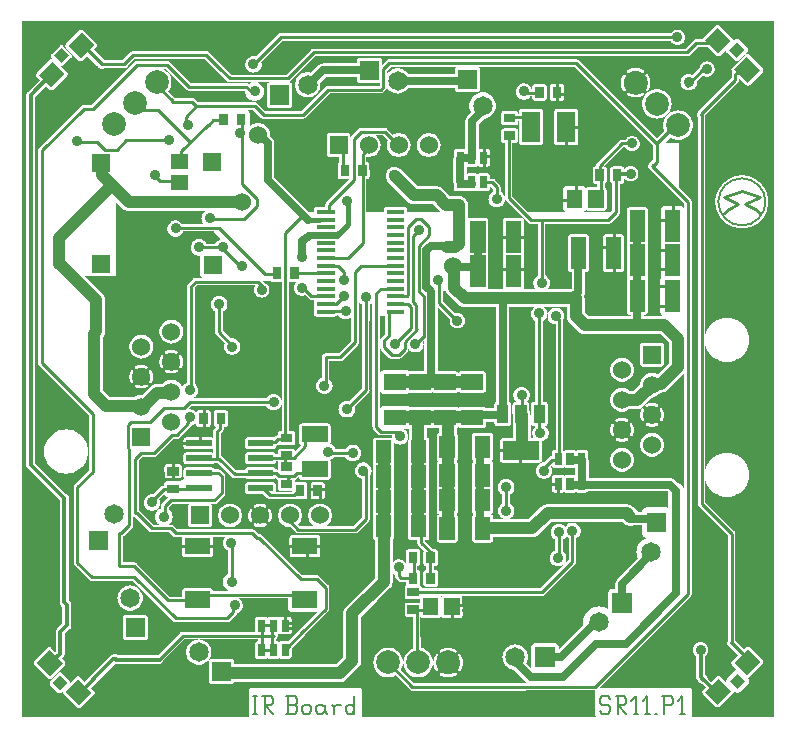
<source format=gbr>
G04 start of page 2 for group 0 idx 0 *
G04 Title: (unknown), component *
G04 Creator: pcb 20100929 *
G04 CreationDate: Mon 18 Oct 2010 20:02:07 GMT UTC *
G04 For: alex *
G04 Format: Gerber/RS-274X *
G04 PCB-Dimensions: 253937 234252 *
G04 PCB-Coordinate-Origin: lower left *
%MOIN*%
%FSLAX25Y25*%
%LNFRONT*%
%ADD11C,0.0200*%
%ADD12C,0.0098*%
%ADD13C,0.0110*%
%ADD14C,0.0070*%
%ADD15C,0.0250*%
%ADD16C,0.0148*%
%ADD17C,0.0400*%
%ADD18C,0.0150*%
%ADD19C,0.0079*%
%ADD20C,0.0650*%
%ADD21C,0.0787*%
%ADD22C,0.0600*%
%ADD23C,0.0354*%
%ADD24R,0.0283X0.0283*%
%ADD25R,0.0512X0.0512*%
%ADD26R,0.0240X0.0240*%
%ADD27R,0.0551X0.0551*%
%ADD28R,0.0370X0.0370*%
%ADD29R,0.0610X0.0610*%
%ADD30R,0.0600X0.0600*%
%ADD31R,0.0130X0.0130*%
%ADD32R,0.0530X0.0530*%
%ADD33R,0.0200X0.0200*%
%ADD34C,0.0430*%
%ADD35C,0.0433*%
%ADD36C,0.0380*%
%ADD37C,0.0350*%
%ADD38C,0.1280*%
%ADD39C,0.0280*%
%ADD40C,0.0197*%
G54D11*G36*
X120571Y135040D02*X122039D01*
X122119Y134972D01*
X122250Y134891D01*
X122343Y134853D01*
Y129074D01*
X120946Y127677D01*
X120882Y127600D01*
X120816Y127524D01*
X120711Y127353D01*
X120635Y127167D01*
X120588Y126972D01*
X120572Y126772D01*
Y124607D01*
X120573Y124592D01*
X120587Y124408D01*
X120634Y124212D01*
X120689Y124081D01*
X120711Y124026D01*
X120816Y123855D01*
X120876Y123785D01*
X120946Y123703D01*
X123505Y121144D01*
X123582Y121079D01*
X123658Y121013D01*
X123829Y120908D01*
X123884Y120886D01*
X124015Y120831D01*
X124211Y120784D01*
X124395Y120770D01*
X124410Y120769D01*
X126773D01*
X126973Y120785D01*
X127168Y120832D01*
X127354Y120908D01*
X127525Y121013D01*
X127677Y121144D01*
X129645Y123112D01*
X129776Y123264D01*
X129881Y123435D01*
X129958Y123621D01*
X130005Y123816D01*
X130021Y124016D01*
X130020Y124026D01*
X130054Y123971D01*
X130335Y123642D01*
X130664Y123361D01*
X131033Y123135D01*
X131432Y122970D01*
X131853Y122869D01*
X132284Y122835D01*
X132715Y122869D01*
X133136Y122970D01*
X133535Y123135D01*
X133904Y123361D01*
X134233Y123642D01*
X134514Y123971D01*
X134740Y124340D01*
X134905Y124739D01*
X135006Y125160D01*
X135040Y125591D01*
X135006Y126022D01*
X134913Y126412D01*
X135348Y126847D01*
Y116530D01*
X130316Y116523D01*
X130310Y116530D01*
X130144Y116671D01*
X129959Y116784D01*
X129759Y116867D01*
X129548Y116918D01*
X129331Y116935D01*
X121634Y116918D01*
X121423Y116867D01*
X121223Y116784D01*
X121038Y116671D01*
X120872Y116530D01*
X120731Y116364D01*
X120618Y116179D01*
X120571Y116066D01*
Y135040D01*
G37*
G36*
X51575Y33248D02*X51612Y33217D01*
X51783Y33112D01*
X51968Y33035D01*
X52164Y32988D01*
X52364Y32973D01*
X52376Y32974D01*
X69686D01*
X69886Y32989D01*
X70081Y33036D01*
X70267Y33112D01*
X70438Y33217D01*
X70590Y33348D01*
X72558Y35316D01*
X72689Y35468D01*
X72794Y35639D01*
X72871Y35825D01*
X72903Y35959D01*
X73301Y36124D01*
X73670Y36350D01*
X74000Y36631D01*
X74281Y36961D01*
X74507Y37330D01*
X74673Y37730D01*
X74774Y38151D01*
X74808Y38583D01*
X74774Y39015D01*
X74673Y39436D01*
X74507Y39836D01*
X74281Y40205D01*
X74000Y40535D01*
X73670Y40816D01*
X73619Y40847D01*
X89763D01*
X89774Y37547D01*
X89832Y37306D01*
X89927Y37076D01*
X90057Y36864D01*
X90218Y36675D01*
X90407Y36514D01*
X90619Y36384D01*
X90849Y36289D01*
X91090Y36231D01*
X91338Y36211D01*
X99381Y36230D01*
X93590Y30439D01*
X93583Y30433D01*
X89754Y26604D01*
X87549Y26594D01*
X87399Y26558D01*
X87256Y26499D01*
X87125Y26418D01*
X87007Y26318D01*
X86953Y26254D01*
X86899Y26318D01*
X86781Y26418D01*
X86650Y26499D01*
X86507Y26558D01*
X86357Y26594D01*
X86203Y26606D01*
X85925Y26605D01*
Y27406D01*
X85969Y27433D01*
X86122Y27564D01*
X86253Y27717D01*
X86357Y27888D01*
X86434Y28073D01*
X86481Y28269D01*
X86497Y28469D01*
X86481Y28669D01*
X86434Y28865D01*
X86433Y28868D01*
X86507Y28886D01*
X86650Y28945D01*
X86781Y29026D01*
X86899Y29126D01*
X86953Y29190D01*
X87007Y29126D01*
X87125Y29026D01*
X87256Y28945D01*
X87399Y28886D01*
X87549Y28850D01*
X87703Y28838D01*
X90257Y28850D01*
X90407Y28886D01*
X90550Y28945D01*
X90681Y29026D01*
X90799Y29126D01*
X90899Y29244D01*
X90980Y29375D01*
X91039Y29518D01*
X91075Y29668D01*
X91087Y29822D01*
X91075Y33976D01*
X91039Y34126D01*
X90980Y34269D01*
X90899Y34400D01*
X90799Y34518D01*
X90681Y34618D01*
X90550Y34699D01*
X90407Y34758D01*
X90257Y34794D01*
X90103Y34806D01*
X87549Y34794D01*
X87399Y34758D01*
X87256Y34699D01*
X87125Y34618D01*
X87007Y34518D01*
X86953Y34454D01*
X86899Y34518D01*
X86781Y34618D01*
X86650Y34699D01*
X86507Y34758D01*
X86357Y34794D01*
X86203Y34806D01*
X83649Y34794D01*
X83499Y34758D01*
X83356Y34699D01*
X83225Y34618D01*
X83107Y34518D01*
X83053Y34454D01*
X82999Y34518D01*
X82881Y34618D01*
X82750Y34699D01*
X82607Y34758D01*
X82457Y34794D01*
X82303Y34806D01*
X79749Y34794D01*
X79599Y34758D01*
X79456Y34699D01*
X79325Y34618D01*
X79207Y34518D01*
X79107Y34400D01*
X79026Y34269D01*
X78967Y34126D01*
X78931Y33976D01*
X78919Y33822D01*
X78931Y29749D01*
X54717D01*
X54517Y29733D01*
X54322Y29686D01*
X54136Y29609D01*
X53965Y29504D01*
X53812Y29374D01*
X51575Y27137D01*
Y33248D01*
G37*
G36*
X99767Y134785D02*X105529Y134796D01*
X105679Y134832D01*
X105822Y134891D01*
X105953Y134972D01*
X106071Y135072D01*
X106171Y135190D01*
X106252Y135321D01*
X106258Y135336D01*
X106617D01*
X106826Y134995D01*
X107107Y134666D01*
X107436Y134385D01*
X107805Y134159D01*
X108204Y133994D01*
X108625Y133893D01*
X109056Y133859D01*
X109487Y133893D01*
X109908Y133994D01*
X110307Y134159D01*
X110676Y134385D01*
X110925Y134598D01*
Y126712D01*
X106752Y122539D01*
X102388D01*
X102363Y122541D01*
X102163Y122525D01*
X101967Y122478D01*
X101782Y122401D01*
X101611Y122297D01*
X101458Y122166D01*
X101327Y122013D01*
X101223Y121842D01*
X101146Y121657D01*
X101099Y121461D01*
X101083Y121261D01*
Y114419D01*
X100718Y114268D01*
X100349Y114042D01*
X100020Y113761D01*
X99767Y113465D01*
Y134785D01*
G37*
G36*
Y32998D02*X103267Y36498D01*
X103398Y36650D01*
X103503Y36821D01*
X103580Y37007D01*
X103627Y37202D01*
X103643Y37402D01*
X103642Y37415D01*
Y44490D01*
X103641Y44505D01*
X103627Y44689D01*
X103580Y44885D01*
X103503Y45070D01*
X103399Y45241D01*
X103268Y45394D01*
X103261Y45400D01*
X100518Y48143D01*
X100512Y48150D01*
X100359Y48281D01*
X100188Y48385D01*
X100003Y48462D01*
X99807Y48509D01*
X99767Y48512D01*
Y54542D01*
X99910Y54576D01*
X100053Y54635D01*
X100184Y54716D01*
X100302Y54816D01*
X100402Y54934D01*
X100483Y55065D01*
X100542Y55208D01*
X100578Y55358D01*
X100590Y55512D01*
X100578Y61178D01*
X100542Y61328D01*
X100483Y61471D01*
X100402Y61602D01*
X100302Y61720D01*
X100184Y61820D01*
X100053Y61901D01*
X99910Y61960D01*
X99767Y61994D01*
Y62501D01*
X112205D01*
X112405Y62516D01*
X112601Y62563D01*
X112786Y62640D01*
X112957Y62744D01*
X113110Y62875D01*
X113122Y62889D01*
X116652Y66419D01*
X116783Y66571D01*
X116888Y66742D01*
X116965Y66928D01*
X117012Y67123D01*
X117028Y67323D01*
X117027Y67336D01*
Y81653D01*
X117191Y81845D01*
X117417Y82214D01*
X117582Y82613D01*
X117683Y83034D01*
X117717Y83465D01*
X117683Y83896D01*
X117582Y84317D01*
X117417Y84716D01*
X117191Y85085D01*
X116910Y85414D01*
X116581Y85695D01*
X116212Y85921D01*
X115813Y86086D01*
X115392Y86187D01*
X114961Y86221D01*
X114530Y86187D01*
X114109Y86086D01*
X113710Y85921D01*
X113341Y85695D01*
X113012Y85414D01*
X112731Y85085D01*
X112505Y84716D01*
X112340Y84317D01*
X112239Y83896D01*
X112205Y83465D01*
X112239Y83034D01*
X112340Y82613D01*
X112505Y82214D01*
X112731Y81845D01*
X113012Y81516D01*
X113341Y81235D01*
X113710Y81009D01*
X114109Y80844D01*
X114468Y80758D01*
Y67853D01*
X111675Y65060D01*
X102533D01*
X102892Y65280D01*
X103367Y65686D01*
X103773Y66161D01*
X104100Y66694D01*
X104339Y67272D01*
X104485Y67880D01*
X104534Y68503D01*
X104485Y69126D01*
X104339Y69734D01*
X104100Y70312D01*
X103773Y70845D01*
X103367Y71320D01*
X102892Y71726D01*
X102359Y72053D01*
X101781Y72292D01*
X101173Y72438D01*
X100550Y72487D01*
X99927Y72438D01*
X99767Y72400D01*
Y73894D01*
X101337Y73900D01*
X101487Y73936D01*
X101630Y73995D01*
X101761Y74076D01*
X101879Y74176D01*
X101979Y74294D01*
X102060Y74425D01*
X102119Y74568D01*
X102155Y74718D01*
X102167Y74872D01*
X102155Y78826D01*
X102119Y78976D01*
X102060Y79119D01*
X101979Y79250D01*
X101879Y79368D01*
X101761Y79468D01*
X101630Y79549D01*
X101487Y79608D01*
X101337Y79644D01*
X101183Y79656D01*
X99767Y79650D01*
Y80337D01*
X103223Y80342D01*
X103373Y80378D01*
X103516Y80437D01*
X103647Y80518D01*
X103765Y80618D01*
X103865Y80736D01*
X103946Y80867D01*
X104005Y81010D01*
X104041Y81160D01*
X104053Y81314D01*
X104041Y86768D01*
X104005Y86918D01*
X103946Y87061D01*
X103909Y87121D01*
X104002Y87143D01*
X104401Y87308D01*
X104770Y87534D01*
X105099Y87815D01*
X105336Y88092D01*
X108979D01*
X109188Y87751D01*
X109469Y87422D01*
X109798Y87141D01*
X110167Y86915D01*
X110566Y86750D01*
X110987Y86649D01*
X111418Y86615D01*
X111849Y86649D01*
X112270Y86750D01*
X112669Y86915D01*
X113038Y87141D01*
X113367Y87422D01*
X113648Y87751D01*
X113874Y88120D01*
X114039Y88519D01*
X114140Y88940D01*
X114174Y89371D01*
X114140Y89802D01*
X114039Y90223D01*
X113874Y90622D01*
X113648Y90991D01*
X113367Y91320D01*
X113038Y91601D01*
X112669Y91827D01*
X112270Y91992D01*
X111849Y92093D01*
X111418Y92127D01*
X110987Y92093D01*
X110566Y91992D01*
X110167Y91827D01*
X109798Y91601D01*
X109469Y91320D01*
X109188Y90991D01*
X108979Y90650D01*
X105757D01*
X105606Y91015D01*
X105380Y91384D01*
X105099Y91713D01*
X104770Y91994D01*
X104401Y92220D01*
X104002Y92385D01*
X103909Y92407D01*
X103946Y92467D01*
X104005Y92610D01*
X104041Y92760D01*
X104053Y92914D01*
X104041Y98368D01*
X104005Y98518D01*
X103946Y98661D01*
X103865Y98792D01*
X103765Y98910D01*
X103647Y99010D01*
X103516Y99091D01*
X103373Y99150D01*
X103223Y99186D01*
X103069Y99198D01*
X99767Y99193D01*
Y110159D01*
X100020Y109863D01*
X100349Y109582D01*
X100718Y109356D01*
X101117Y109191D01*
X101538Y109090D01*
X101969Y109056D01*
X102400Y109090D01*
X102821Y109191D01*
X103220Y109356D01*
X103589Y109582D01*
X103918Y109863D01*
X104199Y110192D01*
X104425Y110561D01*
X104590Y110960D01*
X104691Y111381D01*
X104725Y111812D01*
X104691Y112243D01*
X104590Y112664D01*
X104425Y113063D01*
X104199Y113432D01*
X103918Y113761D01*
X103642Y113997D01*
Y119981D01*
X107283D01*
X107483Y119997D01*
X107678Y120044D01*
X107864Y120120D01*
X108035Y120225D01*
X108187Y120356D01*
X113109Y125278D01*
X113240Y125430D01*
X113345Y125601D01*
X113422Y125787D01*
X113469Y125982D01*
X113485Y126182D01*
X113484Y126194D01*
Y139775D01*
X113518Y139719D01*
X113799Y139390D01*
X114128Y139109D01*
X114469Y138900D01*
Y110768D01*
X110268Y106567D01*
X109880Y106660D01*
X109449Y106694D01*
X109018Y106660D01*
X108597Y106559D01*
X108198Y106394D01*
X107829Y106168D01*
X107500Y105887D01*
X107219Y105558D01*
X106993Y105189D01*
X106828Y104790D01*
X106727Y104369D01*
X106693Y103938D01*
X106727Y103507D01*
X106828Y103086D01*
X106993Y102687D01*
X107219Y102318D01*
X107500Y101989D01*
X107829Y101708D01*
X108198Y101482D01*
X108597Y101317D01*
X109018Y101216D01*
X109449Y101182D01*
X109880Y101216D01*
X110301Y101317D01*
X110700Y101482D01*
X111069Y101708D01*
X111398Y101989D01*
X111679Y102318D01*
X111905Y102687D01*
X112070Y103086D01*
X112171Y103507D01*
X112205Y103938D01*
X112171Y104369D01*
X112078Y104759D01*
X116652Y109333D01*
X116783Y109485D01*
X116888Y109656D01*
X116965Y109842D01*
X117012Y110037D01*
X117028Y110237D01*
X117026Y110262D01*
Y133453D01*
X117027Y133465D01*
Y138900D01*
X117368Y139109D01*
X117697Y139390D01*
X117978Y139719D01*
X118012Y139775D01*
Y98032D01*
X118021Y97925D01*
X118028Y97833D01*
X118075Y97637D01*
X118130Y97506D01*
X118152Y97451D01*
X118257Y97280D01*
X118317Y97210D01*
X118387Y97128D01*
X119962Y95553D01*
X120039Y95488D01*
X120115Y95422D01*
X120286Y95317D01*
X120341Y95295D01*
X120472Y95240D01*
X120668Y95193D01*
X120852Y95179D01*
X120867Y95178D01*
X124433D01*
X124410Y94882D01*
X124443Y94458D01*
X124368Y94476D01*
X124214Y94488D01*
X118942Y94476D01*
X118792Y94440D01*
X118649Y94381D01*
X118518Y94300D01*
X118400Y94200D01*
X118300Y94082D01*
X118219Y93951D01*
X118160Y93808D01*
X118124Y93658D01*
X118112Y93504D01*
X118124Y85870D01*
X118160Y85720D01*
X118197Y85630D01*
X118160Y85540D01*
X118124Y85390D01*
X118112Y85236D01*
X118124Y77602D01*
X118160Y77452D01*
X118197Y77363D01*
X118160Y77273D01*
X118124Y77123D01*
X118112Y76969D01*
X118124Y69335D01*
X118160Y69185D01*
X118197Y69096D01*
X118159Y69005D01*
X118123Y68855D01*
X118111Y68701D01*
X118123Y61067D01*
X118159Y60917D01*
X118218Y60774D01*
X118299Y60643D01*
X118399Y60525D01*
X118517Y60425D01*
X118648Y60344D01*
X118716Y60316D01*
Y47712D01*
X109095Y38091D01*
X108790Y37732D01*
X108544Y37331D01*
X108364Y36896D01*
X108254Y36438D01*
X108217Y35969D01*
Y21213D01*
X105974Y18970D01*
X99767D01*
Y32998D01*
G37*
G36*
Y99193D02*X95472Y99187D01*
Y141922D01*
X95591Y141971D01*
X96733Y140829D01*
X96810Y140763D01*
X96886Y140698D01*
X97057Y140593D01*
X97112Y140571D01*
X97243Y140516D01*
X97439Y140469D01*
X97623Y140455D01*
X97638Y140454D01*
X98586D01*
X98592Y140439D01*
X98673Y140308D01*
X98717Y140257D01*
X98673Y140205D01*
X98592Y140074D01*
X98533Y139931D01*
X98497Y139781D01*
X98485Y139627D01*
X98497Y138173D01*
X98533Y138023D01*
X98592Y137880D01*
X98673Y137749D01*
X98717Y137698D01*
X98673Y137646D01*
X98592Y137515D01*
X98533Y137372D01*
X98497Y137222D01*
X98485Y137068D01*
X98497Y135614D01*
X98533Y135464D01*
X98592Y135321D01*
X98673Y135190D01*
X98773Y135072D01*
X98891Y134972D01*
X99022Y134891D01*
X99165Y134832D01*
X99315Y134796D01*
X99469Y134784D01*
X99767Y134785D01*
Y113465D01*
X99739Y113432D01*
X99513Y113063D01*
X99348Y112664D01*
X99247Y112243D01*
X99213Y111812D01*
X99247Y111381D01*
X99348Y110960D01*
X99513Y110561D01*
X99739Y110192D01*
X99767Y110159D01*
Y99193D01*
G37*
G36*
Y72400D02*X99319Y72292D01*
X98741Y72053D01*
X98208Y71726D01*
X97733Y71320D01*
X97327Y70845D01*
X97000Y70312D01*
X96761Y69734D01*
X96615Y69126D01*
X96566Y68503D01*
X96615Y67880D01*
X96761Y67272D01*
X97000Y66694D01*
X97327Y66161D01*
X97733Y65686D01*
X98208Y65280D01*
X98567Y65060D01*
X95472D01*
Y73900D01*
X95503D01*
X95653Y73936D01*
X95796Y73995D01*
X95927Y74076D01*
X96045Y74176D01*
X96145Y74294D01*
X96226Y74425D01*
X96285Y74568D01*
X96321Y74718D01*
X96333Y74872D01*
X96321Y78826D01*
X96285Y78976D01*
X96226Y79119D01*
X96145Y79250D01*
X96045Y79368D01*
X95927Y79468D01*
X95796Y79549D01*
X95653Y79608D01*
X95503Y79644D01*
X95472Y79646D01*
Y80331D01*
X99767Y80337D01*
Y79650D01*
X98197Y79644D01*
X98047Y79608D01*
X97904Y79549D01*
X97773Y79468D01*
X97655Y79368D01*
X97555Y79250D01*
X97474Y79119D01*
X97415Y78976D01*
X97379Y78826D01*
X97367Y78672D01*
X97379Y74718D01*
X97415Y74568D01*
X97474Y74425D01*
X97555Y74294D01*
X97655Y74176D01*
X97773Y74076D01*
X97904Y73995D01*
X98047Y73936D01*
X98197Y73900D01*
X98351Y73888D01*
X99767Y73894D01*
Y72400D01*
G37*
G36*
Y61994D02*X99760Y61996D01*
X99606Y62008D01*
X95472Y62002D01*
Y62501D01*
X99767D01*
Y61994D01*
G37*
G36*
Y48512D02*X99607Y48525D01*
X95472D01*
Y54534D01*
X99760Y54540D01*
X99767Y54542D01*
Y48512D01*
G37*
G36*
X95472Y28703D02*X99767Y32998D01*
Y18970D01*
X95472D01*
Y28703D01*
G37*
G36*
Y99187D02*X94415Y99186D01*
X94265Y99150D01*
X94122Y99091D01*
X93991Y99010D01*
X93873Y98910D01*
X93773Y98792D01*
X93692Y98661D01*
X93633Y98518D01*
X93597Y98368D01*
X93585Y98214D01*
X93597Y92760D01*
X93633Y92610D01*
X93692Y92467D01*
X93773Y92336D01*
X93873Y92218D01*
X93991Y92118D01*
X94122Y92037D01*
X94152Y92025D01*
X92218Y90091D01*
X92206Y90142D01*
X92147Y90285D01*
X92066Y90416D01*
X91966Y90534D01*
X91848Y90634D01*
X91717Y90715D01*
X91574Y90774D01*
X91424Y90810D01*
X91270Y90822D01*
X87316Y90810D01*
X87166Y90774D01*
X87023Y90715D01*
X86892Y90634D01*
X86774Y90534D01*
X86674Y90416D01*
X86593Y90285D01*
X86534Y90142D01*
X86498Y89992D01*
X86486Y89838D01*
X86489Y89075D01*
X85796D01*
X85769Y89118D01*
X85669Y89236D01*
X85551Y89336D01*
X85420Y89417D01*
X85277Y89476D01*
X85127Y89512D01*
X84973Y89524D01*
X76319Y89512D01*
X76169Y89476D01*
X76026Y89417D01*
X75895Y89336D01*
X75777Y89236D01*
X75677Y89118D01*
X75596Y88987D01*
X75537Y88844D01*
X75501Y88694D01*
X75489Y88540D01*
X75501Y86386D01*
X75537Y86236D01*
X75596Y86093D01*
X75677Y85962D01*
X75777Y85844D01*
X75895Y85744D01*
X76026Y85663D01*
X76169Y85604D01*
X76319Y85568D01*
X76473Y85556D01*
X85127Y85568D01*
X85277Y85604D01*
X85420Y85663D01*
X85551Y85744D01*
X85669Y85844D01*
X85769Y85962D01*
X85850Y86093D01*
X85909Y86236D01*
X85945Y86386D01*
X85955Y86517D01*
X86533D01*
X86499Y86377D01*
X86487Y86223D01*
X86497Y83763D01*
X86408Y83818D01*
X86277Y83872D01*
X86223Y83894D01*
X86028Y83941D01*
X85864Y83954D01*
X85850Y83987D01*
X85769Y84118D01*
X85669Y84236D01*
X85551Y84336D01*
X85420Y84417D01*
X85277Y84476D01*
X85127Y84512D01*
X84973Y84524D01*
X76319Y84512D01*
X76169Y84476D01*
X76026Y84417D01*
X75895Y84336D01*
X75777Y84236D01*
X75677Y84118D01*
X75596Y83987D01*
X75537Y83844D01*
X75501Y83694D01*
X75491Y83564D01*
X72576D01*
X70550Y85590D01*
Y105021D01*
X82601D01*
X82810Y104680D01*
X83091Y104351D01*
X83420Y104070D01*
X83789Y103844D01*
X84188Y103679D01*
X84609Y103578D01*
X85040Y103544D01*
X85471Y103578D01*
X85892Y103679D01*
X86291Y103844D01*
X86660Y104070D01*
X86989Y104351D01*
X87270Y104680D01*
X87496Y105049D01*
X87661Y105448D01*
X87697Y105598D01*
Y96645D01*
X87316Y96644D01*
X87166Y96608D01*
X87023Y96549D01*
X86892Y96468D01*
X86774Y96368D01*
X86674Y96250D01*
X86593Y96119D01*
X86534Y95976D01*
X86498Y95826D01*
X86486Y95672D01*
X86487Y95365D01*
X86415Y95359D01*
X86220Y95312D01*
X86034Y95235D01*
X85863Y95130D01*
X85710Y95000D01*
X85204Y94494D01*
X85127Y94512D01*
X84973Y94524D01*
X76319Y94512D01*
X76169Y94476D01*
X76026Y94417D01*
X75895Y94336D01*
X75777Y94236D01*
X75677Y94118D01*
X75596Y93987D01*
X75537Y93844D01*
X75501Y93694D01*
X75489Y93540D01*
X75501Y91386D01*
X75537Y91236D01*
X75596Y91093D01*
X75677Y90962D01*
X75777Y90844D01*
X75895Y90744D01*
X76026Y90663D01*
X76169Y90604D01*
X76319Y90568D01*
X76473Y90556D01*
X85127Y90568D01*
X85277Y90604D01*
X85420Y90663D01*
X85551Y90744D01*
X85669Y90844D01*
X85769Y90962D01*
X85850Y91093D01*
X85909Y91236D01*
X85945Y91386D01*
X85957Y91540D01*
X85956Y91750D01*
X86015Y91774D01*
X86186Y91879D01*
X86338Y92010D01*
X86642Y92314D01*
X86674Y92262D01*
X86774Y92144D01*
X86892Y92044D01*
X87023Y91963D01*
X87166Y91904D01*
X87316Y91868D01*
X87470Y91856D01*
X91424Y91868D01*
X91574Y91904D01*
X91717Y91963D01*
X91848Y92044D01*
X91966Y92144D01*
X92066Y92262D01*
X92147Y92393D01*
X92206Y92536D01*
X92242Y92686D01*
X92254Y92840D01*
X92242Y95826D01*
X92206Y95976D01*
X92147Y96119D01*
X92066Y96250D01*
X91966Y96368D01*
X91848Y96468D01*
X91717Y96549D01*
X91574Y96608D01*
X91424Y96644D01*
X91270Y96656D01*
X90256Y96653D01*
Y146500D01*
X90335Y146467D01*
X90485Y146431D01*
X90639Y146419D01*
X92530Y146427D01*
X92259Y146109D01*
X92033Y145740D01*
X91868Y145341D01*
X91767Y144920D01*
X91733Y144489D01*
X91767Y144058D01*
X91868Y143637D01*
X92033Y143238D01*
X92259Y142869D01*
X92540Y142540D01*
X92869Y142259D01*
X93238Y142033D01*
X93637Y141868D01*
X94058Y141767D01*
X94489Y141733D01*
X94920Y141767D01*
X95341Y141868D01*
X95472Y141922D01*
Y99187D01*
G37*
G36*
Y79646D02*X95349Y79656D01*
X92363Y79644D01*
X92247Y79616D01*
X92244Y80328D01*
X92314Y80357D01*
X92485Y80462D01*
X92637Y80593D01*
X93443Y81399D01*
X93596D01*
X93597Y81160D01*
X93633Y81010D01*
X93692Y80867D01*
X93773Y80736D01*
X93873Y80618D01*
X93991Y80518D01*
X94122Y80437D01*
X94265Y80378D01*
X94415Y80342D01*
X94569Y80330D01*
X95472Y80331D01*
Y79646D01*
G37*
G36*
X80576Y80562D02*X85127Y80568D01*
X85277Y80604D01*
X85420Y80663D01*
X85551Y80744D01*
X85669Y80844D01*
X85753Y80943D01*
X86103Y80593D01*
X86180Y80528D01*
X86256Y80462D01*
X86427Y80357D01*
X86487Y80333D01*
X86499Y77403D01*
X86535Y77253D01*
X86594Y77110D01*
X86675Y76979D01*
X86775Y76861D01*
X86893Y76761D01*
X87024Y76680D01*
X87167Y76621D01*
X87317Y76585D01*
X87471Y76573D01*
X91311Y76585D01*
X91202Y76476D01*
X85952D01*
X85957Y76540D01*
X85945Y78694D01*
X85909Y78844D01*
X85850Y78987D01*
X85769Y79118D01*
X85669Y79236D01*
X85551Y79336D01*
X85420Y79417D01*
X85277Y79476D01*
X85127Y79512D01*
X84973Y79524D01*
X80576Y79518D01*
Y80562D01*
G37*
G36*
X95472Y48525D02*X94623D01*
X83822Y59326D01*
Y66412D01*
X83848Y66422D01*
X83915Y66461D01*
X83974Y66510D01*
X84026Y66568D01*
X84067Y66633D01*
X84222Y66958D01*
X84346Y67296D01*
X84440Y67644D01*
X84501Y67999D01*
X84531Y68358D01*
X84528Y68718D01*
X84492Y69077D01*
X84424Y69430D01*
X84325Y69777D01*
X84194Y70112D01*
X84034Y70435D01*
X83992Y70498D01*
X83940Y70556D01*
X83880Y70604D01*
X83822Y70637D01*
Y73921D01*
X83844Y73919D01*
X83859Y73918D01*
X91733D01*
X91933Y73934D01*
X92113Y73977D01*
X92213Y73936D01*
X92363Y73900D01*
X92517Y73888D01*
X95472Y73900D01*
Y65060D01*
X93837D01*
X93283Y65614D01*
X93367Y65686D01*
X93773Y66161D01*
X94100Y66694D01*
X94339Y67272D01*
X94485Y67880D01*
X94534Y68503D01*
X94485Y69126D01*
X94339Y69734D01*
X94100Y70312D01*
X93773Y70845D01*
X93367Y71320D01*
X92892Y71726D01*
X92359Y72053D01*
X91781Y72292D01*
X91173Y72438D01*
X90550Y72487D01*
X89927Y72438D01*
X89319Y72292D01*
X88741Y72053D01*
X88208Y71726D01*
X87733Y71320D01*
X87327Y70845D01*
X87000Y70312D01*
X86761Y69734D01*
X86615Y69126D01*
X86566Y68503D01*
X86615Y67880D01*
X86761Y67272D01*
X87000Y66694D01*
X87327Y66161D01*
X87733Y65686D01*
X88208Y65280D01*
X88741Y64953D01*
X89319Y64714D01*
X89927Y64568D01*
X90550Y64519D01*
X90745Y64534D01*
X92403Y62876D01*
X92480Y62811D01*
X92556Y62745D01*
X92727Y62640D01*
X92782Y62618D01*
X92913Y62563D01*
X93109Y62516D01*
X93293Y62502D01*
X93308Y62501D01*
X95472D01*
Y62002D01*
X91184Y61996D01*
X91034Y61960D01*
X90891Y61901D01*
X90760Y61820D01*
X90642Y61720D01*
X90542Y61602D01*
X90461Y61471D01*
X90402Y61328D01*
X90366Y61178D01*
X90354Y61024D01*
X90366Y55358D01*
X90402Y55208D01*
X90461Y55065D01*
X90542Y54934D01*
X90642Y54816D01*
X90760Y54716D01*
X90891Y54635D01*
X91034Y54576D01*
X91184Y54540D01*
X91338Y54528D01*
X95472Y54534D01*
Y48525D01*
G37*
G36*
X83822Y59326D02*X81219Y61929D01*
X81143Y61993D01*
X81067Y62059D01*
X80896Y62164D01*
X80765Y62218D01*
X80711Y62240D01*
X80576Y62273D01*
Y64523D01*
X80764Y64525D01*
X81123Y64561D01*
X81476Y64629D01*
X81823Y64728D01*
X82158Y64859D01*
X82481Y65019D01*
X82544Y65061D01*
X82602Y65113D01*
X82650Y65173D01*
X82688Y65240D01*
X82715Y65313D01*
X82731Y65388D01*
X82734Y65465D01*
X82725Y65542D01*
X82705Y65617D01*
X82673Y65687D01*
X82630Y65751D01*
X82578Y65809D01*
X82518Y65857D01*
X82451Y65895D01*
X82378Y65922D01*
X82303Y65938D01*
X82226Y65941D01*
X82149Y65932D01*
X82074Y65912D01*
X82004Y65880D01*
X81761Y65759D01*
X81702Y65736D01*
X81744Y65785D01*
X81849Y65956D01*
X81925Y66142D01*
X81972Y66337D01*
X81988Y66537D01*
Y68504D01*
X81972Y68704D01*
X81925Y68899D01*
X81849Y69085D01*
X81744Y69256D01*
X81613Y69408D01*
X81461Y69539D01*
X81290Y69644D01*
X81104Y69720D01*
X80909Y69767D01*
X80709Y69783D01*
X80576D01*
Y71501D01*
X80659Y71502D01*
X80929Y71479D01*
X81196Y71433D01*
X81458Y71362D01*
X81713Y71269D01*
X81958Y71152D01*
X82029Y71122D01*
X82103Y71103D01*
X82180Y71095D01*
X82257Y71100D01*
X82333Y71117D01*
X82404Y71145D01*
X82471Y71184D01*
X82530Y71233D01*
X82582Y71291D01*
X82623Y71356D01*
X82654Y71427D01*
X82673Y71501D01*
X82681Y71578D01*
X82676Y71655D01*
X82659Y71731D01*
X82631Y71802D01*
X82592Y71869D01*
X82543Y71928D01*
X82485Y71980D01*
X82420Y72021D01*
X82095Y72176D01*
X81757Y72300D01*
X81409Y72394D01*
X81054Y72455D01*
X80695Y72485D01*
X80576Y72484D01*
Y75562D01*
X81684Y75563D01*
X82954Y74293D01*
X83031Y74227D01*
X83107Y74162D01*
X83278Y74057D01*
X83333Y74035D01*
X83464Y73980D01*
X83660Y73933D01*
X83822Y73921D01*
Y70637D01*
X83813Y70642D01*
X83740Y70669D01*
X83665Y70685D01*
X83588Y70688D01*
X83511Y70679D01*
X83436Y70659D01*
X83366Y70627D01*
X83302Y70584D01*
X83244Y70532D01*
X83196Y70472D01*
X83158Y70405D01*
X83131Y70332D01*
X83115Y70257D01*
X83112Y70180D01*
X83121Y70103D01*
X83141Y70028D01*
X83173Y69958D01*
X83294Y69715D01*
X83392Y69462D01*
X83467Y69202D01*
X83518Y68935D01*
X83545Y68665D01*
X83548Y68394D01*
X83525Y68124D01*
X83479Y67857D01*
X83408Y67595D01*
X83315Y67340D01*
X83198Y67095D01*
X83168Y67024D01*
X83149Y66950D01*
X83141Y66873D01*
X83146Y66796D01*
X83163Y66720D01*
X83191Y66649D01*
X83230Y66582D01*
X83279Y66523D01*
X83337Y66471D01*
X83402Y66430D01*
X83473Y66399D01*
X83547Y66380D01*
X83624Y66372D01*
X83701Y66377D01*
X83777Y66394D01*
X83822Y66412D01*
Y59326D01*
G37*
G36*
X77278Y80557D02*X80576Y80562D01*
Y79518D01*
X77278Y79513D01*
Y80557D01*
G37*
G36*
X80576Y62273D02*X80516Y62287D01*
X80316Y62303D01*
X80058D01*
X78857Y63504D01*
X78781Y63568D01*
X78705Y63634D01*
X78534Y63739D01*
X78403Y63793D01*
X78349Y63815D01*
X78154Y63862D01*
X77954Y63878D01*
X77278D01*
Y66370D01*
X77286Y66365D01*
X77359Y66338D01*
X77434Y66322D01*
X77511Y66319D01*
X77588Y66328D01*
X77663Y66348D01*
X77733Y66380D01*
X77797Y66423D01*
X77855Y66475D01*
X77903Y66535D01*
X77941Y66602D01*
X77968Y66675D01*
X77984Y66750D01*
X77987Y66827D01*
X77978Y66904D01*
X77958Y66979D01*
X77926Y67049D01*
X77805Y67292D01*
X77707Y67545D01*
X77632Y67805D01*
X77581Y68072D01*
X77554Y68342D01*
X77551Y68613D01*
X77574Y68883D01*
X77620Y69150D01*
X77691Y69412D01*
X77784Y69667D01*
X77901Y69912D01*
X77931Y69983D01*
X77950Y70057D01*
X77958Y70134D01*
X77953Y70211D01*
X77936Y70287D01*
X77908Y70358D01*
X77869Y70425D01*
X77820Y70484D01*
X77762Y70536D01*
X77697Y70577D01*
X77626Y70608D01*
X77552Y70627D01*
X77475Y70635D01*
X77398Y70630D01*
X77322Y70613D01*
X77278Y70596D01*
Y75557D01*
X80576Y75562D01*
Y72484D01*
X80335Y72482D01*
X79976Y72446D01*
X79623Y72378D01*
X79276Y72279D01*
X78941Y72148D01*
X78618Y71988D01*
X78555Y71946D01*
X78497Y71894D01*
X78449Y71834D01*
X78411Y71767D01*
X78384Y71694D01*
X78368Y71619D01*
X78365Y71542D01*
X78374Y71465D01*
X78394Y71390D01*
X78426Y71320D01*
X78469Y71256D01*
X78521Y71198D01*
X78581Y71150D01*
X78648Y71112D01*
X78721Y71085D01*
X78796Y71069D01*
X78873Y71066D01*
X78950Y71075D01*
X79025Y71095D01*
X79095Y71127D01*
X79338Y71248D01*
X79591Y71346D01*
X79851Y71421D01*
X80118Y71472D01*
X80388Y71499D01*
X80576Y71501D01*
Y69783D01*
X80315D01*
X80115Y69767D01*
X79920Y69720D01*
X79734Y69644D01*
X79563Y69539D01*
X79411Y69408D01*
X79280Y69256D01*
X79175Y69085D01*
X79099Y68899D01*
X79052Y68704D01*
X79036Y68504D01*
X79052Y68304D01*
X79099Y68109D01*
X79175Y67923D01*
X79280Y67752D01*
X79411Y67600D01*
X79430Y67584D01*
Y66537D01*
X79446Y66337D01*
X79493Y66142D01*
X79569Y65956D01*
X79674Y65785D01*
X79805Y65633D01*
X79860Y65586D01*
X79641Y65645D01*
X79386Y65738D01*
X79141Y65855D01*
X79070Y65885D01*
X78996Y65904D01*
X78919Y65912D01*
X78842Y65907D01*
X78766Y65890D01*
X78695Y65862D01*
X78628Y65823D01*
X78569Y65774D01*
X78517Y65716D01*
X78476Y65651D01*
X78445Y65580D01*
X78426Y65506D01*
X78418Y65429D01*
X78423Y65352D01*
X78440Y65276D01*
X78468Y65205D01*
X78507Y65138D01*
X78556Y65079D01*
X78614Y65027D01*
X78679Y64986D01*
X79004Y64831D01*
X79342Y64707D01*
X79690Y64613D01*
X80045Y64552D01*
X80404Y64522D01*
X80576Y64523D01*
Y62273D01*
G37*
G36*
X77278Y63878D02*X70550D01*
Y64519D01*
X71173Y64568D01*
X71781Y64714D01*
X72359Y64953D01*
X72892Y65280D01*
X73367Y65686D01*
X73773Y66161D01*
X74100Y66694D01*
X74339Y67272D01*
X74485Y67880D01*
X74534Y68503D01*
X74485Y69126D01*
X74339Y69734D01*
X74100Y70312D01*
X73773Y70845D01*
X73367Y71320D01*
X72892Y71726D01*
X72359Y72053D01*
X71781Y72292D01*
X71173Y72438D01*
X70550Y72487D01*
Y81972D01*
X71142Y81380D01*
X71219Y81315D01*
X71295Y81249D01*
X71466Y81144D01*
X71521Y81122D01*
X71652Y81067D01*
X71848Y81020D01*
X72032Y81006D01*
X72047Y81005D01*
X75650D01*
X75677Y80962D01*
X75777Y80844D01*
X75895Y80744D01*
X76026Y80663D01*
X76169Y80604D01*
X76319Y80568D01*
X76473Y80556D01*
X77278Y80557D01*
Y79513D01*
X76319Y79512D01*
X76169Y79476D01*
X76026Y79417D01*
X75895Y79336D01*
X75777Y79236D01*
X75677Y79118D01*
X75596Y78987D01*
X75537Y78844D01*
X75501Y78694D01*
X75489Y78540D01*
X75501Y76386D01*
X75537Y76236D01*
X75596Y76093D01*
X75677Y75962D01*
X75777Y75844D01*
X75895Y75744D01*
X76026Y75663D01*
X76169Y75604D01*
X76319Y75568D01*
X76473Y75556D01*
X77278Y75557D01*
Y70596D01*
X77251Y70585D01*
X77184Y70546D01*
X77125Y70497D01*
X77073Y70439D01*
X77032Y70374D01*
X76877Y70049D01*
X76753Y69711D01*
X76659Y69363D01*
X76598Y69008D01*
X76568Y68649D01*
X76571Y68289D01*
X76607Y67930D01*
X76675Y67577D01*
X76774Y67230D01*
X76905Y66895D01*
X77065Y66572D01*
X77107Y66509D01*
X77159Y66451D01*
X77219Y66403D01*
X77278Y66370D01*
Y63878D01*
G37*
G36*
X70550Y27190D02*X79824D01*
Y26594D01*
X79749D01*
X79599Y26558D01*
X79456Y26499D01*
X79325Y26418D01*
X79207Y26318D01*
X79107Y26200D01*
X79026Y26069D01*
X78967Y25926D01*
X78931Y25776D01*
X78919Y25622D01*
X78931Y21468D01*
X78967Y21318D01*
X79026Y21175D01*
X79107Y21044D01*
X79207Y20926D01*
X79325Y20826D01*
X79456Y20745D01*
X79599Y20686D01*
X79749Y20650D01*
X79903Y20638D01*
X82457Y20650D01*
X82607Y20686D01*
X82750Y20745D01*
X82881Y20826D01*
X82999Y20926D01*
X83053Y20990D01*
X83107Y20926D01*
X83225Y20826D01*
X83356Y20745D01*
X83499Y20686D01*
X83649Y20650D01*
X83803Y20638D01*
X86357Y20650D01*
X86507Y20686D01*
X86650Y20745D01*
X86781Y20826D01*
X86899Y20926D01*
X86953Y20990D01*
X87007Y20926D01*
X87125Y20826D01*
X87256Y20745D01*
X87399Y20686D01*
X87549Y20650D01*
X87703Y20638D01*
X90257Y20650D01*
X90407Y20686D01*
X90550Y20745D01*
X90681Y20826D01*
X90799Y20926D01*
X90899Y21044D01*
X90980Y21175D01*
X91039Y21318D01*
X91075Y21468D01*
X91087Y21622D01*
X91079Y24311D01*
X95386Y28618D01*
X95393Y28624D01*
X95472Y28703D01*
Y18970D01*
X71941D01*
X71939Y19940D01*
X71903Y20090D01*
X71844Y20233D01*
X71763Y20364D01*
X71663Y20482D01*
X71545Y20582D01*
X71414Y20663D01*
X71271Y20722D01*
X71121Y20758D01*
X70967Y20770D01*
X70550Y20769D01*
Y27190D01*
G37*
G36*
X197910Y66293D02*X201512D01*
X201815Y65990D01*
X202174Y65683D01*
X202576Y65437D01*
X203011Y65257D01*
X203468Y65148D01*
X203938Y65111D01*
X204407Y65148D01*
X204703Y65219D01*
X207740D01*
X207748Y62618D01*
X207813Y62346D01*
X207920Y62087D01*
X208067Y61848D01*
X208249Y61636D01*
X208461Y61454D01*
X208700Y61307D01*
X208959Y61200D01*
X209231Y61135D01*
X209510Y61113D01*
X209573D01*
X209468Y61088D01*
X208739Y60785D01*
X208065Y60373D01*
X207464Y59860D01*
X206951Y59259D01*
X206539Y58585D01*
X206236Y57856D01*
X206052Y57087D01*
X205990Y56300D01*
X206052Y55513D01*
X206236Y54744D01*
X206482Y54152D01*
X199591Y47261D01*
X199362Y46993D01*
X199177Y46691D01*
X199042Y46365D01*
X198960Y46022D01*
X198932Y45670D01*
Y43991D01*
X197910Y43988D01*
Y66293D01*
G37*
G36*
Y76491D02*X216392D01*
X216641Y76242D01*
Y71061D01*
X216561Y71094D01*
X216289Y71159D01*
X216010Y71181D01*
X209231Y71159D01*
X208959Y71094D01*
X208700Y70987D01*
X208461Y70840D01*
X208249Y70658D01*
X208067Y70446D01*
X207920Y70207D01*
X207813Y69948D01*
X207758Y69719D01*
X206460D01*
X206364Y69875D01*
X206058Y70233D01*
X204877Y71414D01*
X204520Y71719D01*
X204119Y71965D01*
X203684Y72145D01*
X203226Y72255D01*
X202757Y72292D01*
X197910D01*
Y76491D01*
G37*
G36*
X214454Y109488D02*X214686Y109506D01*
X215144Y109616D01*
X215579Y109796D01*
X215980Y110042D01*
X216338Y110348D01*
X220079Y114089D01*
Y79301D01*
X219902Y79343D01*
X218932Y80313D01*
X218915Y80333D01*
X218646Y80562D01*
X218345Y80747D01*
X218019Y80882D01*
X217675Y80964D01*
X217323Y80992D01*
X214454D01*
Y89825D01*
X214732Y90278D01*
X214971Y90856D01*
X215117Y91464D01*
X215166Y92087D01*
X215117Y92710D01*
X214971Y93318D01*
X214732Y93896D01*
X214454Y94349D01*
Y99996D01*
X214480Y100006D01*
X214547Y100045D01*
X214606Y100094D01*
X214658Y100152D01*
X214699Y100217D01*
X214854Y100542D01*
X214978Y100880D01*
X215072Y101228D01*
X215133Y101583D01*
X215163Y101942D01*
X215160Y102302D01*
X215124Y102661D01*
X215056Y103014D01*
X214957Y103361D01*
X214826Y103696D01*
X214666Y104019D01*
X214624Y104082D01*
X214572Y104140D01*
X214512Y104188D01*
X214454Y104221D01*
Y109488D01*
G37*
G36*
Y80992D02*X211155D01*
Y88105D01*
X211182Y88103D01*
X211805Y88152D01*
X212413Y88298D01*
X212991Y88537D01*
X213524Y88864D01*
X213999Y89270D01*
X214405Y89745D01*
X214454Y89825D01*
Y80992D01*
G37*
G36*
X211155Y107665D02*X211628Y108138D01*
X211805Y108152D01*
X212413Y108298D01*
X212991Y108537D01*
X213524Y108864D01*
X213999Y109270D01*
X214169Y109469D01*
X214217D01*
X214454Y109488D01*
Y104221D01*
X214445Y104226D01*
X214372Y104253D01*
X214297Y104269D01*
X214220Y104272D01*
X214143Y104263D01*
X214068Y104243D01*
X213998Y104211D01*
X213934Y104168D01*
X213876Y104116D01*
X213828Y104056D01*
X213790Y103989D01*
X213763Y103916D01*
X213747Y103841D01*
X213744Y103764D01*
X213753Y103687D01*
X213773Y103612D01*
X213805Y103542D01*
X213926Y103299D01*
X214024Y103046D01*
X214099Y102786D01*
X214150Y102519D01*
X214177Y102249D01*
X214180Y101978D01*
X214157Y101708D01*
X214111Y101441D01*
X214040Y101179D01*
X213947Y100924D01*
X213830Y100679D01*
X213800Y100608D01*
X213781Y100534D01*
X213773Y100457D01*
X213778Y100380D01*
X213795Y100304D01*
X213823Y100233D01*
X213862Y100166D01*
X213911Y100107D01*
X213969Y100055D01*
X214034Y100014D01*
X214105Y99983D01*
X214179Y99964D01*
X214256Y99956D01*
X214333Y99961D01*
X214409Y99978D01*
X214454Y99996D01*
Y94349D01*
X214405Y94429D01*
X213999Y94904D01*
X213524Y95310D01*
X212991Y95637D01*
X212413Y95876D01*
X211805Y96022D01*
X211182Y96071D01*
X211155Y96069D01*
Y98107D01*
X211396Y98109D01*
X211755Y98145D01*
X212108Y98213D01*
X212455Y98312D01*
X212790Y98443D01*
X213113Y98603D01*
X213176Y98645D01*
X213234Y98697D01*
X213282Y98757D01*
X213320Y98824D01*
X213347Y98897D01*
X213363Y98972D01*
X213366Y99049D01*
X213357Y99126D01*
X213337Y99201D01*
X213305Y99271D01*
X213262Y99335D01*
X213210Y99393D01*
X213150Y99441D01*
X213083Y99479D01*
X213010Y99506D01*
X212935Y99522D01*
X212858Y99525D01*
X212781Y99516D01*
X212706Y99496D01*
X212636Y99464D01*
X212393Y99343D01*
X212140Y99245D01*
X211880Y99170D01*
X211613Y99119D01*
X211343Y99092D01*
X211155Y99090D01*
Y105084D01*
X211291Y105086D01*
X211561Y105063D01*
X211828Y105017D01*
X212090Y104946D01*
X212345Y104853D01*
X212590Y104736D01*
X212661Y104706D01*
X212735Y104687D01*
X212812Y104679D01*
X212889Y104684D01*
X212965Y104701D01*
X213036Y104729D01*
X213103Y104768D01*
X213162Y104817D01*
X213214Y104875D01*
X213255Y104940D01*
X213286Y105011D01*
X213305Y105085D01*
X213313Y105162D01*
X213308Y105239D01*
X213291Y105315D01*
X213263Y105386D01*
X213224Y105453D01*
X213175Y105512D01*
X213117Y105564D01*
X213052Y105605D01*
X212727Y105760D01*
X212389Y105884D01*
X212041Y105978D01*
X211686Y106039D01*
X211327Y106069D01*
X211155Y106068D01*
Y107665D01*
G37*
G36*
Y80992D02*X207910D01*
Y89825D01*
X207959Y89745D01*
X208365Y89270D01*
X208840Y88864D01*
X209373Y88537D01*
X209951Y88298D01*
X210559Y88152D01*
X211155Y88105D01*
Y80992D01*
G37*
G36*
X207910Y104499D02*X207980Y104542D01*
X208338Y104848D01*
X211155Y107665D01*
Y106068D01*
X210967Y106066D01*
X210608Y106030D01*
X210255Y105962D01*
X209908Y105863D01*
X209573Y105732D01*
X209250Y105572D01*
X209187Y105530D01*
X209129Y105478D01*
X209081Y105418D01*
X209043Y105351D01*
X209016Y105278D01*
X209000Y105203D01*
X208997Y105126D01*
X209006Y105049D01*
X209026Y104974D01*
X209058Y104904D01*
X209101Y104840D01*
X209153Y104782D01*
X209213Y104734D01*
X209280Y104696D01*
X209353Y104669D01*
X209428Y104653D01*
X209505Y104650D01*
X209582Y104659D01*
X209657Y104679D01*
X209727Y104711D01*
X209970Y104832D01*
X210223Y104930D01*
X210483Y105005D01*
X210750Y105056D01*
X211020Y105083D01*
X211155Y105084D01*
Y99090D01*
X211072Y99089D01*
X210802Y99112D01*
X210535Y99158D01*
X210273Y99229D01*
X210018Y99322D01*
X209773Y99439D01*
X209702Y99469D01*
X209628Y99488D01*
X209551Y99496D01*
X209474Y99491D01*
X209398Y99474D01*
X209327Y99446D01*
X209260Y99407D01*
X209201Y99358D01*
X209149Y99300D01*
X209108Y99235D01*
X209077Y99164D01*
X209058Y99090D01*
X209050Y99013D01*
X209055Y98936D01*
X209072Y98860D01*
X209100Y98789D01*
X209139Y98722D01*
X209188Y98663D01*
X209246Y98611D01*
X209311Y98570D01*
X209636Y98415D01*
X209974Y98291D01*
X210322Y98197D01*
X210677Y98136D01*
X211036Y98106D01*
X211155Y98107D01*
Y96069D01*
X210559Y96022D01*
X209951Y95876D01*
X209373Y95637D01*
X208840Y95310D01*
X208365Y94904D01*
X207959Y94429D01*
X207910Y94349D01*
Y99954D01*
X207918Y99949D01*
X207991Y99922D01*
X208066Y99906D01*
X208143Y99903D01*
X208220Y99912D01*
X208295Y99932D01*
X208365Y99964D01*
X208429Y100007D01*
X208487Y100059D01*
X208535Y100119D01*
X208573Y100186D01*
X208600Y100259D01*
X208616Y100334D01*
X208619Y100411D01*
X208610Y100488D01*
X208590Y100563D01*
X208558Y100633D01*
X208437Y100876D01*
X208339Y101129D01*
X208264Y101389D01*
X208213Y101656D01*
X208186Y101926D01*
X208183Y102197D01*
X208206Y102467D01*
X208252Y102734D01*
X208323Y102996D01*
X208416Y103251D01*
X208533Y103496D01*
X208563Y103567D01*
X208582Y103641D01*
X208590Y103718D01*
X208585Y103795D01*
X208568Y103871D01*
X208540Y103942D01*
X208501Y104009D01*
X208452Y104068D01*
X208394Y104120D01*
X208329Y104161D01*
X208258Y104192D01*
X208184Y104211D01*
X208107Y104219D01*
X208030Y104214D01*
X207954Y104197D01*
X207910Y104180D01*
Y104499D01*
G37*
G36*
X204454Y103969D02*X206217D01*
X206686Y104006D01*
X207144Y104116D01*
X207579Y104296D01*
X207910Y104499D01*
Y104180D01*
X207883Y104169D01*
X207816Y104130D01*
X207757Y104081D01*
X207705Y104023D01*
X207664Y103958D01*
X207509Y103633D01*
X207385Y103295D01*
X207291Y102947D01*
X207230Y102592D01*
X207200Y102233D01*
X207203Y101873D01*
X207239Y101514D01*
X207307Y101161D01*
X207406Y100814D01*
X207537Y100479D01*
X207697Y100156D01*
X207739Y100093D01*
X207791Y100035D01*
X207851Y99987D01*
X207910Y99954D01*
Y94349D01*
X207632Y93896D01*
X207393Y93318D01*
X207247Y92710D01*
X207198Y92087D01*
X207247Y91464D01*
X207393Y90856D01*
X207632Y90278D01*
X207910Y89825D01*
Y80992D01*
X204454D01*
Y84825D01*
X204732Y85278D01*
X204971Y85856D01*
X205117Y86464D01*
X205166Y87087D01*
X205117Y87710D01*
X204971Y88318D01*
X204732Y88896D01*
X204454Y89349D01*
Y94996D01*
X204480Y95006D01*
X204547Y95045D01*
X204606Y95094D01*
X204658Y95152D01*
X204699Y95217D01*
X204854Y95542D01*
X204978Y95880D01*
X205072Y96228D01*
X205133Y96583D01*
X205163Y96942D01*
X205160Y97302D01*
X205124Y97661D01*
X205056Y98014D01*
X204957Y98361D01*
X204826Y98696D01*
X204666Y99019D01*
X204624Y99082D01*
X204572Y99140D01*
X204512Y99188D01*
X204454Y99221D01*
Y103969D01*
G37*
G36*
Y80992D02*X201155D01*
Y83105D01*
X201182Y83103D01*
X201805Y83152D01*
X202413Y83298D01*
X202991Y83537D01*
X203524Y83864D01*
X203999Y84270D01*
X204405Y84745D01*
X204454Y84825D01*
Y80992D01*
G37*
G36*
X201155Y103105D02*X201182Y103103D01*
X201805Y103152D01*
X202413Y103298D01*
X202991Y103537D01*
X203524Y103864D01*
X203647Y103969D01*
X204454D01*
Y99221D01*
X204445Y99226D01*
X204372Y99253D01*
X204297Y99269D01*
X204220Y99272D01*
X204143Y99263D01*
X204068Y99243D01*
X203998Y99211D01*
X203934Y99168D01*
X203876Y99116D01*
X203828Y99056D01*
X203790Y98989D01*
X203763Y98916D01*
X203747Y98841D01*
X203744Y98764D01*
X203753Y98687D01*
X203773Y98612D01*
X203805Y98542D01*
X203926Y98299D01*
X204024Y98046D01*
X204099Y97786D01*
X204150Y97519D01*
X204177Y97249D01*
X204180Y96978D01*
X204157Y96708D01*
X204111Y96441D01*
X204040Y96179D01*
X203947Y95924D01*
X203830Y95679D01*
X203800Y95608D01*
X203781Y95534D01*
X203773Y95457D01*
X203778Y95380D01*
X203795Y95304D01*
X203823Y95233D01*
X203862Y95166D01*
X203911Y95107D01*
X203969Y95055D01*
X204034Y95014D01*
X204105Y94983D01*
X204179Y94964D01*
X204256Y94956D01*
X204333Y94961D01*
X204409Y94978D01*
X204454Y94996D01*
Y89349D01*
X204405Y89429D01*
X203999Y89904D01*
X203524Y90310D01*
X202991Y90637D01*
X202413Y90876D01*
X201805Y91022D01*
X201182Y91071D01*
X201155Y91069D01*
Y93107D01*
X201396Y93109D01*
X201755Y93145D01*
X202108Y93213D01*
X202455Y93312D01*
X202790Y93443D01*
X203113Y93603D01*
X203176Y93645D01*
X203234Y93697D01*
X203282Y93757D01*
X203320Y93824D01*
X203347Y93897D01*
X203363Y93972D01*
X203366Y94049D01*
X203357Y94126D01*
X203337Y94201D01*
X203305Y94271D01*
X203262Y94335D01*
X203210Y94393D01*
X203150Y94441D01*
X203083Y94479D01*
X203010Y94506D01*
X202935Y94522D01*
X202858Y94525D01*
X202781Y94516D01*
X202706Y94496D01*
X202636Y94464D01*
X202393Y94343D01*
X202140Y94245D01*
X201880Y94170D01*
X201613Y94119D01*
X201343Y94092D01*
X201155Y94090D01*
Y100084D01*
X201291Y100086D01*
X201561Y100063D01*
X201828Y100017D01*
X202090Y99946D01*
X202345Y99853D01*
X202590Y99736D01*
X202661Y99706D01*
X202735Y99687D01*
X202812Y99679D01*
X202889Y99684D01*
X202965Y99701D01*
X203036Y99729D01*
X203103Y99768D01*
X203162Y99817D01*
X203214Y99875D01*
X203255Y99940D01*
X203286Y100011D01*
X203305Y100085D01*
X203313Y100162D01*
X203308Y100239D01*
X203291Y100315D01*
X203263Y100386D01*
X203224Y100453D01*
X203175Y100512D01*
X203117Y100564D01*
X203052Y100605D01*
X202727Y100760D01*
X202389Y100884D01*
X202041Y100978D01*
X201686Y101039D01*
X201327Y101069D01*
X201155Y101068D01*
Y103105D01*
G37*
G36*
Y80992D02*X197910D01*
Y84825D01*
X197959Y84745D01*
X198365Y84270D01*
X198840Y83864D01*
X199373Y83537D01*
X199951Y83298D01*
X200559Y83152D01*
X201155Y83105D01*
Y80992D01*
G37*
G36*
X197910Y104825D02*X197959Y104745D01*
X198365Y104270D01*
X198840Y103864D01*
X199373Y103537D01*
X199951Y103298D01*
X200559Y103152D01*
X201155Y103105D01*
Y101068D01*
X200967Y101066D01*
X200608Y101030D01*
X200255Y100962D01*
X199908Y100863D01*
X199573Y100732D01*
X199250Y100572D01*
X199187Y100530D01*
X199129Y100478D01*
X199081Y100418D01*
X199043Y100351D01*
X199016Y100278D01*
X199000Y100203D01*
X198997Y100126D01*
X199006Y100049D01*
X199026Y99974D01*
X199058Y99904D01*
X199101Y99840D01*
X199153Y99782D01*
X199213Y99734D01*
X199280Y99696D01*
X199353Y99669D01*
X199428Y99653D01*
X199505Y99650D01*
X199582Y99659D01*
X199657Y99679D01*
X199727Y99711D01*
X199970Y99832D01*
X200223Y99930D01*
X200483Y100005D01*
X200750Y100056D01*
X201020Y100083D01*
X201155Y100084D01*
Y94090D01*
X201072Y94089D01*
X200802Y94112D01*
X200535Y94158D01*
X200273Y94229D01*
X200018Y94322D01*
X199773Y94439D01*
X199702Y94469D01*
X199628Y94488D01*
X199551Y94496D01*
X199474Y94491D01*
X199398Y94474D01*
X199327Y94446D01*
X199260Y94407D01*
X199201Y94358D01*
X199149Y94300D01*
X199108Y94235D01*
X199077Y94164D01*
X199058Y94090D01*
X199050Y94013D01*
X199055Y93936D01*
X199072Y93860D01*
X199100Y93789D01*
X199139Y93722D01*
X199188Y93663D01*
X199246Y93611D01*
X199311Y93570D01*
X199636Y93415D01*
X199974Y93291D01*
X200322Y93197D01*
X200677Y93136D01*
X201036Y93106D01*
X201155Y93107D01*
Y91069D01*
X200559Y91022D01*
X199951Y90876D01*
X199373Y90637D01*
X198840Y90310D01*
X198365Y89904D01*
X197959Y89429D01*
X197910Y89349D01*
Y94954D01*
X197918Y94949D01*
X197991Y94922D01*
X198066Y94906D01*
X198143Y94903D01*
X198220Y94912D01*
X198295Y94932D01*
X198365Y94964D01*
X198429Y95007D01*
X198487Y95059D01*
X198535Y95119D01*
X198573Y95186D01*
X198600Y95259D01*
X198616Y95334D01*
X198619Y95411D01*
X198610Y95488D01*
X198590Y95563D01*
X198558Y95633D01*
X198437Y95876D01*
X198339Y96129D01*
X198264Y96389D01*
X198213Y96656D01*
X198186Y96926D01*
X198183Y97197D01*
X198206Y97467D01*
X198252Y97734D01*
X198323Y97996D01*
X198416Y98251D01*
X198533Y98496D01*
X198563Y98567D01*
X198582Y98641D01*
X198590Y98718D01*
X198585Y98795D01*
X198568Y98871D01*
X198540Y98942D01*
X198501Y99009D01*
X198452Y99068D01*
X198394Y99120D01*
X198329Y99161D01*
X198258Y99192D01*
X198184Y99211D01*
X198107Y99219D01*
X198030Y99214D01*
X197954Y99197D01*
X197910Y99180D01*
Y104825D01*
G37*
G36*
X211182Y128969D02*X213974D01*
X216717Y126226D01*
Y119213D01*
X213084Y115580D01*
X212991Y115637D01*
X212413Y115876D01*
X211805Y116022D01*
X211182Y116071D01*
Y118109D01*
X214336Y118115D01*
X214486Y118151D01*
X214629Y118210D01*
X214760Y118291D01*
X214878Y118391D01*
X214978Y118509D01*
X215059Y118640D01*
X215118Y118783D01*
X215154Y118933D01*
X215166Y119087D01*
X215154Y125241D01*
X215118Y125391D01*
X215059Y125534D01*
X214978Y125665D01*
X214878Y125783D01*
X214760Y125883D01*
X214629Y125964D01*
X214486Y126023D01*
X214336Y126059D01*
X214182Y126071D01*
X211182Y126065D01*
Y128969D01*
G37*
G36*
X197910D02*X211182D01*
Y126065D01*
X208028Y126059D01*
X207878Y126023D01*
X207735Y125964D01*
X207604Y125883D01*
X207486Y125783D01*
X207386Y125665D01*
X207305Y125534D01*
X207246Y125391D01*
X207210Y125241D01*
X207198Y125087D01*
X207210Y118933D01*
X207246Y118783D01*
X207305Y118640D01*
X207386Y118509D01*
X207486Y118391D01*
X207604Y118291D01*
X207735Y118210D01*
X207878Y118151D01*
X208028Y118115D01*
X208182Y118103D01*
X211182Y118109D01*
Y116071D01*
X210559Y116022D01*
X209951Y115876D01*
X209373Y115637D01*
X208840Y115310D01*
X208365Y114904D01*
X207959Y114429D01*
X207632Y113896D01*
X207393Y113318D01*
X207247Y112710D01*
X207207Y112203D01*
X204973Y109969D01*
X203923D01*
X203524Y110310D01*
X202991Y110637D01*
X202413Y110876D01*
X201805Y111022D01*
X201182Y111071D01*
X200559Y111022D01*
X199951Y110876D01*
X199373Y110637D01*
X198840Y110310D01*
X198365Y109904D01*
X197959Y109429D01*
X197910Y109349D01*
Y114825D01*
X197959Y114745D01*
X198365Y114270D01*
X198840Y113864D01*
X199373Y113537D01*
X199951Y113298D01*
X200559Y113152D01*
X201182Y113103D01*
X201805Y113152D01*
X202413Y113298D01*
X202991Y113537D01*
X203524Y113864D01*
X203999Y114270D01*
X204405Y114745D01*
X204732Y115278D01*
X204971Y115856D01*
X205117Y116464D01*
X205166Y117087D01*
X205117Y117710D01*
X204971Y118318D01*
X204732Y118896D01*
X204405Y119429D01*
X203999Y119904D01*
X203524Y120310D01*
X202991Y120637D01*
X202413Y120876D01*
X201805Y121022D01*
X201182Y121071D01*
X200559Y121022D01*
X199951Y120876D01*
X199373Y120637D01*
X198840Y120310D01*
X198365Y119904D01*
X197959Y119429D01*
X197910Y119349D01*
Y128969D01*
G37*
G36*
X162599Y18264D02*X163102Y17835D01*
X163669Y17487D01*
X164283Y17233D01*
X164929Y17078D01*
X165196Y17057D01*
X169270Y12983D01*
X169276Y12976D01*
X169542Y12749D01*
X168717D01*
X168517Y12732D01*
X168372Y12697D01*
X162599D01*
Y18264D01*
G37*
G36*
Y86130D02*X173727Y86141D01*
X173877Y86177D01*
X174020Y86236D01*
X174151Y86317D01*
X174269Y86417D01*
X174369Y86535D01*
X174450Y86666D01*
X174509Y86809D01*
X174545Y86959D01*
X174557Y87113D01*
X174545Y93365D01*
X174868Y93442D01*
X175267Y93607D01*
X175636Y93833D01*
X175965Y94114D01*
X176246Y94443D01*
X176472Y94812D01*
X176637Y95211D01*
X176738Y95632D01*
X176772Y96063D01*
X176738Y96494D01*
X176637Y96915D01*
X176472Y97314D01*
X176246Y97683D01*
X175965Y98012D01*
X175636Y98293D01*
X175558Y98341D01*
X175627D01*
X175777Y98377D01*
X175920Y98436D01*
X176051Y98517D01*
X176169Y98617D01*
X176269Y98735D01*
X176350Y98866D01*
X176409Y99009D01*
X176445Y99159D01*
X176457Y99313D01*
X176445Y105567D01*
X176409Y105717D01*
X176350Y105860D01*
X176269Y105991D01*
X176169Y106109D01*
X176051Y106209D01*
X175920Y106290D01*
X175777Y106349D01*
X175627Y106385D01*
X175473Y106397D01*
X174901Y106395D01*
Y133388D01*
X175243Y133597D01*
X175572Y133878D01*
X175853Y134207D01*
X176079Y134576D01*
X176244Y134975D01*
X176345Y135396D01*
X176379Y135827D01*
X176345Y136258D01*
X176244Y136679D01*
X176079Y137078D01*
X175853Y137447D01*
X175572Y137776D01*
X175346Y137969D01*
X182717D01*
Y134969D01*
X182754Y134500D01*
X182863Y134043D01*
X183043Y133608D01*
X183289Y133206D01*
X183595Y132848D01*
X186595Y129848D01*
X186954Y129541D01*
X187356Y129295D01*
X187791Y129115D01*
X188248Y129006D01*
X188717Y128969D01*
X197910D01*
Y119349D01*
X197632Y118896D01*
X197393Y118318D01*
X197247Y117710D01*
X197198Y117087D01*
X197247Y116464D01*
X197393Y115856D01*
X197632Y115278D01*
X197910Y114825D01*
Y109349D01*
X197632Y108896D01*
X197393Y108318D01*
X197247Y107710D01*
X197198Y107087D01*
X197247Y106464D01*
X197393Y105856D01*
X197632Y105278D01*
X197910Y104825D01*
Y99180D01*
X197883Y99169D01*
X197816Y99130D01*
X197757Y99081D01*
X197705Y99023D01*
X197664Y98958D01*
X197509Y98633D01*
X197385Y98295D01*
X197291Y97947D01*
X197230Y97592D01*
X197200Y97233D01*
X197203Y96873D01*
X197239Y96514D01*
X197307Y96161D01*
X197406Y95814D01*
X197537Y95479D01*
X197697Y95156D01*
X197739Y95093D01*
X197791Y95035D01*
X197851Y94987D01*
X197910Y94954D01*
Y89349D01*
X197632Y88896D01*
X197393Y88318D01*
X197247Y87710D01*
X197198Y87087D01*
X197247Y86464D01*
X197393Y85856D01*
X197632Y85278D01*
X197910Y84825D01*
Y80992D01*
X190046D01*
Y87008D01*
X190018Y87360D01*
X189936Y87703D01*
X189935Y87705D01*
X189930Y89476D01*
X189894Y89626D01*
X189835Y89769D01*
X189754Y89900D01*
X189654Y90018D01*
X189536Y90118D01*
X189405Y90199D01*
X189262Y90258D01*
X189112Y90294D01*
X188958Y90306D01*
X186404Y90294D01*
X186254Y90258D01*
X186111Y90199D01*
X185980Y90118D01*
X185862Y90018D01*
X185808Y89954D01*
X185754Y90018D01*
X185636Y90118D01*
X185505Y90199D01*
X185362Y90258D01*
X185212Y90294D01*
X185058Y90306D01*
X182504Y90294D01*
X182354Y90258D01*
X182211Y90199D01*
X182080Y90118D01*
X181962Y90018D01*
X181908Y89954D01*
X181854Y90018D01*
X181736Y90118D01*
X181605Y90199D01*
X181594Y90204D01*
Y133799D01*
X181755Y134188D01*
X181856Y134609D01*
X181890Y135040D01*
X181856Y135471D01*
X181755Y135892D01*
X181590Y136291D01*
X181364Y136660D01*
X181083Y136989D01*
X180754Y137270D01*
X180385Y137496D01*
X179986Y137661D01*
X179565Y137762D01*
X179134Y137796D01*
X178703Y137762D01*
X178282Y137661D01*
X177883Y137496D01*
X177514Y137270D01*
X177185Y136989D01*
X176904Y136660D01*
X176678Y136291D01*
X176513Y135892D01*
X176412Y135471D01*
X176378Y135040D01*
X176412Y134609D01*
X176513Y134188D01*
X176678Y133789D01*
X176904Y133420D01*
X177185Y133091D01*
X177514Y132810D01*
X177883Y132584D01*
X178282Y132419D01*
X178703Y132318D01*
X179035Y132292D01*
Y90296D01*
X178604Y90294D01*
X178454Y90258D01*
X178311Y90199D01*
X178180Y90118D01*
X178062Y90018D01*
X177962Y89900D01*
X177881Y89769D01*
X177822Y89626D01*
X177786Y89476D01*
X177774Y89322D01*
X177777Y88248D01*
X177730D01*
X177717Y88249D01*
X177517Y88233D01*
X177322Y88186D01*
X177136Y88109D01*
X176965Y88004D01*
X176812Y87874D01*
X175156Y86218D01*
X174766Y86187D01*
X174345Y86086D01*
X173946Y85921D01*
X173577Y85695D01*
X173248Y85414D01*
X172967Y85085D01*
X172741Y84716D01*
X172576Y84317D01*
X172475Y83896D01*
X172441Y83465D01*
X172475Y83034D01*
X172576Y82613D01*
X172741Y82214D01*
X172967Y81845D01*
X173248Y81516D01*
X173577Y81235D01*
X173946Y81009D01*
X174345Y80844D01*
X174766Y80743D01*
X175197Y80709D01*
X175628Y80743D01*
X176049Y80844D01*
X176448Y81009D01*
X176817Y81235D01*
X177146Y81516D01*
X177427Y81845D01*
X177653Y82214D01*
X177818Y82613D01*
X177919Y83034D01*
X177953Y83465D01*
X177919Y83896D01*
X177818Y84317D01*
X177653Y84716D01*
X177508Y84952D01*
X177786Y85230D01*
Y85168D01*
X177822Y85018D01*
X177881Y84875D01*
X177962Y84744D01*
X178062Y84626D01*
X178180Y84526D01*
X178311Y84445D01*
X178454Y84386D01*
X178604Y84350D01*
X178758Y84338D01*
X181312Y84350D01*
X181462Y84386D01*
X181605Y84445D01*
X181736Y84526D01*
X181854Y84626D01*
X181908Y84690D01*
X181962Y84626D01*
X182080Y84526D01*
X182211Y84445D01*
X182354Y84386D01*
X182504Y84350D01*
X182658Y84338D01*
X185212Y84350D01*
X185362Y84386D01*
X185505Y84445D01*
X185546Y84470D01*
Y81974D01*
X185505Y81999D01*
X185362Y82058D01*
X185212Y82094D01*
X185058Y82106D01*
X182504Y82094D01*
X182354Y82058D01*
X182211Y81999D01*
X182080Y81918D01*
X181962Y81818D01*
X181908Y81754D01*
X181854Y81818D01*
X181736Y81918D01*
X181605Y81999D01*
X181462Y82058D01*
X181312Y82094D01*
X181158Y82106D01*
X178604Y82094D01*
X178454Y82058D01*
X178311Y81999D01*
X178180Y81918D01*
X178062Y81818D01*
X177962Y81700D01*
X177881Y81569D01*
X177822Y81426D01*
X177786Y81276D01*
X177774Y81122D01*
X177786Y76968D01*
X177822Y76818D01*
X177881Y76675D01*
X177962Y76544D01*
X178062Y76426D01*
X178180Y76326D01*
X178311Y76245D01*
X178454Y76186D01*
X178604Y76150D01*
X178758Y76138D01*
X181312Y76150D01*
X181462Y76186D01*
X181605Y76245D01*
X181736Y76326D01*
X181854Y76426D01*
X181908Y76490D01*
X181962Y76426D01*
X182080Y76326D01*
X182211Y76245D01*
X182354Y76186D01*
X182504Y76150D01*
X182658Y76138D01*
X185212Y76150D01*
X185362Y76186D01*
X185505Y76245D01*
X185636Y76326D01*
X185754Y76426D01*
X185808Y76490D01*
X185862Y76426D01*
X185980Y76326D01*
X186111Y76245D01*
X186254Y76186D01*
X186404Y76150D01*
X186558Y76138D01*
X189112Y76150D01*
X189262Y76186D01*
X189405Y76245D01*
X189536Y76326D01*
X189654Y76426D01*
X189709Y76491D01*
X197910D01*
Y72292D01*
X176391D01*
X176378Y72293D01*
X175909Y72256D01*
X175451Y72146D01*
X175016Y71966D01*
X174614Y71720D01*
X174256Y71414D01*
X170016Y67174D01*
X162599D01*
Y67323D01*
X163030Y67357D01*
X163451Y67458D01*
X163850Y67623D01*
X164219Y67849D01*
X164548Y68130D01*
X164829Y68459D01*
X165055Y68828D01*
X165220Y69227D01*
X165321Y69648D01*
X165355Y70079D01*
X165321Y70510D01*
X165220Y70931D01*
X165055Y71330D01*
X164829Y71699D01*
X164548Y72028D01*
X164219Y72309D01*
X163878Y72518D01*
Y75514D01*
X164219Y75723D01*
X164548Y76004D01*
X164829Y76333D01*
X165055Y76702D01*
X165220Y77101D01*
X165321Y77522D01*
X165355Y77953D01*
X165321Y78384D01*
X165220Y78805D01*
X165055Y79204D01*
X164829Y79573D01*
X164548Y79902D01*
X164219Y80183D01*
X163850Y80409D01*
X163451Y80574D01*
X163030Y80675D01*
X162599Y80709D01*
Y86130D01*
G37*
G36*
Y98338D02*X163427Y98341D01*
X163577Y98377D01*
X163720Y98436D01*
X163851Y98517D01*
X163969Y98617D01*
X164069Y98735D01*
X164150Y98866D01*
X164209Y99009D01*
X164245Y99159D01*
X164257Y99313D01*
X164245Y105567D01*
X164209Y105717D01*
X164150Y105860D01*
X164069Y105991D01*
X163969Y106109D01*
X163851Y106209D01*
X163720Y106290D01*
X163667Y106312D01*
Y137969D01*
X171900D01*
X171674Y137776D01*
X171393Y137447D01*
X171167Y137078D01*
X171002Y136679D01*
X170901Y136258D01*
X170867Y135827D01*
X170901Y135396D01*
X171002Y134975D01*
X171167Y134576D01*
X171393Y134207D01*
X171674Y133878D01*
X172003Y133597D01*
X172344Y133388D01*
Y106387D01*
X171619Y106385D01*
X171469Y106349D01*
X171326Y106290D01*
X171195Y106209D01*
X171077Y106109D01*
X170977Y105991D01*
X170896Y105860D01*
X170837Y105717D01*
X170801Y105567D01*
X170789Y105413D01*
X170801Y99159D01*
X170837Y99009D01*
X170896Y98866D01*
X170977Y98735D01*
X171077Y98617D01*
X171195Y98517D01*
X171326Y98436D01*
X171469Y98377D01*
X171619Y98341D01*
X171773Y98329D01*
X172344Y98331D01*
Y98249D01*
X172067Y98012D01*
X171786Y97683D01*
X171560Y97314D01*
X171395Y96915D01*
X171294Y96494D01*
X171260Y96063D01*
X171294Y95632D01*
X171395Y95211D01*
X171560Y94812D01*
X171786Y94443D01*
X171998Y94195D01*
X170717Y94194D01*
Y101969D01*
X170681Y102438D01*
X170571Y102896D01*
X170391Y103331D01*
X170349Y103399D01*
X170345Y105567D01*
X170309Y105717D01*
X170250Y105860D01*
X170169Y105991D01*
X170069Y106109D01*
X169951Y106209D01*
X169820Y106290D01*
X169677Y106349D01*
X169527Y106385D01*
X169373Y106397D01*
X169279D01*
X169337Y106432D01*
X169666Y106713D01*
X169947Y107042D01*
X170173Y107411D01*
X170338Y107810D01*
X170439Y108231D01*
X170473Y108662D01*
X170439Y109093D01*
X170338Y109514D01*
X170173Y109913D01*
X169947Y110282D01*
X169666Y110611D01*
X169337Y110892D01*
X168968Y111118D01*
X168569Y111283D01*
X168148Y111384D01*
X167717Y111418D01*
X167286Y111384D01*
X166865Y111283D01*
X166466Y111118D01*
X166097Y110892D01*
X165768Y110611D01*
X165487Y110282D01*
X165261Y109913D01*
X165096Y109514D01*
X164995Y109093D01*
X164961Y108662D01*
X164995Y108231D01*
X165096Y107810D01*
X165261Y107411D01*
X165487Y107042D01*
X165768Y106713D01*
X166097Y106432D01*
X166170Y106387D01*
X165519Y106385D01*
X165369Y106349D01*
X165226Y106290D01*
X165095Y106209D01*
X164977Y106109D01*
X164877Y105991D01*
X164796Y105860D01*
X164737Y105717D01*
X164701Y105567D01*
X164689Y105413D01*
X164701Y99159D01*
X164716Y99097D01*
Y94188D01*
X162599Y94186D01*
Y98338D01*
G37*
G36*
Y41636D02*X174410D01*
X174610Y41651D01*
X174805Y41698D01*
X174991Y41774D01*
X175162Y41879D01*
X175314Y42010D01*
X185550Y52246D01*
X185681Y52398D01*
X185786Y52569D01*
X185863Y52755D01*
X185910Y52950D01*
X185926Y53150D01*
X185925Y53163D01*
Y60947D01*
X186266Y61156D01*
X186595Y61437D01*
X186876Y61766D01*
X187102Y62135D01*
X187267Y62534D01*
X187368Y62955D01*
X187402Y63386D01*
X187368Y63817D01*
X187267Y64238D01*
X187102Y64637D01*
X186876Y65006D01*
X186595Y65335D01*
X186266Y65616D01*
X185897Y65842D01*
X185498Y66007D01*
X185077Y66108D01*
X184646Y66142D01*
X184215Y66108D01*
X183794Y66007D01*
X183395Y65842D01*
X183026Y65616D01*
X182697Y65335D01*
X182416Y65006D01*
X182280Y64784D01*
X182166Y64918D01*
X181837Y65199D01*
X181468Y65425D01*
X181069Y65590D01*
X180648Y65691D01*
X180217Y65725D01*
X179786Y65691D01*
X179365Y65590D01*
X178966Y65425D01*
X178597Y65199D01*
X178268Y64918D01*
X177987Y64589D01*
X177761Y64220D01*
X177596Y63821D01*
X177495Y63400D01*
X177461Y62969D01*
X177495Y62538D01*
X177596Y62117D01*
X177761Y61718D01*
X177987Y61349D01*
X178268Y61020D01*
X178597Y60739D01*
X178938Y60530D01*
Y56897D01*
X178671Y56787D01*
X178302Y56561D01*
X177973Y56280D01*
X177692Y55951D01*
X177466Y55582D01*
X177301Y55183D01*
X177200Y54762D01*
X177166Y54331D01*
X177200Y53900D01*
X177301Y53479D01*
X177466Y53080D01*
X177692Y52711D01*
X177973Y52382D01*
X178302Y52101D01*
X178671Y51875D01*
X179070Y51710D01*
X179491Y51609D01*
X179922Y51575D01*
X180353Y51609D01*
X180774Y51710D01*
X181173Y51875D01*
X181542Y52101D01*
X181871Y52382D01*
X182152Y52711D01*
X182378Y53080D01*
X182543Y53479D01*
X182644Y53900D01*
X182678Y54331D01*
X182644Y54762D01*
X182543Y55183D01*
X182378Y55582D01*
X182152Y55951D01*
X181871Y56280D01*
X181542Y56561D01*
X181496Y56589D01*
Y60530D01*
X181837Y60739D01*
X182166Y61020D01*
X182447Y61349D01*
X182583Y61571D01*
X182697Y61437D01*
X183026Y61156D01*
X183366Y60948D01*
Y53680D01*
X173879Y44193D01*
X162599D01*
Y61175D01*
X171247D01*
X171260Y61174D01*
X171729Y61211D01*
X172187Y61321D01*
X172622Y61501D01*
X173023Y61747D01*
X173381Y62053D01*
X177621Y66293D01*
X197910D01*
Y43988D01*
X197715D01*
X197504Y43937D01*
X197304Y43854D01*
X197119Y43741D01*
X196953Y43600D01*
X196812Y43434D01*
X196699Y43249D01*
X196616Y43049D01*
X196565Y42838D01*
X196548Y42621D01*
X196562Y37199D01*
X195897Y37607D01*
X195138Y37921D01*
X194340Y38113D01*
X193521Y38177D01*
X192702Y38113D01*
X191904Y37921D01*
X191145Y37607D01*
X190445Y37177D01*
X189820Y36644D01*
X189287Y36019D01*
X188857Y35319D01*
X188543Y34560D01*
X188351Y33762D01*
X188287Y32943D01*
X188351Y32124D01*
X188359Y32092D01*
X180210Y23943D01*
X180208Y24727D01*
X180157Y24938D01*
X180074Y25138D01*
X179961Y25323D01*
X179820Y25489D01*
X179654Y25630D01*
X179469Y25743D01*
X179269Y25826D01*
X179058Y25877D01*
X178841Y25894D01*
X172124Y25877D01*
X171913Y25826D01*
X171713Y25743D01*
X171528Y25630D01*
X171362Y25489D01*
X171221Y25323D01*
X171108Y25138D01*
X171025Y24938D01*
X170974Y24727D01*
X170957Y24510D01*
X170974Y17793D01*
X171022Y17593D01*
X169331Y19284D01*
X169364Y19338D01*
X169618Y19952D01*
X169773Y20598D01*
X169825Y21260D01*
X169773Y21922D01*
X169618Y22568D01*
X169364Y23182D01*
X169016Y23749D01*
X168585Y24254D01*
X168080Y24685D01*
X167513Y25033D01*
X166899Y25287D01*
X166253Y25442D01*
X165591Y25494D01*
X164929Y25442D01*
X164283Y25287D01*
X163669Y25033D01*
X163102Y24685D01*
X162599Y24256D01*
Y41636D01*
G37*
G36*
X192743Y1182D02*X162599D01*
Y10140D01*
X168701D01*
X168901Y10155D01*
X169046Y10190D01*
X192217D01*
X192338Y10199D01*
X192348Y1745D01*
X192377Y1625D01*
X192424Y1511D01*
X192488Y1405D01*
X192569Y1312D01*
X192662Y1231D01*
X192743Y1182D01*
G37*
G36*
X162599Y44193D02*X134460D01*
X134459Y44484D01*
X134423Y44634D01*
X134364Y44777D01*
X134283Y44908D01*
X134183Y45026D01*
X134065Y45126D01*
X133934Y45207D01*
X133873Y45232D01*
X133919Y45345D01*
X133955Y45495D01*
X133967Y45649D01*
X133955Y49603D01*
X133919Y49753D01*
X133860Y49896D01*
X133779Y50027D01*
X133679Y50145D01*
X133561Y50245D01*
X133430Y50326D01*
X133287Y50385D01*
X133137Y50421D01*
X132996Y50432D01*
Y51549D01*
X133137Y51550D01*
X133287Y51586D01*
X133430Y51645D01*
X133561Y51726D01*
X133679Y51826D01*
X133779Y51944D01*
X133860Y52075D01*
X133919Y52218D01*
X133955Y52368D01*
X133967Y52522D01*
X133955Y56476D01*
X133919Y56626D01*
X133860Y56769D01*
X133779Y56900D01*
X133679Y57018D01*
X133561Y57118D01*
X133430Y57199D01*
X133287Y57258D01*
X133137Y57294D01*
X132983Y57306D01*
X129997Y57294D01*
X129847Y57258D01*
X129704Y57199D01*
X129573Y57118D01*
X129455Y57018D01*
X129355Y56900D01*
X129274Y56769D01*
X129215Y56626D01*
X129179Y56476D01*
X129167Y56322D01*
X129179Y52514D01*
X129002Y52802D01*
X128721Y53131D01*
X128392Y53412D01*
X128023Y53638D01*
X127624Y53803D01*
X127203Y53904D01*
X126772Y53938D01*
X126341Y53904D01*
X125920Y53803D01*
X125521Y53638D01*
X125152Y53412D01*
X124823Y53131D01*
X124717Y53007D01*
Y60379D01*
X124791Y60425D01*
X124909Y60525D01*
X125009Y60643D01*
X125090Y60774D01*
X125149Y60917D01*
X125185Y61067D01*
X125197Y61221D01*
X125185Y68855D01*
X125149Y69005D01*
X125112Y69094D01*
X125150Y69185D01*
X125186Y69335D01*
X125198Y69489D01*
X125186Y77123D01*
X125150Y77273D01*
X125113Y77362D01*
X125150Y77452D01*
X125186Y77602D01*
X125198Y77756D01*
X125186Y85390D01*
X125150Y85540D01*
X125113Y85630D01*
X125150Y85720D01*
X125186Y85870D01*
X125198Y86024D01*
X125187Y92968D01*
X125217Y92933D01*
X125546Y92652D01*
X125915Y92426D01*
X126314Y92261D01*
X126735Y92160D01*
X127166Y92126D01*
X127597Y92160D01*
X128018Y92261D01*
X128417Y92426D01*
X128786Y92652D01*
X129115Y92933D01*
X129396Y93262D01*
X129622Y93631D01*
X129787Y94030D01*
X129888Y94451D01*
X129922Y94882D01*
X129888Y95313D01*
X129787Y95734D01*
X129622Y96133D01*
X129396Y96502D01*
X129115Y96831D01*
X128786Y97112D01*
X128555Y97254D01*
X129548Y97256D01*
X129759Y97307D01*
X129959Y97390D01*
X130144Y97503D01*
X130216Y97564D01*
Y94205D01*
X130210Y94200D01*
X130110Y94082D01*
X130029Y93951D01*
X129970Y93808D01*
X129934Y93658D01*
X129922Y93504D01*
X129934Y85870D01*
X129970Y85720D01*
X130007Y85630D01*
X129970Y85540D01*
X129934Y85390D01*
X129922Y85236D01*
X129934Y77602D01*
X129970Y77452D01*
X130007Y77363D01*
X129970Y77273D01*
X129934Y77123D01*
X129922Y76969D01*
X129934Y69335D01*
X129970Y69185D01*
X130007Y69096D01*
X129969Y69005D01*
X129933Y68855D01*
X129921Y68701D01*
X129933Y61067D01*
X129969Y60917D01*
X130028Y60774D01*
X130109Y60643D01*
X130209Y60525D01*
X130327Y60425D01*
X130458Y60344D01*
X130601Y60285D01*
X130751Y60249D01*
X130905Y60237D01*
X132938Y60242D01*
Y59469D01*
X132939Y59454D01*
X132953Y59270D01*
X133000Y59074D01*
X133055Y58943D01*
X133077Y58888D01*
X133182Y58717D01*
X133242Y58647D01*
X133312Y58565D01*
X135108Y56769D01*
X135049Y56626D01*
X135013Y56476D01*
X135001Y56322D01*
X135013Y52368D01*
X135049Y52218D01*
X135108Y52075D01*
X135189Y51944D01*
X135289Y51826D01*
X135407Y51726D01*
X135538Y51645D01*
X135681Y51586D01*
X135831Y51550D01*
X135938Y51542D01*
Y50421D01*
X135831D01*
X135681Y50385D01*
X135538Y50326D01*
X135407Y50245D01*
X135289Y50145D01*
X135189Y50027D01*
X135108Y49896D01*
X135049Y49753D01*
X135013Y49603D01*
X135001Y49449D01*
X135013Y45495D01*
X135049Y45345D01*
X135108Y45202D01*
X135189Y45071D01*
X135289Y44953D01*
X135407Y44853D01*
X135538Y44772D01*
X135681Y44713D01*
X135831Y44677D01*
X135985Y44665D01*
X138971Y44677D01*
X139121Y44713D01*
X139264Y44772D01*
X139395Y44853D01*
X139513Y44953D01*
X139613Y45071D01*
X139694Y45202D01*
X139753Y45345D01*
X139789Y45495D01*
X139801Y45649D01*
X139789Y49603D01*
X139753Y49753D01*
X139694Y49896D01*
X139613Y50027D01*
X139513Y50145D01*
X139395Y50245D01*
X139264Y50326D01*
X139121Y50385D01*
X138971Y50421D01*
X138817Y50433D01*
X138496Y50432D01*
Y51548D01*
X138971Y51550D01*
X139121Y51586D01*
X139264Y51645D01*
X139395Y51726D01*
X139513Y51826D01*
X139613Y51944D01*
X139694Y52075D01*
X139753Y52218D01*
X139789Y52368D01*
X139801Y52522D01*
X139789Y56476D01*
X139753Y56626D01*
X139694Y56769D01*
X139613Y56900D01*
X139513Y57018D01*
X139395Y57118D01*
X139264Y57199D01*
X139121Y57258D01*
X138971Y57294D01*
X138817Y57306D01*
X138192Y57303D01*
X135496Y59999D01*
Y60248D01*
X136177Y60249D01*
X136327Y60285D01*
X136470Y60344D01*
X136601Y60425D01*
X136719Y60525D01*
X136819Y60643D01*
X136900Y60774D01*
X136959Y60917D01*
X136995Y61067D01*
X137007Y61221D01*
X136995Y68855D01*
X136959Y69005D01*
X136922Y69094D01*
X136960Y69185D01*
X136996Y69335D01*
X137008Y69489D01*
X136996Y77123D01*
X136960Y77273D01*
X136923Y77362D01*
X136960Y77452D01*
X136996Y77602D01*
X137008Y77756D01*
X136996Y85390D01*
X136960Y85540D01*
X136923Y85630D01*
X136960Y85720D01*
X136996Y85870D01*
X137008Y86024D01*
X136996Y93658D01*
X136960Y93808D01*
X136901Y93951D01*
X136820Y94082D01*
X136720Y94200D01*
X136602Y94300D01*
X136471Y94381D01*
X136328Y94440D01*
X136217Y94467D01*
Y97648D01*
X137751Y97650D01*
X137901Y97686D01*
X137991Y97723D01*
X138081Y97686D01*
X138231Y97650D01*
X138385Y97638D01*
X140216Y97641D01*
Y96052D01*
X140201D01*
X140051Y96016D01*
X139908Y95957D01*
X139777Y95876D01*
X139659Y95776D01*
X139559Y95658D01*
X139478Y95527D01*
X139419Y95384D01*
X139383Y95234D01*
X139371Y95080D01*
X139383Y87446D01*
X139419Y87296D01*
X139478Y87153D01*
X139559Y87022D01*
X139659Y86904D01*
X139777Y86804D01*
X139908Y86723D01*
X140051Y86664D01*
X140201Y86628D01*
X140216Y86627D01*
Y86603D01*
X140201D01*
X140051Y86567D01*
X139908Y86508D01*
X139777Y86427D01*
X139659Y86327D01*
X139559Y86209D01*
X139478Y86078D01*
X139419Y85935D01*
X139383Y85785D01*
X139371Y85631D01*
X139383Y77997D01*
X139419Y77847D01*
X139456Y77758D01*
X139419Y77668D01*
X139383Y77518D01*
X139371Y77364D01*
X139383Y69730D01*
X139419Y69580D01*
X139478Y69437D01*
X139559Y69306D01*
X139659Y69188D01*
X139777Y69088D01*
X139908Y69007D01*
X140051Y68948D01*
X140201Y68912D01*
X140216Y68911D01*
Y68887D01*
X140201D01*
X140051Y68851D01*
X139908Y68792D01*
X139777Y68711D01*
X139659Y68611D01*
X139559Y68493D01*
X139478Y68362D01*
X139419Y68219D01*
X139383Y68069D01*
X139371Y67915D01*
X139383Y60281D01*
X139419Y60131D01*
X139478Y59988D01*
X139559Y59857D01*
X139659Y59739D01*
X139777Y59639D01*
X139908Y59558D01*
X140051Y59499D01*
X140201Y59463D01*
X140355Y59451D01*
X145627Y59463D01*
X145777Y59499D01*
X145920Y59558D01*
X146051Y59639D01*
X146169Y59739D01*
X146269Y59857D01*
X146350Y59988D01*
X146409Y60131D01*
X146445Y60281D01*
X146457Y60435D01*
X146445Y68069D01*
X146409Y68219D01*
X146350Y68362D01*
X146269Y68493D01*
X146217Y68554D01*
Y69245D01*
X146269Y69306D01*
X146350Y69437D01*
X146409Y69580D01*
X146445Y69730D01*
X146457Y69884D01*
X146445Y77518D01*
X146409Y77668D01*
X146372Y77757D01*
X146409Y77847D01*
X146445Y77997D01*
X146457Y78151D01*
X146445Y85785D01*
X146409Y85935D01*
X146350Y86078D01*
X146269Y86209D01*
X146217Y86270D01*
Y86961D01*
X146269Y87022D01*
X146350Y87153D01*
X146409Y87296D01*
X146445Y87446D01*
X146457Y87600D01*
X146445Y95234D01*
X146409Y95384D01*
X146350Y95527D01*
X146269Y95658D01*
X146217Y95719D01*
Y97706D01*
X146312Y97745D01*
X146443Y97826D01*
X146561Y97926D01*
X146653Y98035D01*
X146746Y97926D01*
X146864Y97826D01*
X146995Y97745D01*
X147138Y97686D01*
X147288Y97650D01*
X147442Y97638D01*
X155076Y97650D01*
X155226Y97686D01*
X155369Y97745D01*
X155500Y97826D01*
X155618Y97926D01*
X155718Y98044D01*
X155799Y98175D01*
X155858Y98318D01*
X155894Y98468D01*
X155906Y98622D01*
X155904Y99719D01*
X158600D01*
X158601Y99159D01*
X158637Y99009D01*
X158696Y98866D01*
X158777Y98735D01*
X158877Y98617D01*
X158995Y98517D01*
X159126Y98436D01*
X159269Y98377D01*
X159419Y98341D01*
X159573Y98329D01*
X162599Y98338D01*
Y94186D01*
X161319Y94185D01*
X161169Y94149D01*
X161026Y94090D01*
X160895Y94009D01*
X160777Y93909D01*
X160677Y93791D01*
X160596Y93660D01*
X160537Y93517D01*
X160501Y93367D01*
X160489Y93213D01*
X160501Y86959D01*
X160537Y86809D01*
X160596Y86666D01*
X160677Y86535D01*
X160777Y86417D01*
X160895Y86317D01*
X161026Y86236D01*
X161169Y86177D01*
X161319Y86141D01*
X161473Y86129D01*
X162599Y86130D01*
Y80709D01*
X162168Y80675D01*
X161747Y80574D01*
X161348Y80409D01*
X160979Y80183D01*
X160650Y79902D01*
X160369Y79573D01*
X160143Y79204D01*
X159978Y78805D01*
X159877Y78384D01*
X159843Y77953D01*
X159877Y77522D01*
X159978Y77101D01*
X160143Y76702D01*
X160369Y76333D01*
X160650Y76004D01*
X160979Y75723D01*
X161320Y75514D01*
Y72518D01*
X160979Y72309D01*
X160650Y72028D01*
X160369Y71699D01*
X160143Y71330D01*
X159978Y70931D01*
X159877Y70510D01*
X159843Y70079D01*
X159877Y69648D01*
X159978Y69227D01*
X160143Y68828D01*
X160369Y68459D01*
X160650Y68130D01*
X160979Y67849D01*
X161348Y67623D01*
X161747Y67458D01*
X162168Y67357D01*
X162599Y67323D01*
Y67174D01*
X158256D01*
X158255Y68069D01*
X158219Y68219D01*
X158160Y68362D01*
X158079Y68493D01*
X157979Y68611D01*
X157861Y68711D01*
X157730Y68792D01*
X157587Y68851D01*
X157437Y68887D01*
X157283Y68899D01*
X156186Y68897D01*
Y68909D01*
X157437Y68912D01*
X157587Y68948D01*
X157730Y69007D01*
X157861Y69088D01*
X157979Y69188D01*
X158079Y69306D01*
X158160Y69437D01*
X158219Y69580D01*
X158255Y69730D01*
X158267Y69884D01*
X158255Y77518D01*
X158219Y77668D01*
X158182Y77757D01*
X158219Y77847D01*
X158255Y77997D01*
X158267Y78151D01*
X158255Y85785D01*
X158219Y85935D01*
X158160Y86078D01*
X158079Y86209D01*
X157979Y86327D01*
X157861Y86427D01*
X157730Y86508D01*
X157587Y86567D01*
X157437Y86603D01*
X157283Y86615D01*
X156186Y86613D01*
Y86625D01*
X157437Y86628D01*
X157587Y86664D01*
X157730Y86723D01*
X157861Y86804D01*
X157979Y86904D01*
X158079Y87022D01*
X158160Y87153D01*
X158219Y87296D01*
X158255Y87446D01*
X158267Y87600D01*
X158255Y95234D01*
X158219Y95384D01*
X158160Y95527D01*
X158079Y95658D01*
X157979Y95776D01*
X157861Y95876D01*
X157730Y95957D01*
X157587Y96016D01*
X157437Y96052D01*
X157283Y96064D01*
X152011Y96052D01*
X151861Y96016D01*
X151718Y95957D01*
X151587Y95876D01*
X151469Y95776D01*
X151369Y95658D01*
X151288Y95527D01*
X151229Y95384D01*
X151193Y95234D01*
X151181Y95080D01*
X151193Y87446D01*
X151229Y87296D01*
X151288Y87153D01*
X151369Y87022D01*
X151469Y86904D01*
X151587Y86804D01*
X151687Y86742D01*
Y86489D01*
X151587Y86427D01*
X151469Y86327D01*
X151369Y86209D01*
X151288Y86078D01*
X151229Y85935D01*
X151193Y85785D01*
X151181Y85631D01*
X151193Y77997D01*
X151229Y77847D01*
X151266Y77758D01*
X151229Y77668D01*
X151193Y77518D01*
X151181Y77364D01*
X151193Y69730D01*
X151229Y69580D01*
X151288Y69437D01*
X151369Y69306D01*
X151469Y69188D01*
X151587Y69088D01*
X151687Y69026D01*
Y68773D01*
X151587Y68711D01*
X151469Y68611D01*
X151369Y68493D01*
X151288Y68362D01*
X151229Y68219D01*
X151193Y68069D01*
X151181Y67915D01*
X151193Y60281D01*
X151229Y60131D01*
X151288Y59988D01*
X151369Y59857D01*
X151469Y59739D01*
X151587Y59639D01*
X151718Y59558D01*
X151861Y59499D01*
X152011Y59463D01*
X152165Y59451D01*
X157437Y59463D01*
X157587Y59499D01*
X157730Y59558D01*
X157861Y59639D01*
X157979Y59739D01*
X158079Y59857D01*
X158160Y59988D01*
X158219Y60131D01*
X158255Y60281D01*
X158267Y60435D01*
X158266Y61175D01*
X162599D01*
Y44193D01*
G37*
G36*
X147322Y34294D02*X147350Y34301D01*
X147493Y34360D01*
X147624Y34441D01*
X147742Y34541D01*
X147842Y34659D01*
X147923Y34790D01*
X147982Y34933D01*
X148018Y35083D01*
X148030Y35237D01*
X148018Y41295D01*
X147982Y41445D01*
X147923Y41588D01*
X147893Y41636D01*
X162599D01*
Y24256D01*
X162597Y24254D01*
X162166Y23749D01*
X161818Y23182D01*
X161564Y22568D01*
X161409Y21922D01*
X161357Y21260D01*
X161409Y20598D01*
X161564Y19952D01*
X161818Y19338D01*
X162166Y18771D01*
X162597Y18266D01*
X162599Y18264D01*
Y12697D01*
X147322D01*
Y16788D01*
X147356Y16821D01*
X147402Y16883D01*
X147626Y17282D01*
X147812Y17700D01*
X147959Y18134D01*
X148064Y18580D01*
X148128Y19033D01*
X148150Y19490D01*
X148128Y19948D01*
X148064Y20401D01*
X147959Y20847D01*
X147812Y21281D01*
X147626Y21699D01*
X147402Y22098D01*
X147357Y22161D01*
X147322Y22195D01*
Y34294D01*
G37*
G36*
X143230Y34256D02*X147200Y34265D01*
X147322Y34294D01*
Y22195D01*
X147302Y22215D01*
X147239Y22260D01*
X147170Y22295D01*
X147096Y22318D01*
X147020Y22330D01*
X146942Y22329D01*
X146866Y22316D01*
X146793Y22292D01*
X146724Y22256D01*
X146662Y22210D01*
X146608Y22155D01*
X146563Y22092D01*
X146528Y22023D01*
X146505Y21949D01*
X146493Y21873D01*
X146494Y21795D01*
X146507Y21719D01*
X146531Y21646D01*
X146567Y21577D01*
X146747Y21257D01*
X146896Y20923D01*
X147013Y20576D01*
X147097Y20219D01*
X147148Y19856D01*
X147166Y19490D01*
X147148Y19125D01*
X147097Y18762D01*
X147013Y18405D01*
X146896Y18058D01*
X146747Y17724D01*
X146567Y17404D01*
X146532Y17335D01*
X146508Y17261D01*
X146495Y17185D01*
Y17108D01*
X146506Y17032D01*
X146530Y16958D01*
X146564Y16889D01*
X146609Y16827D01*
X146663Y16772D01*
X146725Y16726D01*
X146793Y16690D01*
X146867Y16666D01*
X146943Y16653D01*
X147020D01*
X147096Y16664D01*
X147170Y16688D01*
X147239Y16722D01*
X147301Y16767D01*
X147322Y16788D01*
Y12697D01*
X143230D01*
Y14569D01*
X143686Y14591D01*
X144139Y14655D01*
X144585Y14760D01*
X145019Y14907D01*
X145437Y15093D01*
X145836Y15317D01*
X145899Y15362D01*
X145953Y15417D01*
X145998Y15480D01*
X146033Y15549D01*
X146056Y15623D01*
X146068Y15699D01*
X146067Y15777D01*
X146054Y15853D01*
X146030Y15926D01*
X145994Y15995D01*
X145948Y16057D01*
X145893Y16111D01*
X145830Y16156D01*
X145761Y16191D01*
X145687Y16214D01*
X145611Y16226D01*
X145533Y16225D01*
X145457Y16212D01*
X145384Y16188D01*
X145315Y16152D01*
X144995Y15972D01*
X144661Y15823D01*
X144314Y15706D01*
X143957Y15622D01*
X143594Y15571D01*
X143230Y15553D01*
Y23427D01*
X143594Y23410D01*
X143957Y23359D01*
X144314Y23275D01*
X144661Y23158D01*
X144995Y23009D01*
X145315Y22829D01*
X145385Y22792D01*
X145458Y22768D01*
X145534Y22756D01*
X145611Y22755D01*
X145688Y22767D01*
X145761Y22790D01*
X145830Y22825D01*
X145893Y22870D01*
X145948Y22924D01*
X145994Y22986D01*
X146030Y23055D01*
X146054Y23128D01*
X146066Y23204D01*
X146067Y23281D01*
X146055Y23358D01*
X146032Y23431D01*
X145997Y23500D01*
X145952Y23563D01*
X145898Y23618D01*
X145836Y23664D01*
X145437Y23888D01*
X145019Y24074D01*
X144585Y24221D01*
X144139Y24326D01*
X143686Y24390D01*
X143230Y24411D01*
Y34256D01*
G37*
G36*
X162599Y1182D02*X143230D01*
Y10140D01*
X162599D01*
Y1182D01*
G37*
G36*
X139136Y34263D02*X140114Y34265D01*
X140264Y34301D01*
X140407Y34360D01*
X140538Y34441D01*
X140656Y34541D01*
X140756Y34659D01*
X140837Y34790D01*
X140896Y34933D01*
X140932Y35083D01*
X140944Y35237D01*
X140932Y41295D01*
X140896Y41445D01*
X140837Y41588D01*
X140807Y41636D01*
X141081D01*
X141051Y41588D01*
X140992Y41445D01*
X140956Y41295D01*
X140944Y41141D01*
X140956Y35083D01*
X140992Y34933D01*
X141051Y34790D01*
X141132Y34659D01*
X141232Y34541D01*
X141350Y34441D01*
X141481Y34360D01*
X141624Y34301D01*
X141774Y34265D01*
X141928Y34253D01*
X143230Y34256D01*
Y24411D01*
X143229D01*
X142771Y24390D01*
X142318Y24326D01*
X141872Y24221D01*
X141438Y24074D01*
X141020Y23888D01*
X140621Y23664D01*
X140558Y23617D01*
X140504Y23562D01*
X140459Y23499D01*
X140425Y23430D01*
X140402Y23356D01*
X140390Y23280D01*
X140391Y23203D01*
X140404Y23127D01*
X140428Y23053D01*
X140464Y22985D01*
X140510Y22923D01*
X140565Y22869D01*
X140628Y22824D01*
X140697Y22790D01*
X140771Y22767D01*
X140847Y22755D01*
X140924Y22756D01*
X141000Y22769D01*
X141074Y22793D01*
X141142Y22829D01*
X141462Y23009D01*
X141796Y23158D01*
X142143Y23275D01*
X142500Y23359D01*
X142863Y23410D01*
X143229Y23427D01*
X143230D01*
Y15553D01*
X143229D01*
X142863Y15571D01*
X142500Y15622D01*
X142143Y15706D01*
X141796Y15823D01*
X141462Y15972D01*
X141142Y16152D01*
X141073Y16187D01*
X140999Y16211D01*
X140923Y16224D01*
X140846D01*
X140770Y16213D01*
X140696Y16189D01*
X140627Y16155D01*
X140565Y16110D01*
X140510Y16056D01*
X140464Y15994D01*
X140428Y15926D01*
X140404Y15852D01*
X140391Y15776D01*
Y15699D01*
X140402Y15623D01*
X140426Y15549D01*
X140460Y15480D01*
X140505Y15418D01*
X140559Y15363D01*
X140621Y15317D01*
X141020Y15093D01*
X141438Y14907D01*
X141872Y14760D01*
X142318Y14655D01*
X142771Y14591D01*
X143229Y14569D01*
X143230D01*
Y12697D01*
X139136D01*
Y16787D01*
X139157Y16766D01*
X139220Y16721D01*
X139289Y16687D01*
X139363Y16664D01*
X139439Y16652D01*
X139516Y16653D01*
X139592Y16666D01*
X139666Y16690D01*
X139734Y16726D01*
X139796Y16772D01*
X139850Y16827D01*
X139895Y16890D01*
X139929Y16959D01*
X139952Y17033D01*
X139964Y17109D01*
X139963Y17186D01*
X139950Y17262D01*
X139926Y17336D01*
X139890Y17404D01*
X139710Y17724D01*
X139561Y18058D01*
X139444Y18405D01*
X139360Y18762D01*
X139309Y19125D01*
X139292Y19490D01*
X139309Y19856D01*
X139360Y20219D01*
X139444Y20576D01*
X139561Y20923D01*
X139710Y21257D01*
X139890Y21577D01*
X139927Y21647D01*
X139951Y21720D01*
X139963Y21796D01*
X139964Y21873D01*
X139952Y21950D01*
X139929Y22023D01*
X139894Y22092D01*
X139849Y22155D01*
X139795Y22210D01*
X139733Y22256D01*
X139664Y22292D01*
X139591Y22316D01*
X139515Y22328D01*
X139438Y22329D01*
X139361Y22317D01*
X139288Y22294D01*
X139219Y22259D01*
X139156Y22214D01*
X139136Y22194D01*
Y34263D01*
G37*
G36*
X143230Y1182D02*X139136D01*
Y10140D01*
X143230D01*
Y1182D01*
G37*
G36*
X139136D02*X114112D01*
X114193Y1231D01*
X114286Y1312D01*
X114367Y1405D01*
X114431Y1511D01*
X114478Y1625D01*
X114507Y1745D01*
X114517Y1868D01*
X114507Y10345D01*
X114478Y10465D01*
X114431Y10579D01*
X114367Y10685D01*
X114286Y10778D01*
X114193Y10859D01*
X114087Y10923D01*
X113973Y10970D01*
X113853Y10999D01*
X113730Y11009D01*
X77452Y10999D01*
X77332Y10970D01*
X77218Y10923D01*
X77112Y10859D01*
X77019Y10778D01*
X76938Y10685D01*
X76874Y10579D01*
X76827Y10465D01*
X76798Y10345D01*
X76788Y10222D01*
X76798Y1745D01*
X76827Y1625D01*
X76874Y1511D01*
X76938Y1405D01*
X77019Y1312D01*
X77112Y1231D01*
X77193Y1182D01*
X70550D01*
Y12313D01*
X71121Y12314D01*
X71271Y12350D01*
X71414Y12409D01*
X71545Y12490D01*
X71663Y12590D01*
X71763Y12708D01*
X71844Y12839D01*
X71898Y12969D01*
X107217D01*
X107686Y13005D01*
X108144Y13115D01*
X108579Y13295D01*
X108981Y13541D01*
X109339Y13847D01*
X109351Y13861D01*
X113338Y17848D01*
X113645Y18205D01*
X113891Y18607D01*
X114071Y19042D01*
X114181Y19500D01*
X114218Y19969D01*
X114217Y19982D01*
Y34727D01*
X123838Y44348D01*
X124145Y44705D01*
X124391Y45107D01*
X124571Y45542D01*
X124681Y46000D01*
X124718Y46469D01*
X124717Y46482D01*
Y49357D01*
X124823Y49233D01*
X125152Y48952D01*
X125493Y48743D01*
Y48426D01*
X125494Y48411D01*
X125508Y48227D01*
X125555Y48031D01*
X125610Y47900D01*
X125632Y47845D01*
X125737Y47674D01*
X125797Y47604D01*
X125867Y47522D01*
X126655Y46734D01*
X126732Y46669D01*
X126808Y46603D01*
X126979Y46498D01*
X127034Y46476D01*
X127165Y46421D01*
X127361Y46374D01*
X127545Y46360D01*
X127560Y46359D01*
X129176D01*
X129179Y45495D01*
X129215Y45345D01*
X129267Y45218D01*
X129240Y45207D01*
X129109Y45126D01*
X128991Y45026D01*
X128891Y44908D01*
X128810Y44777D01*
X128751Y44634D01*
X128715Y44484D01*
X128703Y44330D01*
X128715Y41344D01*
X128751Y41194D01*
X128810Y41051D01*
X128891Y40920D01*
X128991Y40802D01*
X129109Y40702D01*
X129240Y40621D01*
X129383Y40562D01*
X129533Y40526D01*
X129687Y40514D01*
X133641Y40526D01*
X133791Y40562D01*
X133859Y40590D01*
X133861Y39403D01*
X133791Y39432D01*
X133641Y39468D01*
X133487Y39480D01*
X129533Y39468D01*
X129383Y39432D01*
X129240Y39373D01*
X129109Y39292D01*
X128991Y39192D01*
X128891Y39074D01*
X128810Y38943D01*
X128751Y38800D01*
X128715Y38650D01*
X128703Y38496D01*
X128715Y35510D01*
X128751Y35360D01*
X128810Y35217D01*
X128891Y35086D01*
X128991Y34968D01*
X129109Y34868D01*
X129240Y34787D01*
X129383Y34728D01*
X129533Y34692D01*
X129687Y34680D01*
X131438Y34685D01*
Y27469D01*
X131454Y27269D01*
X131501Y27074D01*
X131577Y26888D01*
X131594Y26860D01*
Y24123D01*
X130995Y23875D01*
X130337Y23471D01*
X129749Y22970D01*
X129248Y22382D01*
X128844Y21724D01*
X128549Y21011D01*
X128369Y20260D01*
X128308Y19490D01*
X128369Y18720D01*
X128549Y17969D01*
X128844Y17256D01*
X129248Y16598D01*
X129749Y16010D01*
X130337Y15509D01*
X130995Y15105D01*
X131708Y14810D01*
X132459Y14630D01*
X133229Y14569D01*
X133999Y14630D01*
X134750Y14810D01*
X135463Y15105D01*
X136121Y15509D01*
X136709Y16010D01*
X137210Y16598D01*
X137614Y17256D01*
X137909Y17969D01*
X138089Y18720D01*
X138150Y19490D01*
X138089Y20260D01*
X137909Y21011D01*
X137614Y21724D01*
X137210Y22382D01*
X136709Y22970D01*
X136121Y23471D01*
X135463Y23875D01*
X134750Y24170D01*
X134153Y24313D01*
Y27560D01*
X134138Y27760D01*
X134091Y27956D01*
X134014Y28141D01*
X133996Y28171D01*
Y34740D01*
X134046Y34659D01*
X134146Y34541D01*
X134264Y34441D01*
X134395Y34360D01*
X134538Y34301D01*
X134688Y34265D01*
X134842Y34253D01*
X139136Y34263D01*
Y22194D01*
X139101Y22160D01*
X139055Y22098D01*
X138831Y21699D01*
X138645Y21281D01*
X138498Y20847D01*
X138393Y20401D01*
X138329Y19948D01*
X138308Y19490D01*
X138329Y19033D01*
X138393Y18580D01*
X138498Y18134D01*
X138645Y17700D01*
X138831Y17282D01*
X139055Y16883D01*
X139102Y16820D01*
X139136Y16787D01*
Y12697D01*
X131830D01*
X127484Y17043D01*
X127614Y17256D01*
X127909Y17969D01*
X128089Y18720D01*
X128150Y19490D01*
X128089Y20260D01*
X127909Y21011D01*
X127614Y21724D01*
X127210Y22382D01*
X126709Y22970D01*
X126121Y23471D01*
X125463Y23875D01*
X124750Y24170D01*
X123999Y24350D01*
X123229Y24411D01*
X122459Y24350D01*
X121708Y24170D01*
X120995Y23875D01*
X120337Y23471D01*
X119749Y22970D01*
X119248Y22382D01*
X118844Y21724D01*
X118549Y21011D01*
X118369Y20260D01*
X118308Y19490D01*
X118369Y18720D01*
X118549Y17969D01*
X118844Y17256D01*
X119248Y16598D01*
X119749Y16010D01*
X120337Y15509D01*
X120995Y15105D01*
X121708Y14810D01*
X122459Y14630D01*
X123229Y14569D01*
X123999Y14630D01*
X124750Y14810D01*
X125463Y15105D01*
X125674Y15235D01*
X130395Y10514D01*
X130549Y10383D01*
X130720Y10278D01*
X130905Y10201D01*
X131101Y10154D01*
X131301Y10139D01*
X131314Y10140D01*
X139136D01*
Y1182D01*
G37*
G36*
X70550Y63878D02*X52893D01*
X51699Y65072D01*
X51693Y65079D01*
X51575Y65180D01*
Y72344D01*
X57045D01*
X56972Y72299D01*
X56854Y72199D01*
X56754Y72081D01*
X56673Y71950D01*
X56614Y71807D01*
X56578Y71657D01*
X56566Y71503D01*
X56578Y65349D01*
X56614Y65199D01*
X56673Y65056D01*
X56754Y64925D01*
X56854Y64807D01*
X56972Y64707D01*
X57103Y64626D01*
X57246Y64567D01*
X57396Y64531D01*
X57550Y64519D01*
X63704Y64531D01*
X63854Y64567D01*
X63997Y64626D01*
X64128Y64707D01*
X64246Y64807D01*
X64346Y64925D01*
X64427Y65056D01*
X64486Y65199D01*
X64522Y65349D01*
X64534Y65503D01*
X64522Y71657D01*
X64486Y71807D01*
X64427Y71950D01*
X64346Y72081D01*
X64246Y72199D01*
X64128Y72299D01*
X64055Y72344D01*
X65355D01*
X65555Y72359D01*
X65751Y72406D01*
X65936Y72483D01*
X66107Y72587D01*
X66260Y72718D01*
X66272Y72732D01*
X68621Y75081D01*
X68752Y75233D01*
X68857Y75404D01*
X68934Y75590D01*
X68981Y75785D01*
X68997Y75985D01*
X68996Y75997D01*
Y81498D01*
X68980Y81698D01*
X68933Y81893D01*
X68911Y81947D01*
X68857Y82078D01*
X68752Y82249D01*
X68681Y82331D01*
X68621Y82402D01*
X67440Y83583D01*
X67364Y83647D01*
X67288Y83713D01*
X67117Y83818D01*
X66986Y83872D01*
X66932Y83894D01*
X66737Y83941D01*
X66537Y83957D01*
X65362D01*
X65350Y83987D01*
X65269Y84118D01*
X65169Y84236D01*
X65051Y84336D01*
X64920Y84417D01*
X64777Y84476D01*
X64627Y84512D01*
X64473Y84524D01*
X55819Y84512D01*
X55669Y84476D01*
X55526Y84417D01*
X55395Y84336D01*
X55277Y84236D01*
X55177Y84118D01*
X55096Y83987D01*
X55037Y83844D01*
X55001Y83694D01*
X54989Y83540D01*
X55001Y81386D01*
X55037Y81236D01*
X55096Y81093D01*
X55177Y80962D01*
X55277Y80844D01*
X55302Y80823D01*
X55236Y80807D01*
X54891Y80664D01*
X54572Y80469D01*
X54287Y80226D01*
X54044Y79941D01*
X54003Y79874D01*
X53841Y79941D01*
X53660Y79984D01*
X53475Y79999D01*
X51575Y79992D01*
Y80839D01*
X53629Y80845D01*
X53779Y80881D01*
X53922Y80940D01*
X54053Y81021D01*
X54171Y81121D01*
X54271Y81239D01*
X54352Y81370D01*
X54411Y81513D01*
X54447Y81663D01*
X54459Y81817D01*
X54447Y84803D01*
X54411Y84953D01*
X54352Y85096D01*
X54271Y85227D01*
X54171Y85345D01*
X54053Y85445D01*
X53922Y85526D01*
X53779Y85585D01*
X53629Y85621D01*
X53475Y85633D01*
X51575Y85627D01*
Y93861D01*
X51711Y93997D01*
X52756D01*
X52956Y94013D01*
X53151Y94060D01*
X53337Y94136D01*
X53508Y94241D01*
X53660Y94372D01*
X57597Y98309D01*
X57728Y98461D01*
X57764Y98519D01*
X57939Y98561D01*
X58338Y98726D01*
X58707Y98952D01*
X59036Y99233D01*
X59260Y99495D01*
X59262Y98734D01*
X59298Y98584D01*
X59357Y98441D01*
X59438Y98310D01*
X59538Y98192D01*
X59656Y98092D01*
X59787Y98011D01*
X59930Y97952D01*
X60080Y97916D01*
X60234Y97904D01*
X63220Y97916D01*
X63370Y97952D01*
X63513Y98011D01*
X63644Y98092D01*
X63762Y98192D01*
X63862Y98310D01*
X63943Y98441D01*
X64002Y98584D01*
X64038Y98734D01*
X64050Y98888D01*
X64038Y102842D01*
X64002Y102992D01*
X63943Y103135D01*
X63862Y103266D01*
X63762Y103384D01*
X63644Y103484D01*
X63513Y103565D01*
X63370Y103624D01*
X63220Y103660D01*
X63066Y103672D01*
X60080Y103660D01*
X59930Y103624D01*
X59787Y103565D01*
X59656Y103484D01*
X59538Y103384D01*
X59438Y103266D01*
X59357Y103135D01*
X59298Y102992D01*
X59267Y102861D01*
X59036Y103131D01*
X58707Y103412D01*
X58338Y103638D01*
X57939Y103803D01*
X57518Y103904D01*
X57087Y103938D01*
X56656Y103904D01*
X56449Y103854D01*
X57616Y105021D01*
X70550D01*
Y85590D01*
X68232Y87908D01*
X68227Y87914D01*
X67834Y88307D01*
X67682Y88437D01*
X67511Y88542D01*
X67421Y88579D01*
Y95928D01*
X68227Y96734D01*
X68358Y96886D01*
X68463Y97057D01*
X68540Y97243D01*
X68587Y97438D01*
X68603Y97638D01*
X68602Y97650D01*
Y97914D01*
X69054Y97916D01*
X69204Y97952D01*
X69347Y98011D01*
X69478Y98092D01*
X69596Y98192D01*
X69696Y98310D01*
X69777Y98441D01*
X69836Y98584D01*
X69872Y98734D01*
X69884Y98888D01*
X69872Y102842D01*
X69836Y102992D01*
X69777Y103135D01*
X69696Y103266D01*
X69596Y103384D01*
X69478Y103484D01*
X69347Y103565D01*
X69204Y103624D01*
X69054Y103660D01*
X68900Y103672D01*
X65914Y103660D01*
X65764Y103624D01*
X65621Y103565D01*
X65490Y103484D01*
X65372Y103384D01*
X65272Y103266D01*
X65191Y103135D01*
X65132Y102992D01*
X65096Y102842D01*
X65084Y102688D01*
X65096Y98734D01*
X65132Y98584D01*
X65191Y98441D01*
X65272Y98310D01*
X65372Y98192D01*
X65490Y98092D01*
X65621Y98011D01*
X65764Y97952D01*
X65815Y97940D01*
X65237Y97362D01*
X65106Y97209D01*
X65002Y97038D01*
X64925Y96853D01*
X64878Y96657D01*
X64862Y96457D01*
Y94441D01*
X64777Y94476D01*
X64627Y94512D01*
X64473Y94524D01*
X55819Y94512D01*
X55669Y94476D01*
X55526Y94417D01*
X55395Y94336D01*
X55277Y94236D01*
X55177Y94118D01*
X55096Y93987D01*
X55037Y93844D01*
X55001Y93694D01*
X54989Y93540D01*
X55001Y91386D01*
X55037Y91236D01*
X55096Y91093D01*
X55177Y90962D01*
X55277Y90844D01*
X55395Y90744D01*
X55526Y90663D01*
X55669Y90604D01*
X55819Y90568D01*
X55973Y90556D01*
X64627Y90568D01*
X64777Y90604D01*
X64862Y90639D01*
Y89441D01*
X64777Y89476D01*
X64627Y89512D01*
X64473Y89524D01*
X55819Y89512D01*
X55669Y89476D01*
X55526Y89417D01*
X55395Y89336D01*
X55277Y89236D01*
X55177Y89118D01*
X55096Y88987D01*
X55037Y88844D01*
X55001Y88694D01*
X54989Y88540D01*
X55001Y86386D01*
X55037Y86236D01*
X55096Y86093D01*
X55177Y85962D01*
X55277Y85844D01*
X55395Y85744D01*
X55526Y85663D01*
X55669Y85604D01*
X55819Y85568D01*
X55973Y85556D01*
X64627Y85568D01*
X64777Y85604D01*
X64920Y85663D01*
X65051Y85744D01*
X65169Y85844D01*
X65269Y85962D01*
X65350Y86093D01*
X65362Y86123D01*
X66400D01*
X66412Y86111D01*
X66418Y86104D01*
X70550Y81972D01*
Y72487D01*
X69927Y72438D01*
X69319Y72292D01*
X68741Y72053D01*
X68208Y71726D01*
X67733Y71320D01*
X67327Y70845D01*
X67000Y70312D01*
X66761Y69734D01*
X66615Y69126D01*
X66566Y68503D01*
X66615Y67880D01*
X66761Y67272D01*
X67000Y66694D01*
X67327Y66161D01*
X67733Y65686D01*
X68208Y65280D01*
X68741Y64953D01*
X69319Y64714D01*
X69927Y64568D01*
X70550Y64519D01*
Y63878D01*
G37*
G36*
Y1182D02*X51575D01*
Y23519D01*
X55246Y27190D01*
X59955D01*
X59395Y27146D01*
X58749Y26991D01*
X58135Y26737D01*
X57568Y26389D01*
X57063Y25958D01*
X56632Y25453D01*
X56284Y24886D01*
X56030Y24272D01*
X55875Y23626D01*
X55823Y22964D01*
X55875Y22302D01*
X56030Y21656D01*
X56284Y21042D01*
X56632Y20475D01*
X57063Y19970D01*
X57568Y19539D01*
X58135Y19191D01*
X58749Y18937D01*
X59395Y18782D01*
X60057Y18730D01*
X60719Y18782D01*
X61365Y18937D01*
X61979Y19191D01*
X62546Y19539D01*
X63051Y19970D01*
X63482Y20475D01*
X63830Y21042D01*
X64084Y21656D01*
X64239Y22302D01*
X64291Y22964D01*
X64239Y23626D01*
X64084Y24272D01*
X63830Y24886D01*
X63482Y25453D01*
X63051Y25958D01*
X62546Y26389D01*
X61979Y26737D01*
X61365Y26991D01*
X60719Y27146D01*
X60159Y27190D01*
X70550D01*
Y20769D01*
X64313Y20758D01*
X64163Y20722D01*
X64020Y20663D01*
X63889Y20582D01*
X63771Y20482D01*
X63671Y20364D01*
X63590Y20233D01*
X63531Y20090D01*
X63495Y19940D01*
X63483Y19786D01*
X63495Y13132D01*
X63531Y12982D01*
X63590Y12839D01*
X63671Y12708D01*
X63771Y12590D01*
X63889Y12490D01*
X64020Y12409D01*
X64163Y12350D01*
X64313Y12314D01*
X64467Y12302D01*
X70550Y12313D01*
Y1182D01*
G37*
G36*
X51575Y79992D02*X49490Y79984D01*
X49309Y79941D01*
X49137Y79870D01*
X48979Y79773D01*
X48838Y79652D01*
X48717Y79511D01*
X48620Y79353D01*
X48549Y79181D01*
X48506Y79000D01*
X48491Y78815D01*
X48493Y78445D01*
X48439D01*
X48426Y78446D01*
X48226Y78430D01*
X48031Y78383D01*
X47845Y78306D01*
X47674Y78201D01*
X47521Y78071D01*
X44990Y75540D01*
X44920Y75557D01*
X44489Y75591D01*
X44058Y75557D01*
X43637Y75456D01*
X43238Y75291D01*
X42869Y75065D01*
X42540Y74784D01*
X42259Y74455D01*
X42033Y74086D01*
X41868Y73687D01*
X41767Y73266D01*
X41733Y72835D01*
X41767Y72404D01*
X41868Y71983D01*
X42033Y71584D01*
X42259Y71215D01*
X42540Y70886D01*
X42869Y70605D01*
X43238Y70379D01*
X43637Y70214D01*
X44058Y70113D01*
X44489Y70079D01*
X44920Y70113D01*
X45341Y70214D01*
X45740Y70379D01*
X46109Y70605D01*
X46438Y70886D01*
X46719Y71215D01*
X46945Y71584D01*
X47110Y71983D01*
X47211Y72404D01*
X47245Y72835D01*
X47211Y73266D01*
X47110Y73687D01*
X47006Y73938D01*
X48589Y75521D01*
X48620Y75445D01*
X48717Y75287D01*
X48838Y75146D01*
X48979Y75025D01*
X49137Y74928D01*
X49309Y74857D01*
X49490Y74814D01*
X49675Y74799D01*
X50300Y74801D01*
X50207Y74763D01*
X50036Y74658D01*
X49883Y74528D01*
X47914Y72559D01*
X47849Y72482D01*
X47784Y72406D01*
X47679Y72235D01*
X47603Y72049D01*
X47556Y71854D01*
X47540Y71654D01*
Y70929D01*
X47512Y70922D01*
X47083Y70745D01*
X46688Y70502D01*
X46335Y70201D01*
X46034Y69848D01*
X45791Y69453D01*
X45614Y69024D01*
X45505Y68573D01*
X45469Y68111D01*
X45505Y67649D01*
X45614Y67198D01*
X45791Y66769D01*
X46034Y66374D01*
X46335Y66021D01*
X46688Y65720D01*
X47083Y65477D01*
X47139Y65454D01*
X45018D01*
X40275Y70197D01*
X40256Y70213D01*
Y86874D01*
X41474Y88092D01*
X45277D01*
X45477Y88108D01*
X45672Y88155D01*
X45858Y88231D01*
X46029Y88336D01*
X46181Y88467D01*
X51575Y93861D01*
Y85627D01*
X49521Y85621D01*
X49371Y85585D01*
X49228Y85526D01*
X49097Y85445D01*
X48979Y85345D01*
X48879Y85227D01*
X48798Y85096D01*
X48739Y84953D01*
X48703Y84803D01*
X48691Y84649D01*
X48703Y81663D01*
X48739Y81513D01*
X48798Y81370D01*
X48879Y81239D01*
X48979Y81121D01*
X49097Y81021D01*
X49228Y80940D01*
X49371Y80881D01*
X49521Y80845D01*
X49675Y80833D01*
X51575Y80839D01*
Y79992D01*
G37*
G36*
Y65180D02*X51540Y65210D01*
X51369Y65314D01*
X51184Y65391D01*
X50988Y65438D01*
X50788Y65454D01*
X49711D01*
X49767Y65477D01*
X50162Y65720D01*
X50515Y66021D01*
X50816Y66374D01*
X51059Y66769D01*
X51236Y67198D01*
X51345Y67649D01*
X51381Y68111D01*
X51345Y68573D01*
X51236Y69024D01*
X51059Y69453D01*
X50816Y69848D01*
X50515Y70201D01*
X50162Y70502D01*
X50098Y70541D01*
Y71125D01*
X51317Y72344D01*
X51575D01*
Y65180D01*
G37*
G36*
X37240Y46754D02*X38052D01*
X51458Y33348D01*
X51575Y33248D01*
Y27137D01*
X46440Y22002D01*
X37240D01*
Y26872D01*
X42381Y26881D01*
X42531Y26917D01*
X42674Y26976D01*
X42805Y27057D01*
X42923Y27157D01*
X43023Y27275D01*
X43104Y27406D01*
X43163Y27549D01*
X43199Y27699D01*
X43211Y27853D01*
X43199Y34507D01*
X43163Y34657D01*
X43104Y34800D01*
X43023Y34931D01*
X42923Y35049D01*
X42805Y35149D01*
X42674Y35230D01*
X42531Y35289D01*
X42381Y35325D01*
X42227Y35337D01*
X37240Y35328D01*
Y36717D01*
X37902Y36769D01*
X38548Y36924D01*
X39162Y37178D01*
X39729Y37526D01*
X40234Y37957D01*
X40665Y38462D01*
X41013Y39029D01*
X41267Y39643D01*
X41422Y40289D01*
X41474Y40951D01*
X41422Y41613D01*
X41267Y42259D01*
X41013Y42873D01*
X40665Y43440D01*
X40234Y43945D01*
X39729Y44376D01*
X39162Y44724D01*
X38548Y44978D01*
X37902Y45133D01*
X37240Y45185D01*
Y46754D01*
G37*
G36*
X51575Y1182D02*X37240D01*
Y18945D01*
X46654D01*
X46893Y18963D01*
X47126Y19019D01*
X47348Y19111D01*
X47553Y19236D01*
X47735Y19392D01*
X47891Y19574D01*
X48016Y19779D01*
X48108Y20001D01*
X48124Y20068D01*
X51575Y23519D01*
Y1182D01*
G37*
G36*
X15945Y200394D02*X16301D01*
X15945Y200038D01*
Y200394D01*
G37*
G36*
Y29531D02*X17223Y30809D01*
X17380Y30991D01*
X17505Y31195D01*
X17597Y31417D01*
X17653Y31651D01*
X17672Y31890D01*
X17671Y31903D01*
Y38781D01*
X17653Y39020D01*
X17596Y39253D01*
X17504Y39475D01*
X17379Y39680D01*
X17223Y39862D01*
X16883Y40202D01*
Y74201D01*
X16884Y74214D01*
X16866Y74453D01*
X16809Y74686D01*
X16717Y74908D01*
X16592Y75113D01*
X16436Y75295D01*
X15945Y75786D01*
Y82420D01*
X17100Y82511D01*
X18227Y82781D01*
X19297Y83225D01*
X20285Y83830D01*
X21166Y84583D01*
X21919Y85464D01*
X22524Y86452D01*
X22968Y87522D01*
X23238Y88649D01*
X23329Y89804D01*
X23238Y90959D01*
X22968Y92086D01*
X22524Y93156D01*
X21919Y94144D01*
X21166Y95025D01*
X20285Y95778D01*
X19297Y96383D01*
X18227Y96827D01*
X17100Y97097D01*
X15945Y97188D01*
Y109413D01*
X23524Y101834D01*
Y83601D01*
X18781Y78858D01*
X18717Y78781D01*
X18651Y78705D01*
X18546Y78534D01*
X18470Y78348D01*
X18423Y78153D01*
X18407Y77953D01*
Y52756D01*
X18408Y52749D01*
X18422Y52557D01*
X18469Y52361D01*
X18546Y52176D01*
X18651Y52005D01*
X18781Y51852D01*
X23505Y47128D01*
X23659Y46997D01*
X23830Y46892D01*
X24015Y46815D01*
X24211Y46768D01*
X24411Y46753D01*
X24423Y46754D01*
X37240D01*
Y45185D01*
X36578Y45133D01*
X35932Y44978D01*
X35318Y44724D01*
X34751Y44376D01*
X34246Y43945D01*
X33815Y43440D01*
X33467Y42873D01*
X33213Y42259D01*
X33058Y41613D01*
X33006Y40951D01*
X33058Y40289D01*
X33213Y39643D01*
X33467Y39029D01*
X33815Y38462D01*
X34246Y37957D01*
X34751Y37526D01*
X35318Y37178D01*
X35932Y36924D01*
X36578Y36769D01*
X37240Y36717D01*
Y35328D01*
X35573Y35325D01*
X35423Y35289D01*
X35280Y35230D01*
X35149Y35149D01*
X35031Y35049D01*
X34931Y34931D01*
X34850Y34800D01*
X34791Y34657D01*
X34755Y34507D01*
X34743Y34353D01*
X34755Y27699D01*
X34791Y27549D01*
X34850Y27406D01*
X34931Y27275D01*
X35031Y27157D01*
X35149Y27057D01*
X35280Y26976D01*
X35423Y26917D01*
X35573Y26881D01*
X35727Y26869D01*
X37240Y26872D01*
Y22002D01*
X33421D01*
X33372Y22032D01*
X33150Y22124D01*
X32917Y22181D01*
X32678Y22199D01*
X31706D01*
X31693Y22200D01*
X31454Y22181D01*
X31220Y22125D01*
X30998Y22033D01*
X30794Y21908D01*
X30611Y21752D01*
X23918Y15059D01*
X23763Y14876D01*
X23638Y14671D01*
X23574Y14517D01*
X22169Y13112D01*
X20574Y14701D01*
X20442Y14782D01*
X20300Y14841D01*
X20150Y14877D01*
X19996Y14889D01*
X19842Y14877D01*
X19692Y14841D01*
X19550Y14782D01*
X19418Y14701D01*
X19301Y14601D01*
X17349Y12642D01*
X17361Y12791D01*
X17349Y12945D01*
X17313Y13095D01*
X17254Y13238D01*
X17173Y13370D01*
X17073Y13487D01*
X15945Y14608D01*
Y29531D01*
G37*
G36*
X37240Y1182D02*X15945D01*
Y8216D01*
X19697Y4478D01*
X19829Y4397D01*
X19971Y4338D01*
X20121Y4302D01*
X20275Y4290D01*
X20429Y4302D01*
X20579Y4338D01*
X20721Y4397D01*
X20853Y4478D01*
X20970Y4578D01*
X25247Y8872D01*
X25328Y9004D01*
X25387Y9146D01*
X25423Y9296D01*
X25435Y9450D01*
X25423Y9604D01*
X25387Y9754D01*
X25328Y9896D01*
X25247Y10028D01*
X25147Y10145D01*
X24336Y10953D01*
X26278Y12895D01*
X26435Y13077D01*
X26560Y13281D01*
X26627Y13442D01*
X32167Y18982D01*
X32242Y18964D01*
X32481Y18945D01*
X32862D01*
X32875Y18944D01*
X32888Y18945D01*
X37240D01*
Y1182D01*
G37*
G36*
X15945Y75786D02*X5663Y86068D01*
Y200394D01*
X15945D01*
Y200038D01*
X6969Y191062D01*
X6838Y190909D01*
X6734Y190738D01*
X6657Y190553D01*
X6610Y190357D01*
X6594Y190157D01*
Y119292D01*
X6603Y119185D01*
X6610Y119093D01*
X6657Y118897D01*
X6712Y118766D01*
X6734Y118711D01*
X6839Y118540D01*
X6899Y118470D01*
X6969Y118388D01*
X8150Y117207D01*
X8157Y117201D01*
X15945Y109413D01*
Y97188D01*
X14790Y97097D01*
X13663Y96827D01*
X12593Y96383D01*
X11605Y95778D01*
X10724Y95025D01*
X9971Y94144D01*
X9366Y93156D01*
X8922Y92086D01*
X8652Y90959D01*
X8561Y89804D01*
X8652Y88649D01*
X8922Y87522D01*
X9366Y86452D01*
X9971Y85464D01*
X10724Y84583D01*
X11605Y83830D01*
X12593Y83225D01*
X13663Y82781D01*
X14790Y82511D01*
X15945Y82420D01*
Y75786D01*
G37*
G36*
Y1182D02*X1182D01*
Y200394D01*
X2604D01*
Y85434D01*
X2614Y85310D01*
X2623Y85195D01*
X2679Y84962D01*
X2771Y84740D01*
X2896Y84536D01*
X3052Y84353D01*
X13826Y73579D01*
Y39567D01*
X13827Y39558D01*
X13844Y39328D01*
X13900Y39095D01*
X13992Y38873D01*
X14117Y38669D01*
X14273Y38486D01*
X14613Y38146D01*
Y32525D01*
X12895Y30807D01*
X12739Y30624D01*
X12614Y30420D01*
X12522Y30198D01*
X12466Y29964D01*
X12447Y29725D01*
Y23273D01*
X12227Y23053D01*
X10831Y24444D01*
X10699Y24525D01*
X10557Y24584D01*
X10407Y24620D01*
X10253Y24632D01*
X10099Y24620D01*
X9949Y24584D01*
X9807Y24525D01*
X9675Y24444D01*
X9558Y24344D01*
X5281Y20050D01*
X5200Y19918D01*
X5141Y19776D01*
X5105Y19626D01*
X5093Y19472D01*
X5105Y19318D01*
X5141Y19168D01*
X5200Y19026D01*
X5281Y18894D01*
X5381Y18777D01*
X9953Y14222D01*
X10085Y14141D01*
X10227Y14082D01*
X10377Y14046D01*
X10531Y14034D01*
X10685Y14046D01*
X10835Y14082D01*
X10977Y14141D01*
X11109Y14222D01*
X11226Y14322D01*
X15503Y18616D01*
X15584Y18748D01*
X15643Y18890D01*
X15679Y19040D01*
X15691Y19194D01*
X15679Y19348D01*
X15643Y19498D01*
X15584Y19640D01*
X15503Y19772D01*
X15403Y19889D01*
X14394Y20894D01*
X14860Y21360D01*
X14950Y21465D01*
X15058Y21557D01*
X15214Y21739D01*
X15339Y21944D01*
X15431Y22166D01*
X15487Y22399D01*
X15506Y22638D01*
Y29092D01*
X15945Y29531D01*
Y14608D01*
X14451Y16092D01*
X14319Y16173D01*
X14176Y16232D01*
X14026Y16268D01*
X13872Y16280D01*
X13718Y16268D01*
X13568Y16232D01*
X13425Y16173D01*
X13293Y16092D01*
X13176Y15992D01*
X10543Y13342D01*
X10462Y13210D01*
X10403Y13067D01*
X10367Y12917D01*
X10355Y12763D01*
X10367Y12609D01*
X10403Y12459D01*
X10462Y12316D01*
X10543Y12184D01*
X10643Y12067D01*
X13265Y9462D01*
X13397Y9381D01*
X13540Y9322D01*
X13690Y9286D01*
X13844Y9274D01*
X13998Y9286D01*
X14148Y9322D01*
X14291Y9381D01*
X14423Y9462D01*
X14540Y9562D01*
X14847Y9871D01*
X14836Y9729D01*
X14848Y9575D01*
X14884Y9425D01*
X14943Y9283D01*
X15024Y9151D01*
X15124Y9034D01*
X15945Y8216D01*
Y1182D01*
G37*
G36*
X39411Y52544D02*X39335Y52610D01*
X39164Y52715D01*
X39033Y52769D01*
X38979Y52791D01*
X38784Y52838D01*
X38584Y52854D01*
X34744D01*
Y61423D01*
X34833Y61459D01*
X35004Y61564D01*
X35156Y61695D01*
X37912Y64451D01*
X38043Y64603D01*
X38148Y64774D01*
X38225Y64960D01*
X38272Y65155D01*
X38288Y65355D01*
X38286Y65380D01*
Y68220D01*
X38396Y68152D01*
X38582Y68076D01*
X38777Y68029D01*
X38829Y68025D01*
X43584Y63270D01*
X43661Y63205D01*
X43737Y63139D01*
X43908Y63034D01*
X43963Y63012D01*
X44094Y62957D01*
X44290Y62910D01*
X44474Y62896D01*
X44489Y62895D01*
X50258D01*
X51458Y61695D01*
X51612Y61564D01*
X51783Y61459D01*
X51968Y61382D01*
X52164Y61335D01*
X52364Y61320D01*
X52376Y61321D01*
X54573D01*
X54539Y61178D01*
X54527Y61024D01*
X54539Y55358D01*
X54575Y55208D01*
X54634Y55065D01*
X54715Y54934D01*
X54815Y54816D01*
X54933Y54716D01*
X55064Y54635D01*
X55207Y54576D01*
X55357Y54540D01*
X55511Y54528D01*
X63933Y54540D01*
X64083Y54576D01*
X64226Y54635D01*
X64357Y54716D01*
X64475Y54816D01*
X64575Y54934D01*
X64656Y55065D01*
X64715Y55208D01*
X64751Y55358D01*
X64763Y55512D01*
X64751Y61178D01*
X64717Y61321D01*
X68852D01*
X68637Y61069D01*
X68411Y60700D01*
X68246Y60301D01*
X68145Y59880D01*
X68111Y59449D01*
X68145Y59018D01*
X68246Y58597D01*
X68411Y58198D01*
X68637Y57829D01*
X68918Y57500D01*
X69247Y57219D01*
X69616Y56993D01*
X69980Y56842D01*
Y49332D01*
X69827Y49269D01*
X69405Y49010D01*
X69028Y48689D01*
X68707Y48312D01*
X68448Y47890D01*
X68258Y47432D01*
X68143Y46951D01*
X68104Y46457D01*
X68143Y45963D01*
X68258Y45482D01*
X68448Y45024D01*
X68707Y44602D01*
X69028Y44225D01*
X69405Y43904D01*
X69827Y43645D01*
X70285Y43455D01*
X70490Y43406D01*
X64751D01*
Y43461D01*
X64715Y43611D01*
X64656Y43754D01*
X64575Y43885D01*
X64475Y44003D01*
X64357Y44103D01*
X64226Y44184D01*
X64083Y44243D01*
X63933Y44279D01*
X63779Y44291D01*
X55357Y44279D01*
X55207Y44243D01*
X55064Y44184D01*
X54933Y44103D01*
X54815Y44003D01*
X54715Y43885D01*
X54634Y43754D01*
X54575Y43611D01*
X54539Y43461D01*
X54527Y43307D01*
X54531Y41438D01*
X50529D01*
X39487Y52480D01*
X39411Y52544D01*
G37*
G36*
X149739Y172835D02*X156964D01*
X156993Y172765D01*
X157219Y172396D01*
X157500Y172067D01*
X157829Y171786D01*
X158198Y171560D01*
X158597Y171395D01*
X159018Y171294D01*
X159449Y171260D01*
X159880Y171294D01*
X160301Y171395D01*
X160700Y171560D01*
X161069Y171786D01*
X161398Y172067D01*
X161679Y172396D01*
X161905Y172765D01*
X161934Y172835D01*
X163152D01*
X169961Y166026D01*
X170038Y165961D01*
X170114Y165895D01*
X170285Y165790D01*
X170340Y165768D01*
X170471Y165713D01*
X170667Y165666D01*
X170851Y165652D01*
X170866Y165651D01*
X173130D01*
Y148501D01*
X172790Y148293D01*
X172461Y148012D01*
X172180Y147683D01*
X171954Y147314D01*
X171789Y146915D01*
X171688Y146494D01*
X171654Y146063D01*
X171688Y145632D01*
X171789Y145211D01*
X171954Y144812D01*
X172180Y144443D01*
X172461Y144114D01*
X172630Y143970D01*
X168191D01*
X168215Y143990D01*
X168315Y144108D01*
X168396Y144239D01*
X168455Y144382D01*
X168491Y144532D01*
X168503Y144686D01*
X168491Y155468D01*
X168455Y155618D01*
X168417Y155709D01*
X168455Y155801D01*
X168491Y155951D01*
X168503Y156105D01*
X168491Y166887D01*
X168455Y167037D01*
X168396Y167180D01*
X168315Y167311D01*
X168215Y167429D01*
X168097Y167529D01*
X167966Y167610D01*
X167823Y167669D01*
X167673Y167705D01*
X167519Y167717D01*
X162247Y167705D01*
X162097Y167669D01*
X161954Y167610D01*
X161823Y167529D01*
X161705Y167429D01*
X161605Y167311D01*
X161524Y167180D01*
X161465Y167037D01*
X161429Y166887D01*
X161417Y166733D01*
X161429Y155951D01*
X161465Y155801D01*
X161503Y155710D01*
X161465Y155618D01*
X161429Y155468D01*
X161417Y155314D01*
X161429Y144532D01*
X161465Y144382D01*
X161524Y144239D01*
X161605Y144108D01*
X161705Y143990D01*
X161729Y143970D01*
X156381D01*
X156405Y143990D01*
X156505Y144108D01*
X156586Y144239D01*
X156645Y144382D01*
X156681Y144532D01*
X156693Y144686D01*
X156681Y155468D01*
X156645Y155618D01*
X156607Y155709D01*
X156645Y155801D01*
X156681Y155951D01*
X156693Y156105D01*
X156681Y166887D01*
X156645Y167037D01*
X156586Y167180D01*
X156505Y167311D01*
X156405Y167429D01*
X156287Y167529D01*
X156156Y167610D01*
X156013Y167669D01*
X155863Y167705D01*
X155709Y167717D01*
X150437Y167705D01*
X150287Y167669D01*
X150144Y167610D01*
X150013Y167529D01*
X149895Y167429D01*
X149851Y167377D01*
Y172035D01*
X149852Y172048D01*
X149815Y172517D01*
X149739Y172835D01*
G37*
G36*
X149851Y167377D02*Y170867D01*
X163780D01*
Y167708D01*
X162247Y167705D01*
X162097Y167669D01*
X161954Y167610D01*
X161823Y167529D01*
X161705Y167429D01*
X161605Y167311D01*
X161524Y167180D01*
X161465Y167037D01*
X161429Y166887D01*
X161417Y166733D01*
X161429Y155951D01*
X161465Y155801D01*
X161503Y155710D01*
X161465Y155618D01*
X161429Y155468D01*
X161417Y155314D01*
X161429Y144532D01*
X161465Y144382D01*
X161524Y144239D01*
X161605Y144108D01*
X161705Y143990D01*
X161729Y143970D01*
X156381D01*
X156405Y143990D01*
X156505Y144108D01*
X156586Y144239D01*
X156645Y144382D01*
X156681Y144532D01*
X156693Y144686D01*
X156681Y155468D01*
X156645Y155618D01*
X156607Y155709D01*
X156645Y155801D01*
X156681Y155951D01*
X156693Y156105D01*
X156681Y166887D01*
X156645Y167037D01*
X156586Y167180D01*
X156505Y167311D01*
X156405Y167429D01*
X156287Y167529D01*
X156156Y167610D01*
X156013Y167669D01*
X155863Y167705D01*
X155709Y167717D01*
X150437Y167705D01*
X150287Y167669D01*
X150144Y167610D01*
X150013Y167529D01*
X149895Y167429D01*
X149851Y167377D01*
G37*
G36*
X120571Y104256D02*Y109918D01*
X120618Y109805D01*
X120731Y109620D01*
X120872Y109454D01*
X121038Y109313D01*
X121223Y109200D01*
X121423Y109117D01*
X121634Y109066D01*
X121851Y109049D01*
X129548Y109066D01*
X129759Y109117D01*
X129959Y109200D01*
X130144Y109313D01*
X130303Y109448D01*
X137751Y109460D01*
X137901Y109496D01*
X137991Y109533D01*
X138081Y109496D01*
X138231Y109460D01*
X138385Y109448D01*
X146019Y109460D01*
X146169Y109496D01*
X146312Y109555D01*
X146443Y109636D01*
X146561Y109736D01*
X146653Y109845D01*
X146746Y109736D01*
X146864Y109636D01*
X146995Y109555D01*
X147138Y109496D01*
X147288Y109460D01*
X147442Y109448D01*
X155076Y109460D01*
X155226Y109496D01*
X155369Y109555D01*
X155500Y109636D01*
X155618Y109736D01*
X155718Y109854D01*
X155799Y109985D01*
X155858Y110128D01*
X155894Y110278D01*
X155906Y110432D01*
X155894Y115704D01*
X155858Y115854D01*
X155799Y115997D01*
X155718Y116128D01*
X155618Y116246D01*
X155500Y116346D01*
X155369Y116427D01*
X155226Y116486D01*
X155076Y116522D01*
X154922Y116534D01*
X147288Y116522D01*
X147138Y116486D01*
X146995Y116427D01*
X146864Y116346D01*
X146746Y116246D01*
X146654Y116137D01*
X146561Y116246D01*
X146443Y116346D01*
X146312Y116427D01*
X146169Y116486D01*
X146019Y116522D01*
X145865Y116534D01*
X139849Y116525D01*
Y137871D01*
X143756Y133964D01*
X143733Y133865D01*
X143701Y133465D01*
X143733Y133065D01*
X143826Y132674D01*
X143980Y132303D01*
X144190Y131961D01*
X144451Y131656D01*
X144756Y131395D01*
X145098Y131185D01*
X145469Y131031D01*
X145860Y130938D01*
X146260Y130906D01*
X146660Y130938D01*
X147051Y131031D01*
X147422Y131185D01*
X147764Y131395D01*
X148069Y131656D01*
X148330Y131961D01*
X148540Y132303D01*
X148694Y132674D01*
X148787Y133065D01*
X148819Y133465D01*
X148787Y133865D01*
X148694Y134256D01*
X148540Y134627D01*
X148330Y134969D01*
X148069Y135274D01*
X147764Y135535D01*
X147422Y135745D01*
X147051Y135899D01*
X146660Y135992D01*
X146260Y136024D01*
X145860Y135992D01*
X145469Y135899D01*
X145448Y135890D01*
X141634Y139704D01*
Y143308D01*
X142460D01*
X142543Y143108D01*
X142789Y142706D01*
X143095Y142348D01*
X146595Y138848D01*
X146954Y138541D01*
X147356Y138295D01*
X147791Y138115D01*
X148248Y138006D01*
X148717Y137969D01*
X159168D01*
Y106307D01*
X159126Y106290D01*
X158995Y106209D01*
X158877Y106109D01*
X158777Y105991D01*
X158696Y105860D01*
X158637Y105717D01*
X158601Y105567D01*
X158589Y105413D01*
X158591Y104219D01*
X155779D01*
X155718Y104318D01*
X155618Y104436D01*
X155500Y104536D01*
X155369Y104617D01*
X155226Y104676D01*
X155076Y104712D01*
X154922Y104724D01*
X147288Y104712D01*
X147138Y104676D01*
X146995Y104617D01*
X146864Y104536D01*
X146786Y104470D01*
X146521D01*
X146443Y104536D01*
X146312Y104617D01*
X146169Y104676D01*
X146019Y104712D01*
X145865Y104724D01*
X138231Y104712D01*
X138081Y104676D01*
X137991Y104639D01*
X137901Y104676D01*
X137751Y104712D01*
X137597Y104724D01*
X130316Y104713D01*
X130310Y104720D01*
X130144Y104861D01*
X129959Y104974D01*
X129759Y105057D01*
X129548Y105108D01*
X129331Y105125D01*
X121634Y105108D01*
X121423Y105057D01*
X121223Y104974D01*
X121038Y104861D01*
X120872Y104720D01*
X120731Y104554D01*
X120618Y104369D01*
X120571Y104256D01*
G37*
G36*
X179528Y218014D02*X185363D01*
X211438Y191939D01*
Y187000D01*
X210977Y186539D01*
X210863Y186469D01*
X210710Y186339D01*
X210316Y185945D01*
X210187Y185791D01*
X210082Y185620D01*
X210005Y185435D01*
X209958Y185240D01*
X209943Y185040D01*
Y185036D01*
X209938Y184970D01*
X209953Y184770D01*
X210000Y184574D01*
X210077Y184389D01*
X210182Y184218D01*
X210312Y184065D01*
X221938Y172439D01*
Y170816D01*
X221902Y170903D01*
X221789Y171088D01*
X221648Y171254D01*
X221482Y171395D01*
X221297Y171508D01*
X221097Y171591D01*
X220886Y171642D01*
X220669Y171659D01*
X215334Y171642D01*
X215123Y171591D01*
X214923Y171508D01*
X214738Y171395D01*
X214572Y171254D01*
X214431Y171088D01*
X214318Y170903D01*
X214235Y170703D01*
X214184Y170492D01*
X214167Y170275D01*
X214168Y169686D01*
X209832D01*
X209831Y170429D01*
X209795Y170579D01*
X209736Y170722D01*
X209655Y170853D01*
X209555Y170971D01*
X209437Y171071D01*
X209306Y171152D01*
X209163Y171211D01*
X209013Y171247D01*
X208859Y171259D01*
X203587Y171247D01*
X203437Y171211D01*
X203294Y171152D01*
X203163Y171071D01*
X203045Y170971D01*
X202945Y170853D01*
X202864Y170722D01*
X202805Y170579D01*
X202769Y170429D01*
X202757Y170275D01*
X202758Y169686D01*
X200493D01*
X200492Y169698D01*
Y179106D01*
X201177Y179109D01*
X201327Y179145D01*
X201470Y179204D01*
X201601Y179285D01*
X201719Y179385D01*
X201819Y179503D01*
X201900Y179634D01*
X201959Y179777D01*
X201995Y179927D01*
X202007Y180081D01*
X202005Y180755D01*
X202254D01*
X202325Y180672D01*
X202630Y180411D01*
X202972Y180201D01*
X203343Y180047D01*
X203734Y179954D01*
X204134Y179922D01*
X204534Y179954D01*
X204925Y180047D01*
X205296Y180201D01*
X205638Y180411D01*
X205943Y180672D01*
X206204Y180977D01*
X206414Y181319D01*
X206568Y181690D01*
X206661Y182081D01*
X206693Y182481D01*
X206661Y182881D01*
X206568Y183272D01*
X206414Y183643D01*
X206204Y183985D01*
X205943Y184290D01*
X205638Y184551D01*
X205296Y184761D01*
X204925Y184915D01*
X204534Y185008D01*
X204134Y185040D01*
X203734Y185008D01*
X203343Y184915D01*
X202972Y184761D01*
X202630Y184551D01*
X202325Y184290D01*
X202064Y183985D01*
X201996Y183874D01*
X201995Y184035D01*
X201959Y184185D01*
X201900Y184328D01*
X201819Y184459D01*
X201719Y184577D01*
X201601Y184677D01*
X201470Y184758D01*
X201327Y184817D01*
X201177Y184853D01*
X201023Y184865D01*
X198037Y184853D01*
X197887Y184817D01*
X197744Y184758D01*
X197613Y184677D01*
X197495Y184577D01*
X197395Y184459D01*
X197314Y184328D01*
X197255Y184185D01*
X197219Y184035D01*
X197207Y183881D01*
X197219Y179927D01*
X197255Y179777D01*
X197314Y179634D01*
X197395Y179503D01*
X197495Y179385D01*
X197613Y179285D01*
X197744Y179204D01*
X197887Y179145D01*
X197934Y179134D01*
Y170217D01*
X197403Y169686D01*
X184444D01*
X188210Y169698D01*
X188421Y169749D01*
X188621Y169832D01*
X188806Y169945D01*
X188972Y170086D01*
X189113Y170252D01*
X189218Y170424D01*
X189265Y170369D01*
X189383Y170269D01*
X189514Y170188D01*
X189657Y170129D01*
X189807Y170093D01*
X189961Y170081D01*
X195233Y170093D01*
X195383Y170129D01*
X195526Y170188D01*
X195657Y170269D01*
X195775Y170369D01*
X195875Y170487D01*
X195956Y170618D01*
X196015Y170761D01*
X196051Y170911D01*
X196063Y171065D01*
X196051Y177123D01*
X196015Y177273D01*
X195956Y177416D01*
X195875Y177547D01*
X195775Y177665D01*
X195657Y177765D01*
X195526Y177846D01*
X195383Y177905D01*
X195374Y177907D01*
Y179116D01*
X195493Y179145D01*
X195636Y179204D01*
X195767Y179285D01*
X195885Y179385D01*
X195985Y179503D01*
X196066Y179634D01*
X196125Y179777D01*
X196161Y179927D01*
X196173Y180081D01*
X196161Y184035D01*
X196125Y184185D01*
X196066Y184328D01*
X195985Y184459D01*
X195885Y184577D01*
X195767Y184677D01*
X195636Y184758D01*
X195493Y184817D01*
X195343Y184853D01*
X195324Y184855D01*
X201710Y191241D01*
X202320D01*
X202458Y191016D01*
X202719Y190711D01*
X203024Y190450D01*
X203366Y190240D01*
X203737Y190086D01*
X204128Y189993D01*
X204528Y189961D01*
X204928Y189993D01*
X205319Y190086D01*
X205690Y190240D01*
X206032Y190450D01*
X206337Y190711D01*
X206598Y191016D01*
X206808Y191358D01*
X206962Y191729D01*
X207055Y192120D01*
X207087Y192520D01*
X207055Y192920D01*
X206962Y193311D01*
X206808Y193682D01*
X206598Y194024D01*
X206337Y194329D01*
X206032Y194590D01*
X205690Y194800D01*
X205319Y194954D01*
X204928Y195047D01*
X204528Y195079D01*
X204128Y195047D01*
X203737Y194954D01*
X203366Y194800D01*
X203024Y194590D01*
X202719Y194329D01*
X202458Y194024D01*
X202320Y193799D01*
X201193D01*
X201181Y193800D01*
X200981Y193784D01*
X200786Y193737D01*
X200600Y193660D01*
X200429Y193555D01*
X200276Y193425D01*
X192796Y185945D01*
X192732Y185868D01*
X192666Y185792D01*
X192561Y185621D01*
X192485Y185435D01*
X192438Y185240D01*
X192422Y185040D01*
Y184854D01*
X192203Y184853D01*
X192053Y184817D01*
X191910Y184758D01*
X191779Y184677D01*
X191661Y184577D01*
X191561Y184459D01*
X191480Y184328D01*
X191421Y184185D01*
X191385Y184035D01*
X191373Y183881D01*
X191385Y179927D01*
X191421Y179777D01*
X191480Y179634D01*
X191561Y179503D01*
X191661Y179385D01*
X191779Y179285D01*
X191910Y179204D01*
X192053Y179145D01*
X192203Y179109D01*
X192357Y179097D01*
X192816Y179099D01*
Y177948D01*
X189807Y177941D01*
X189657Y177905D01*
X189514Y177846D01*
X189383Y177765D01*
X189265Y177665D01*
X189218Y177610D01*
X189113Y177782D01*
X188972Y177948D01*
X188806Y178089D01*
X188621Y178202D01*
X188421Y178285D01*
X188210Y178336D01*
X187993Y178353D01*
X182658Y178336D01*
X182447Y178285D01*
X182247Y178202D01*
X182062Y178089D01*
X181896Y177948D01*
X181755Y177782D01*
X181642Y177597D01*
X181559Y177397D01*
X181508Y177186D01*
X181491Y176969D01*
X181508Y170848D01*
X181559Y170637D01*
X181642Y170437D01*
X181755Y170252D01*
X181896Y170086D01*
X182062Y169945D01*
X182247Y169832D01*
X182447Y169749D01*
X182658Y169698D01*
X182811Y169686D01*
X179528D01*
Y191871D01*
X179577Y191867D01*
X185731Y191879D01*
X185881Y191915D01*
X186024Y191974D01*
X186155Y192055D01*
X186273Y192155D01*
X186373Y192273D01*
X186454Y192404D01*
X186513Y192547D01*
X186549Y192697D01*
X186561Y192851D01*
X186549Y203241D01*
X186513Y203391D01*
X186454Y203534D01*
X186373Y203665D01*
X186273Y203783D01*
X186155Y203883D01*
X186024Y203964D01*
X185881Y204023D01*
X185731Y204059D01*
X185577Y204071D01*
X179528Y204059D01*
Y206662D01*
X181098Y206668D01*
X181248Y206704D01*
X181391Y206763D01*
X181522Y206844D01*
X181640Y206944D01*
X181740Y207062D01*
X181821Y207193D01*
X181880Y207336D01*
X181916Y207486D01*
X181928Y207640D01*
X181916Y211594D01*
X181880Y211744D01*
X181821Y211887D01*
X181740Y212018D01*
X181640Y212136D01*
X181522Y212236D01*
X181391Y212317D01*
X181248Y212376D01*
X181098Y212412D01*
X180944Y212424D01*
X179528Y212418D01*
Y218014D01*
G37*
G36*
X170921D02*X179528D01*
Y212418D01*
X177958Y212412D01*
X177808Y212376D01*
X177665Y212317D01*
X177534Y212236D01*
X177416Y212136D01*
X177316Y212018D01*
X177235Y211887D01*
X177176Y211744D01*
X177140Y211594D01*
X177128Y211440D01*
X177140Y207486D01*
X177176Y207336D01*
X177235Y207193D01*
X177316Y207062D01*
X177416Y206944D01*
X177534Y206844D01*
X177665Y206763D01*
X177808Y206704D01*
X177958Y206668D01*
X178112Y206656D01*
X179528Y206662D01*
Y204059D01*
X179423D01*
X179273Y204023D01*
X179130Y203964D01*
X178999Y203883D01*
X178881Y203783D01*
X178781Y203665D01*
X178700Y203534D01*
X178641Y203391D01*
X178605Y203241D01*
X178593Y203087D01*
X178605Y192697D01*
X178641Y192547D01*
X178700Y192404D01*
X178781Y192273D01*
X178881Y192155D01*
X178999Y192055D01*
X179130Y191974D01*
X179273Y191915D01*
X179423Y191879D01*
X179528Y191871D01*
Y169686D01*
X170921D01*
Y191873D01*
X174011Y191879D01*
X174161Y191915D01*
X174304Y191974D01*
X174435Y192055D01*
X174553Y192155D01*
X174653Y192273D01*
X174734Y192404D01*
X174793Y192547D01*
X174829Y192697D01*
X174841Y192851D01*
X174829Y203241D01*
X174793Y203391D01*
X174734Y203534D01*
X174653Y203665D01*
X174553Y203783D01*
X174435Y203883D01*
X174304Y203964D01*
X174161Y204023D01*
X174011Y204059D01*
X173857Y204071D01*
X170921Y204065D01*
Y208170D01*
X171304D01*
X171306Y207486D01*
X171342Y207336D01*
X171401Y207193D01*
X171482Y207062D01*
X171582Y206944D01*
X171700Y206844D01*
X171831Y206763D01*
X171974Y206704D01*
X172124Y206668D01*
X172278Y206656D01*
X175264Y206668D01*
X175414Y206704D01*
X175557Y206763D01*
X175688Y206844D01*
X175806Y206944D01*
X175906Y207062D01*
X175987Y207193D01*
X176046Y207336D01*
X176082Y207486D01*
X176094Y207640D01*
X176082Y211594D01*
X176046Y211744D01*
X175987Y211887D01*
X175906Y212018D01*
X175806Y212136D01*
X175688Y212236D01*
X175557Y212317D01*
X175414Y212376D01*
X175264Y212412D01*
X175110Y212424D01*
X172124Y212412D01*
X171974Y212376D01*
X171831Y212317D01*
X171700Y212236D01*
X171582Y212136D01*
X171482Y212018D01*
X171401Y211887D01*
X171342Y211744D01*
X171306Y211594D01*
X171294Y211440D01*
X171296Y210728D01*
X171111D01*
X170960Y211094D01*
X170921Y211158D01*
Y218014D01*
G37*
G36*
X136717Y172197D02*X138128D01*
X140398Y169927D01*
X140680Y169686D01*
X136717D01*
Y172197D01*
G37*
G36*
Y211136D02*X145502D01*
X145503Y210375D01*
X145539Y210225D01*
X145598Y210082D01*
X145679Y209951D01*
X145779Y209833D01*
X145897Y209733D01*
X146028Y209652D01*
X146171Y209593D01*
X146321Y209557D01*
X146475Y209545D01*
X153129Y209557D01*
X153279Y209593D01*
X153422Y209652D01*
X153553Y209733D01*
X153671Y209833D01*
X153771Y209951D01*
X153852Y210082D01*
X153911Y210225D01*
X153947Y210375D01*
X153959Y210529D01*
X153947Y217183D01*
X153911Y217333D01*
X153852Y217476D01*
X153771Y217607D01*
X153671Y217725D01*
X153553Y217825D01*
X153422Y217906D01*
X153279Y217965D01*
X153129Y218001D01*
X152975Y218013D01*
X146321Y218001D01*
X146171Y217965D01*
X146028Y217906D01*
X145897Y217825D01*
X145779Y217725D01*
X145679Y217607D01*
X145598Y217476D01*
X145539Y217333D01*
X145503Y217183D01*
X145491Y217029D01*
X145494Y215637D01*
X136717D01*
Y218014D01*
X170921D01*
Y211158D01*
X170734Y211463D01*
X170453Y211792D01*
X170124Y212073D01*
X169755Y212299D01*
X169356Y212464D01*
X168935Y212565D01*
X168504Y212599D01*
X168073Y212565D01*
X167652Y212464D01*
X167253Y212299D01*
X166884Y212073D01*
X166555Y211792D01*
X166274Y211463D01*
X166048Y211094D01*
X165883Y210695D01*
X165782Y210274D01*
X165748Y209843D01*
X165782Y209412D01*
X165883Y208991D01*
X166048Y208592D01*
X166274Y208223D01*
X166555Y207894D01*
X166884Y207613D01*
X167253Y207387D01*
X167652Y207222D01*
X168073Y207121D01*
X168504Y207087D01*
X168935Y207121D01*
X169356Y207222D01*
X169755Y207387D01*
X170124Y207613D01*
X170453Y207894D01*
X170689Y208170D01*
X170921D01*
Y204065D01*
X167703Y204059D01*
X167553Y204023D01*
X167410Y203964D01*
X167279Y203883D01*
X167161Y203783D01*
X167061Y203665D01*
X166980Y203534D01*
X166921Y203391D01*
X166885Y203241D01*
X166873Y203087D01*
X166874Y202461D01*
X166652D01*
Y202519D01*
X166616Y202669D01*
X166557Y202812D01*
X166476Y202943D01*
X166376Y203061D01*
X166258Y203161D01*
X166127Y203242D01*
X165984Y203301D01*
X165834Y203337D01*
X165680Y203349D01*
X161726Y203337D01*
X161576Y203301D01*
X161433Y203242D01*
X161302Y203161D01*
X161184Y203061D01*
X161084Y202943D01*
X161003Y202812D01*
X160944Y202669D01*
X160908Y202519D01*
X160896Y202365D01*
X160908Y199379D01*
X160944Y199229D01*
X161003Y199086D01*
X161084Y198955D01*
X161184Y198837D01*
X161302Y198737D01*
X161433Y198656D01*
X161576Y198597D01*
X161726Y198561D01*
X161880Y198549D01*
X165834Y198561D01*
X165984Y198597D01*
X166127Y198656D01*
X166258Y198737D01*
X166376Y198837D01*
X166476Y198955D01*
X166557Y199086D01*
X166616Y199229D01*
X166652Y199379D01*
X166664Y199533D01*
X166662Y199903D01*
X166877D01*
X166885Y192697D01*
X166921Y192547D01*
X166980Y192404D01*
X167061Y192273D01*
X167161Y192155D01*
X167279Y192055D01*
X167410Y191974D01*
X167553Y191915D01*
X167703Y191879D01*
X167857Y191867D01*
X170921Y191873D01*
Y169686D01*
X169919D01*
X164665Y174940D01*
Y192723D01*
X165834Y192727D01*
X165984Y192763D01*
X166127Y192822D01*
X166258Y192903D01*
X166376Y193003D01*
X166476Y193121D01*
X166557Y193252D01*
X166616Y193395D01*
X166652Y193545D01*
X166664Y193699D01*
X166652Y196685D01*
X166616Y196835D01*
X166557Y196978D01*
X166476Y197109D01*
X166376Y197227D01*
X166258Y197327D01*
X166127Y197408D01*
X165984Y197467D01*
X165834Y197503D01*
X165680Y197515D01*
X161726Y197503D01*
X161576Y197467D01*
X161433Y197408D01*
X161302Y197327D01*
X161184Y197227D01*
X161084Y197109D01*
X161003Y196978D01*
X160944Y196835D01*
X160908Y196685D01*
X160896Y196531D01*
X160908Y193545D01*
X160944Y193395D01*
X161003Y193252D01*
X161084Y193121D01*
X161184Y193003D01*
X161302Y192903D01*
X161433Y192822D01*
X161576Y192763D01*
X161726Y192727D01*
X161880Y192715D01*
X162106Y192716D01*
Y174718D01*
X162070Y174868D01*
X161905Y175267D01*
X161679Y175636D01*
X161398Y175965D01*
X161069Y176246D01*
X160728Y176455D01*
Y177954D01*
X160712Y178154D01*
X160665Y178349D01*
X160643Y178403D01*
X160589Y178534D01*
X160484Y178705D01*
X160413Y178787D01*
X160353Y178858D01*
X158778Y180433D01*
X158702Y180497D01*
X158626Y180563D01*
X158455Y180668D01*
X158324Y180722D01*
X158270Y180744D01*
X158075Y180791D01*
X157875Y180807D01*
X157220D01*
X157217Y181682D01*
X157181Y181832D01*
X157122Y181975D01*
X157041Y182106D01*
X156941Y182224D01*
X156823Y182324D01*
X156692Y182405D01*
X156549Y182464D01*
X156399Y182500D01*
X156245Y182512D01*
X153691Y182500D01*
X153541Y182464D01*
X153398Y182405D01*
X153267Y182324D01*
X153149Y182224D01*
X153095Y182160D01*
X153041Y182224D01*
X152923Y182324D01*
X152792Y182405D01*
X152649Y182464D01*
X152499Y182500D01*
X152345Y182512D01*
X149791Y182500D01*
X149641Y182464D01*
X149498Y182405D01*
X149495Y182403D01*
Y184853D01*
X149498Y184851D01*
X149641Y184792D01*
X149791Y184756D01*
X149945Y184744D01*
X152499Y184756D01*
X152649Y184792D01*
X152792Y184851D01*
X152923Y184932D01*
X153041Y185032D01*
X153095Y185096D01*
X153149Y185032D01*
X153267Y184932D01*
X153398Y184851D01*
X153541Y184792D01*
X153691Y184756D01*
X153845Y184744D01*
X156399Y184756D01*
X156549Y184792D01*
X156692Y184851D01*
X156823Y184932D01*
X156941Y185032D01*
X157041Y185150D01*
X157122Y185281D01*
X157181Y185424D01*
X157217Y185574D01*
X157229Y185728D01*
X157217Y189882D01*
X157181Y190032D01*
X157122Y190175D01*
X157041Y190306D01*
X156941Y190424D01*
X156823Y190524D01*
X156692Y190605D01*
X156549Y190664D01*
X156399Y190700D01*
X156245Y190712D01*
X153691Y190700D01*
X153541Y190664D01*
X153432Y190619D01*
Y199071D01*
X155074Y200713D01*
X155419Y200740D01*
X156095Y200902D01*
X156738Y201168D01*
X157331Y201532D01*
X157860Y201984D01*
X158312Y202513D01*
X158676Y203106D01*
X158942Y203749D01*
X159104Y204425D01*
X159159Y205119D01*
X159104Y205813D01*
X158942Y206489D01*
X158676Y207132D01*
X158312Y207725D01*
X157860Y208254D01*
X157331Y208706D01*
X156738Y209070D01*
X156095Y209336D01*
X155419Y209498D01*
X154725Y209553D01*
X154031Y209498D01*
X153355Y209336D01*
X152712Y209070D01*
X152119Y208706D01*
X151590Y208254D01*
X151138Y207725D01*
X150774Y207132D01*
X150508Y206489D01*
X150346Y205813D01*
X150291Y205119D01*
X150346Y204425D01*
X150508Y203749D01*
X150774Y203106D01*
X150900Y202901D01*
X149591Y201592D01*
X149362Y201324D01*
X149177Y201022D01*
X149042Y200696D01*
X148960Y200353D01*
X148932Y200001D01*
Y190580D01*
X148892Y190605D01*
X148749Y190664D01*
X148599Y190700D01*
X148445Y190712D01*
X145891Y190700D01*
X145741Y190664D01*
X145598Y190605D01*
X145467Y190524D01*
X145349Y190424D01*
X145249Y190306D01*
X145168Y190175D01*
X145109Y190032D01*
X145073Y189882D01*
X145061Y189728D01*
X145066Y187935D01*
X145023Y187754D01*
X144995Y187402D01*
Y179922D01*
X145023Y179570D01*
X145067Y179385D01*
X145073Y177374D01*
X145109Y177224D01*
X145168Y177081D01*
X145249Y176950D01*
X145349Y176832D01*
X145467Y176732D01*
X145598Y176651D01*
X145741Y176592D01*
X145891Y176556D01*
X146045Y176544D01*
X148599Y176556D01*
X148749Y176592D01*
X148892Y176651D01*
X149023Y176732D01*
X149141Y176832D01*
X149185Y176884D01*
X149205D01*
X149249Y176832D01*
X149367Y176732D01*
X149498Y176651D01*
X149641Y176592D01*
X149791Y176556D01*
X149945Y176544D01*
X152499Y176556D01*
X152649Y176592D01*
X152792Y176651D01*
X152923Y176732D01*
X153041Y176832D01*
X153095Y176896D01*
X153149Y176832D01*
X153267Y176732D01*
X153398Y176651D01*
X153541Y176592D01*
X153691Y176556D01*
X153845Y176544D01*
X156399Y176556D01*
X156549Y176592D01*
X156692Y176651D01*
X156823Y176732D01*
X156941Y176832D01*
X157041Y176950D01*
X157122Y177081D01*
X157181Y177224D01*
X157217Y177374D01*
X157229Y177528D01*
X157227Y178249D01*
X157344D01*
X158170Y177423D01*
Y176455D01*
X157829Y176246D01*
X157500Y175965D01*
X157219Y175636D01*
X156993Y175267D01*
X156828Y174868D01*
X156727Y174447D01*
X156693Y174016D01*
X156727Y173585D01*
X156828Y173164D01*
X156993Y172765D01*
X157219Y172396D01*
X157500Y172067D01*
X157829Y171786D01*
X158198Y171560D01*
X158597Y171395D01*
X159018Y171294D01*
X159449Y171260D01*
X159880Y171294D01*
X160301Y171395D01*
X160700Y171560D01*
X161069Y171786D01*
X161398Y172067D01*
X161679Y172396D01*
X161905Y172765D01*
X162070Y173164D01*
X162171Y173585D01*
X162199Y173943D01*
X162224Y173884D01*
X162246Y173829D01*
X162351Y173658D01*
X162411Y173588D01*
X162481Y173506D01*
X166301Y169686D01*
X149851D01*
Y172035D01*
X149852Y172048D01*
X149815Y172517D01*
X149705Y172975D01*
X149525Y173410D01*
X149279Y173812D01*
X148973Y174170D01*
X148615Y174476D01*
X148213Y174722D01*
X147778Y174902D01*
X147320Y175012D01*
X146851Y175049D01*
X143762D01*
X141492Y177319D01*
X141135Y177624D01*
X140734Y177870D01*
X140299Y178050D01*
X139841Y178160D01*
X139372Y178197D01*
X136717D01*
Y187985D01*
X137340Y188034D01*
X137948Y188180D01*
X138526Y188419D01*
X139059Y188746D01*
X139534Y189152D01*
X139940Y189627D01*
X140267Y190160D01*
X140506Y190738D01*
X140652Y191346D01*
X140701Y191969D01*
X140652Y192592D01*
X140506Y193200D01*
X140267Y193778D01*
X139940Y194311D01*
X139534Y194786D01*
X139059Y195192D01*
X138526Y195519D01*
X137948Y195758D01*
X137340Y195904D01*
X136717Y195953D01*
Y211136D01*
G37*
G36*
Y215637D02*X129949D01*
X129803Y215875D01*
X129372Y216380D01*
X128867Y216811D01*
X128300Y217159D01*
X127686Y217413D01*
X127040Y217568D01*
X126378Y217620D01*
X125716Y217568D01*
X125070Y217413D01*
X124456Y217159D01*
X123889Y216811D01*
X123384Y216380D01*
X122953Y215875D01*
X122933Y215842D01*
Y216794D01*
X124153Y218014D01*
X136717D01*
Y215637D01*
G37*
G36*
X80889Y201000D02*X80965Y200934D01*
X81136Y200829D01*
X81191Y200807D01*
X81322Y200752D01*
X81518Y200705D01*
X81702Y200691D01*
X81717Y200690D01*
X94717D01*
X94917Y200706D01*
X95112Y200753D01*
X95298Y200829D01*
X95469Y200934D01*
X95621Y201065D01*
X103746Y209190D01*
X120705D01*
X120905Y209206D01*
X121100Y209253D01*
X121286Y209329D01*
X121457Y209434D01*
X121609Y209565D01*
X122558Y210514D01*
X122689Y210666D01*
X122794Y210837D01*
X122871Y211023D01*
X122872Y211028D01*
X122953Y210897D01*
X123384Y210392D01*
X123889Y209961D01*
X124456Y209613D01*
X125070Y209359D01*
X125716Y209204D01*
X126378Y209152D01*
X127040Y209204D01*
X127686Y209359D01*
X128300Y209613D01*
X128867Y209961D01*
X129372Y210392D01*
X129803Y210897D01*
X129950Y211136D01*
X136717D01*
Y195953D01*
X136094Y195904D01*
X135486Y195758D01*
X134908Y195519D01*
X134375Y195192D01*
X133900Y194786D01*
X133494Y194311D01*
X133167Y193778D01*
X132928Y193200D01*
X132782Y192592D01*
X132733Y191969D01*
X132782Y191346D01*
X132928Y190738D01*
X133167Y190160D01*
X133494Y189627D01*
X133900Y189152D01*
X134375Y188746D01*
X134908Y188419D01*
X135486Y188180D01*
X136094Y188034D01*
X136717Y187985D01*
Y178197D01*
X133134D01*
X127712Y183619D01*
X127355Y183924D01*
X126954Y184170D01*
X126519Y184350D01*
X126327Y184396D01*
X126049Y184511D01*
X125628Y184612D01*
X125197Y184646D01*
X124766Y184612D01*
X124345Y184511D01*
X123946Y184346D01*
X123577Y184120D01*
X123248Y183839D01*
X122967Y183510D01*
X122741Y183141D01*
X122576Y182742D01*
X122475Y182321D01*
X122441Y181890D01*
X122475Y181459D01*
X122576Y181038D01*
X122693Y180755D01*
X122737Y180571D01*
X122917Y180136D01*
X123163Y179734D01*
X123469Y179376D01*
X129769Y173076D01*
X130128Y172769D01*
X130530Y172523D01*
X130965Y172343D01*
X131422Y172234D01*
X131891Y172197D01*
X136717D01*
Y169686D01*
X129582D01*
X129575Y170488D01*
X129539Y170638D01*
X129480Y170781D01*
X129399Y170912D01*
X129299Y171030D01*
X129181Y171130D01*
X129050Y171211D01*
X128907Y171270D01*
X128757Y171306D01*
X128603Y171318D01*
X122543Y171306D01*
X122393Y171270D01*
X122250Y171211D01*
X122119Y171130D01*
X122001Y171030D01*
X121901Y170912D01*
X121820Y170781D01*
X121761Y170638D01*
X121725Y170488D01*
X121713Y170334D01*
X121718Y169686D01*
X115996D01*
Y180596D01*
X116204Y180597D01*
X116354Y180633D01*
X116497Y180692D01*
X116628Y180773D01*
X116746Y180873D01*
X116846Y180991D01*
X116927Y181122D01*
X116986Y181265D01*
X117022Y181415D01*
X117034Y181569D01*
X117022Y185523D01*
X116986Y185673D01*
X116927Y185816D01*
X116846Y185947D01*
X116746Y186065D01*
X116628Y186165D01*
X116497Y186246D01*
X116354Y186305D01*
X116204Y186341D01*
X116050Y186353D01*
X115996D01*
Y188058D01*
X116094Y188034D01*
X116717Y187985D01*
X117340Y188034D01*
X117948Y188180D01*
X118526Y188419D01*
X119059Y188746D01*
X119534Y189152D01*
X119940Y189627D01*
X120267Y190160D01*
X120506Y190738D01*
X120652Y191346D01*
X120701Y191969D01*
X120652Y192592D01*
X120506Y193200D01*
X120267Y193778D01*
X119940Y194311D01*
X119534Y194786D01*
X119075Y195178D01*
X121518D01*
X123094Y193602D01*
X122928Y193200D01*
X122782Y192592D01*
X122733Y191969D01*
X122782Y191346D01*
X122928Y190738D01*
X123167Y190160D01*
X123494Y189627D01*
X123900Y189152D01*
X124375Y188746D01*
X124908Y188419D01*
X125486Y188180D01*
X126094Y188034D01*
X126717Y187985D01*
X127340Y188034D01*
X127948Y188180D01*
X128526Y188419D01*
X129059Y188746D01*
X129534Y189152D01*
X129940Y189627D01*
X130267Y190160D01*
X130506Y190738D01*
X130652Y191346D01*
X130701Y191969D01*
X130652Y192592D01*
X130506Y193200D01*
X130267Y193778D01*
X129940Y194311D01*
X129534Y194786D01*
X129059Y195192D01*
X128526Y195519D01*
X127948Y195758D01*
X127340Y195904D01*
X126717Y195953D01*
X126094Y195904D01*
X125486Y195758D01*
X124908Y195519D01*
X124838Y195476D01*
X122952Y197362D01*
X122876Y197426D01*
X122800Y197492D01*
X122629Y197597D01*
X122498Y197651D01*
X122444Y197673D01*
X122249Y197720D01*
X122049Y197736D01*
X114187D01*
X114174Y197737D01*
X113974Y197721D01*
X113779Y197674D01*
X113593Y197597D01*
X113422Y197492D01*
X113269Y197362D01*
X110906Y194999D01*
X110842Y194922D01*
X110776Y194846D01*
X110690Y194706D01*
X110689Y195123D01*
X110653Y195273D01*
X110594Y195416D01*
X110513Y195547D01*
X110413Y195665D01*
X110295Y195765D01*
X110164Y195846D01*
X110021Y195905D01*
X109871Y195941D01*
X109717Y195953D01*
X103563Y195941D01*
X103413Y195905D01*
X103270Y195846D01*
X103139Y195765D01*
X103021Y195665D01*
X102921Y195547D01*
X102840Y195416D01*
X102781Y195273D01*
X102745Y195123D01*
X102733Y194969D01*
X102745Y188815D01*
X102781Y188665D01*
X102840Y188522D01*
X102921Y188391D01*
X103021Y188273D01*
X103139Y188173D01*
X103270Y188092D01*
X103413Y188033D01*
X103563Y187997D01*
X103717Y187985D01*
X106938Y187991D01*
Y186246D01*
X106937D01*
X106806Y186165D01*
X106688Y186065D01*
X106588Y185947D01*
X106507Y185816D01*
X106448Y185673D01*
X106412Y185523D01*
X106400Y185369D01*
X106412Y181415D01*
X106448Y181265D01*
X106507Y181122D01*
X106588Y180991D01*
X106688Y180873D01*
X106806Y180773D01*
X106937Y180692D01*
X107080Y180633D01*
X107230Y180597D01*
X107384Y180585D01*
X110283Y180597D01*
X102639Y172953D01*
X102575Y172876D01*
X102509Y172800D01*
X102404Y172629D01*
X102328Y172443D01*
X102281Y172248D01*
X102265Y172048D01*
Y171312D01*
X99315Y171306D01*
X99165Y171270D01*
X99022Y171211D01*
X98891Y171130D01*
X98773Y171030D01*
X98673Y170912D01*
X98592Y170781D01*
X98533Y170638D01*
X98497Y170488D01*
X98485Y170334D01*
X98490Y169686D01*
X96882D01*
X85321Y181247D01*
Y192520D01*
X85295Y192845D01*
X85293Y192873D01*
X85273Y192955D01*
X85211Y193215D01*
X85076Y193541D01*
X84891Y193843D01*
X84662Y194111D01*
X84655Y194117D01*
X83876Y194896D01*
X83906Y195276D01*
X83857Y195899D01*
X83711Y196507D01*
X83472Y197085D01*
X83145Y197618D01*
X82739Y198093D01*
X82264Y198499D01*
X81731Y198826D01*
X81153Y199065D01*
X80545Y199211D01*
X79922Y199260D01*
X79299Y199211D01*
X78691Y199065D01*
X78113Y198826D01*
X77580Y198499D01*
X77125Y198110D01*
X77158Y198247D01*
X77178Y198495D01*
X77158Y202543D01*
X77100Y202784D01*
X77005Y203014D01*
X76875Y203226D01*
X76714Y203415D01*
X76525Y203576D01*
X76339Y203690D01*
X78187D01*
X80812Y201065D01*
X80889Y201000D01*
G37*
G36*
X214922Y134970D02*X208550D01*
Y135445D01*
X209013Y135446D01*
X209163Y135482D01*
X209306Y135541D01*
X209437Y135622D01*
X209555Y135722D01*
X209655Y135840D01*
X209736Y135971D01*
X209795Y136114D01*
X209831Y136264D01*
X209843Y136418D01*
X209831Y147200D01*
X209795Y147350D01*
X209736Y147493D01*
X209655Y147624D01*
X209643Y147638D01*
X209656Y147653D01*
X209737Y147784D01*
X209796Y147927D01*
X209832Y148077D01*
X209844Y148231D01*
X209832Y159013D01*
X209796Y159163D01*
X209758Y159254D01*
X209795Y159343D01*
X209831Y159493D01*
X209843Y159647D01*
X209831Y170429D01*
X209795Y170579D01*
X209736Y170722D01*
X209655Y170853D01*
X209555Y170971D01*
X209437Y171071D01*
X209306Y171152D01*
X209163Y171211D01*
X209013Y171247D01*
X208859Y171259D01*
X203587Y171247D01*
X203437Y171211D01*
X203294Y171152D01*
X203163Y171071D01*
X203045Y170971D01*
X202945Y170853D01*
X202864Y170722D01*
X202805Y170579D01*
X202769Y170429D01*
X202757Y170275D01*
X202769Y159493D01*
X202805Y159343D01*
X202843Y159252D01*
X202806Y159163D01*
X202770Y159013D01*
X202758Y158859D01*
X202770Y148077D01*
X202806Y147927D01*
X202865Y147784D01*
X202946Y147653D01*
X202958Y147639D01*
X202945Y147624D01*
X202864Y147493D01*
X202805Y147350D01*
X202769Y147200D01*
X202757Y147046D01*
X202769Y136264D01*
X202805Y136114D01*
X202864Y135971D01*
X202945Y135840D01*
X203045Y135722D01*
X203163Y135622D01*
X203294Y135541D01*
X203437Y135482D01*
X203587Y135446D01*
X203741Y135434D01*
X204049Y135435D01*
Y134970D01*
X198426D01*
Y149614D01*
X201139Y149620D01*
X201289Y149656D01*
X201432Y149715D01*
X201563Y149796D01*
X201681Y149896D01*
X201781Y150014D01*
X201862Y150145D01*
X201921Y150288D01*
X201957Y150438D01*
X201969Y150592D01*
X201957Y161374D01*
X201921Y161524D01*
X201862Y161667D01*
X201781Y161798D01*
X201681Y161916D01*
X201563Y162016D01*
X201432Y162097D01*
X201289Y162156D01*
X201139Y162192D01*
X200985Y162204D01*
X198426Y162198D01*
Y167091D01*
X200117Y168782D01*
X200248Y168934D01*
X200353Y169105D01*
X200430Y169291D01*
X200477Y169486D01*
X200493Y169686D01*
X200492Y169698D01*
Y178347D01*
X216030D01*
X221938Y172439D01*
Y170816D01*
X221902Y170903D01*
X221789Y171088D01*
X221648Y171254D01*
X221482Y171395D01*
X221297Y171508D01*
X221097Y171591D01*
X220886Y171642D01*
X220669Y171659D01*
X215334Y171642D01*
X215123Y171591D01*
X214923Y171508D01*
X214738Y171395D01*
X214572Y171254D01*
X214431Y171088D01*
X214318Y170903D01*
X214235Y170703D01*
X214184Y170492D01*
X214167Y170275D01*
X214184Y159430D01*
X214227Y159251D01*
X214185Y159076D01*
X214168Y158859D01*
X214185Y148014D01*
X214215Y147888D01*
X214140Y147765D01*
X214045Y147535D01*
X213987Y147294D01*
X213967Y147046D01*
X213987Y136170D01*
X214045Y135929D01*
X214140Y135699D01*
X214270Y135487D01*
X214431Y135298D01*
X214620Y135137D01*
X214832Y135007D01*
X214922Y134970D01*
G37*
G36*
X198426D02*X189959D01*
X188717Y136212D01*
Y140956D01*
X188718Y140969D01*
X188681Y141438D01*
X188585Y141835D01*
X188621Y141894D01*
X188756Y142220D01*
X188838Y142563D01*
X188866Y142915D01*
Y149619D01*
X189329Y149620D01*
X189479Y149656D01*
X189622Y149715D01*
X189753Y149796D01*
X189871Y149896D01*
X189971Y150014D01*
X190052Y150145D01*
X190111Y150288D01*
X190147Y150438D01*
X190159Y150592D01*
X190147Y161374D01*
X190111Y161524D01*
X190052Y161667D01*
X189971Y161798D01*
X189871Y161916D01*
X189753Y162016D01*
X189622Y162097D01*
X189479Y162156D01*
X189329Y162192D01*
X189175Y162204D01*
X183903Y162192D01*
X183753Y162156D01*
X183610Y162097D01*
X183479Y162016D01*
X183361Y161916D01*
X183261Y161798D01*
X183180Y161667D01*
X183121Y161524D01*
X183085Y161374D01*
X183073Y161220D01*
X183085Y150438D01*
X183121Y150288D01*
X183180Y150145D01*
X183261Y150014D01*
X183361Y149896D01*
X183479Y149796D01*
X183610Y149715D01*
X183753Y149656D01*
X183903Y149620D01*
X184057Y149608D01*
X184365Y149609D01*
Y144043D01*
X184196Y143973D01*
X184191Y143970D01*
X176190D01*
X176359Y144114D01*
X176640Y144443D01*
X176866Y144812D01*
X177031Y145211D01*
X177132Y145632D01*
X177166Y146063D01*
X177132Y146494D01*
X177031Y146915D01*
X176866Y147314D01*
X176640Y147683D01*
X176359Y148012D01*
X176030Y148293D01*
X175689Y148502D01*
Y165651D01*
X196457D01*
X196657Y165666D01*
X196853Y165713D01*
X197038Y165790D01*
X197209Y165894D01*
X197362Y166025D01*
X197374Y166039D01*
X198426Y167091D01*
Y162198D01*
X195713Y162192D01*
X195563Y162156D01*
X195420Y162097D01*
X195289Y162016D01*
X195171Y161916D01*
X195071Y161798D01*
X194990Y161667D01*
X194931Y161524D01*
X194895Y161374D01*
X194883Y161220D01*
X194895Y150438D01*
X194931Y150288D01*
X194990Y150145D01*
X195071Y150014D01*
X195171Y149896D01*
X195289Y149796D01*
X195420Y149715D01*
X195563Y149656D01*
X195713Y149620D01*
X195867Y149608D01*
X198426Y149614D01*
Y134970D01*
G37*
G36*
X162599Y18264D02*X163102Y17835D01*
X163669Y17487D01*
X164283Y17233D01*
X164929Y17078D01*
X165196Y17057D01*
X169270Y12983D01*
X169276Y12976D01*
X169542Y12749D01*
X168717D01*
X168517Y12732D01*
X168372Y12697D01*
X162599D01*
Y18264D01*
G37*
G36*
Y86130D02*X173727Y86141D01*
X173877Y86177D01*
X174020Y86236D01*
X174151Y86317D01*
X174269Y86417D01*
X174369Y86535D01*
X174450Y86666D01*
X174509Y86809D01*
X174545Y86959D01*
X174557Y87113D01*
X174545Y93365D01*
X174868Y93442D01*
X175267Y93607D01*
X175636Y93833D01*
X175965Y94114D01*
X176246Y94443D01*
X176472Y94812D01*
X176637Y95211D01*
X176738Y95632D01*
X176772Y96063D01*
X176738Y96494D01*
X176637Y96915D01*
X176472Y97314D01*
X176246Y97683D01*
X175965Y98012D01*
X175636Y98293D01*
X175558Y98341D01*
X175627D01*
X175777Y98377D01*
X175920Y98436D01*
X176051Y98517D01*
X176169Y98617D01*
X176269Y98735D01*
X176321Y98819D01*
X179035D01*
Y90296D01*
X178604Y90294D01*
X178454Y90258D01*
X178311Y90199D01*
X178180Y90118D01*
X178062Y90018D01*
X177962Y89900D01*
X177881Y89769D01*
X177822Y89626D01*
X177786Y89476D01*
X177774Y89322D01*
X177777Y88248D01*
X177730D01*
X177717Y88249D01*
X177517Y88233D01*
X177322Y88186D01*
X177136Y88109D01*
X176965Y88004D01*
X176812Y87874D01*
X175156Y86218D01*
X174766Y86187D01*
X174345Y86086D01*
X173946Y85921D01*
X173577Y85695D01*
X173248Y85414D01*
X172967Y85085D01*
X172741Y84716D01*
X172576Y84317D01*
X172475Y83896D01*
X172441Y83465D01*
X172475Y83034D01*
X172576Y82613D01*
X172741Y82214D01*
X172967Y81845D01*
X173248Y81516D01*
X173577Y81235D01*
X173946Y81009D01*
X174345Y80844D01*
X174766Y80743D01*
X175197Y80709D01*
X175628Y80743D01*
X176049Y80844D01*
X176448Y81009D01*
X176817Y81235D01*
X177146Y81516D01*
X177427Y81845D01*
X177653Y82214D01*
X177818Y82613D01*
X177919Y83034D01*
X177953Y83465D01*
X177919Y83896D01*
X177818Y84317D01*
X177653Y84716D01*
X177508Y84952D01*
X177786Y85230D01*
Y85168D01*
X177822Y85018D01*
X177881Y84875D01*
X177962Y84744D01*
X178062Y84626D01*
X178180Y84526D01*
X178311Y84445D01*
X178454Y84386D01*
X178604Y84350D01*
X178758Y84338D01*
X181312Y84350D01*
X181462Y84386D01*
X181605Y84445D01*
X181736Y84526D01*
X181854Y84626D01*
X181908Y84690D01*
X181962Y84626D01*
X182080Y84526D01*
X182211Y84445D01*
X182354Y84386D01*
X182504Y84350D01*
X182658Y84338D01*
X185212Y84350D01*
X185362Y84386D01*
X185505Y84445D01*
X185546Y84470D01*
Y81974D01*
X185505Y81999D01*
X185362Y82058D01*
X185212Y82094D01*
X185058Y82106D01*
X182504Y82094D01*
X182354Y82058D01*
X182211Y81999D01*
X182080Y81918D01*
X181962Y81818D01*
X181908Y81754D01*
X181854Y81818D01*
X181736Y81918D01*
X181605Y81999D01*
X181462Y82058D01*
X181312Y82094D01*
X181158Y82106D01*
X178604Y82094D01*
X178454Y82058D01*
X178311Y81999D01*
X178180Y81918D01*
X178062Y81818D01*
X177962Y81700D01*
X177881Y81569D01*
X177822Y81426D01*
X177786Y81276D01*
X177774Y81122D01*
X177786Y76968D01*
X177822Y76818D01*
X177881Y76675D01*
X177962Y76544D01*
X178062Y76426D01*
X178180Y76326D01*
X178311Y76245D01*
X178454Y76186D01*
X178604Y76150D01*
X178758Y76138D01*
X181312Y76150D01*
X181462Y76186D01*
X181605Y76245D01*
X181736Y76326D01*
X181854Y76426D01*
X181908Y76490D01*
X181962Y76426D01*
X182080Y76326D01*
X182211Y76245D01*
X182354Y76186D01*
X182504Y76150D01*
X182658Y76138D01*
X185212Y76150D01*
X185362Y76186D01*
X185505Y76245D01*
X185636Y76326D01*
X185754Y76426D01*
X185808Y76490D01*
X185862Y76426D01*
X185980Y76326D01*
X186111Y76245D01*
X186254Y76186D01*
X186404Y76150D01*
X186558Y76138D01*
X189112Y76150D01*
X189262Y76186D01*
X189405Y76245D01*
X189536Y76326D01*
X189654Y76426D01*
X189709Y76491D01*
X216392D01*
X216641Y76242D01*
Y71061D01*
X216561Y71094D01*
X216289Y71159D01*
X216010Y71181D01*
X209231Y71159D01*
X208959Y71094D01*
X208700Y70987D01*
X208461Y70840D01*
X208249Y70658D01*
X208067Y70446D01*
X207920Y70207D01*
X207813Y69948D01*
X207758Y69719D01*
X206460D01*
X206364Y69875D01*
X206058Y70233D01*
X204877Y71414D01*
X204520Y71719D01*
X204119Y71965D01*
X203684Y72145D01*
X203226Y72255D01*
X202757Y72292D01*
X176391D01*
X176378Y72293D01*
X175909Y72256D01*
X175451Y72146D01*
X175016Y71966D01*
X174614Y71720D01*
X174256Y71414D01*
X170016Y67174D01*
X162599D01*
Y67323D01*
X163030Y67357D01*
X163451Y67458D01*
X163850Y67623D01*
X164219Y67849D01*
X164548Y68130D01*
X164829Y68459D01*
X165055Y68828D01*
X165220Y69227D01*
X165321Y69648D01*
X165355Y70079D01*
X165321Y70510D01*
X165220Y70931D01*
X165055Y71330D01*
X164829Y71699D01*
X164548Y72028D01*
X164219Y72309D01*
X163878Y72518D01*
Y75514D01*
X164219Y75723D01*
X164548Y76004D01*
X164829Y76333D01*
X165055Y76702D01*
X165220Y77101D01*
X165321Y77522D01*
X165355Y77953D01*
X165321Y78384D01*
X165220Y78805D01*
X165055Y79204D01*
X164829Y79573D01*
X164548Y79902D01*
X164219Y80183D01*
X163850Y80409D01*
X163451Y80574D01*
X163030Y80675D01*
X162599Y80709D01*
Y86130D01*
G37*
G36*
Y98338D02*X163427Y98341D01*
X163577Y98377D01*
X163720Y98436D01*
X163851Y98517D01*
X163969Y98617D01*
X164069Y98735D01*
X164121Y98819D01*
X164716D01*
Y94188D01*
X162599Y94186D01*
Y98338D01*
G37*
G36*
Y41636D02*X174410D01*
X174610Y41651D01*
X174805Y41698D01*
X174991Y41774D01*
X175162Y41879D01*
X175314Y42010D01*
X185550Y52246D01*
X185681Y52398D01*
X185786Y52569D01*
X185863Y52755D01*
X185910Y52950D01*
X185926Y53150D01*
X185925Y53163D01*
Y60947D01*
X186266Y61156D01*
X186595Y61437D01*
X186876Y61766D01*
X187102Y62135D01*
X187267Y62534D01*
X187368Y62955D01*
X187402Y63386D01*
X187368Y63817D01*
X187267Y64238D01*
X187102Y64637D01*
X186876Y65006D01*
X186595Y65335D01*
X186266Y65616D01*
X185897Y65842D01*
X185498Y66007D01*
X185077Y66108D01*
X184646Y66142D01*
X184215Y66108D01*
X183794Y66007D01*
X183395Y65842D01*
X183026Y65616D01*
X182697Y65335D01*
X182416Y65006D01*
X182280Y64784D01*
X182166Y64918D01*
X181837Y65199D01*
X181468Y65425D01*
X181069Y65590D01*
X180648Y65691D01*
X180217Y65725D01*
X179786Y65691D01*
X179365Y65590D01*
X178966Y65425D01*
X178597Y65199D01*
X178268Y64918D01*
X177987Y64589D01*
X177761Y64220D01*
X177596Y63821D01*
X177495Y63400D01*
X177461Y62969D01*
X177495Y62538D01*
X177596Y62117D01*
X177761Y61718D01*
X177987Y61349D01*
X178268Y61020D01*
X178597Y60739D01*
X178938Y60530D01*
Y56897D01*
X178671Y56787D01*
X178302Y56561D01*
X177973Y56280D01*
X177692Y55951D01*
X177466Y55582D01*
X177301Y55183D01*
X177200Y54762D01*
X177166Y54331D01*
X177200Y53900D01*
X177301Y53479D01*
X177466Y53080D01*
X177692Y52711D01*
X177973Y52382D01*
X178302Y52101D01*
X178671Y51875D01*
X179070Y51710D01*
X179491Y51609D01*
X179922Y51575D01*
X180353Y51609D01*
X180774Y51710D01*
X181173Y51875D01*
X181542Y52101D01*
X181871Y52382D01*
X182152Y52711D01*
X182378Y53080D01*
X182543Y53479D01*
X182644Y53900D01*
X182678Y54331D01*
X182644Y54762D01*
X182543Y55183D01*
X182378Y55582D01*
X182152Y55951D01*
X181871Y56280D01*
X181542Y56561D01*
X181496Y56589D01*
Y60530D01*
X181837Y60739D01*
X182166Y61020D01*
X182447Y61349D01*
X182583Y61571D01*
X182697Y61437D01*
X183026Y61156D01*
X183366Y60948D01*
Y53680D01*
X173879Y44193D01*
X162599D01*
Y61175D01*
X171247D01*
X171260Y61174D01*
X171729Y61211D01*
X172187Y61321D01*
X172622Y61501D01*
X173023Y61747D01*
X173381Y62053D01*
X177621Y66293D01*
X201512D01*
X201815Y65990D01*
X202174Y65683D01*
X202576Y65437D01*
X203011Y65257D01*
X203468Y65148D01*
X203938Y65111D01*
X204407Y65148D01*
X204703Y65219D01*
X207740D01*
X207748Y62618D01*
X207813Y62346D01*
X207920Y62087D01*
X208067Y61848D01*
X208249Y61636D01*
X208461Y61454D01*
X208700Y61307D01*
X208959Y61200D01*
X209231Y61135D01*
X209510Y61113D01*
X209573D01*
X209468Y61088D01*
X208739Y60785D01*
X208065Y60373D01*
X207464Y59860D01*
X206951Y59259D01*
X206539Y58585D01*
X206236Y57856D01*
X206052Y57087D01*
X205990Y56300D01*
X206052Y55513D01*
X206236Y54744D01*
X206482Y54152D01*
X199591Y47261D01*
X199362Y46993D01*
X199177Y46691D01*
X199042Y46365D01*
X198960Y46022D01*
X198932Y45670D01*
Y43991D01*
X197715Y43988D01*
X197504Y43937D01*
X197304Y43854D01*
X197119Y43741D01*
X196953Y43600D01*
X196812Y43434D01*
X196699Y43249D01*
X196616Y43049D01*
X196565Y42838D01*
X196548Y42621D01*
X196562Y37199D01*
X195897Y37607D01*
X195138Y37921D01*
X194340Y38113D01*
X193521Y38177D01*
X192702Y38113D01*
X191904Y37921D01*
X191145Y37607D01*
X190445Y37177D01*
X189820Y36644D01*
X189287Y36019D01*
X188857Y35319D01*
X188543Y34560D01*
X188351Y33762D01*
X188287Y32943D01*
X188351Y32124D01*
X188359Y32092D01*
X180210Y23943D01*
X180208Y24727D01*
X180157Y24938D01*
X180074Y25138D01*
X179961Y25323D01*
X179820Y25489D01*
X179654Y25630D01*
X179469Y25743D01*
X179269Y25826D01*
X179058Y25877D01*
X178841Y25894D01*
X172124Y25877D01*
X171913Y25826D01*
X171713Y25743D01*
X171528Y25630D01*
X171362Y25489D01*
X171221Y25323D01*
X171108Y25138D01*
X171025Y24938D01*
X170974Y24727D01*
X170957Y24510D01*
X170974Y17793D01*
X171022Y17593D01*
X169331Y19284D01*
X169364Y19338D01*
X169618Y19952D01*
X169773Y20598D01*
X169825Y21260D01*
X169773Y21922D01*
X169618Y22568D01*
X169364Y23182D01*
X169016Y23749D01*
X168585Y24254D01*
X168080Y24685D01*
X167513Y25033D01*
X166899Y25287D01*
X166253Y25442D01*
X165591Y25494D01*
X164929Y25442D01*
X164283Y25287D01*
X163669Y25033D01*
X163102Y24685D01*
X162599Y24256D01*
Y41636D01*
G37*
G36*
Y44193D02*X150000D01*
Y97642D01*
X155076Y97650D01*
X155226Y97686D01*
X155369Y97745D01*
X155500Y97826D01*
X155618Y97926D01*
X155718Y98044D01*
X155799Y98175D01*
X155858Y98318D01*
X155894Y98468D01*
X155906Y98622D01*
Y98819D01*
X158725D01*
X158777Y98735D01*
X158877Y98617D01*
X158995Y98517D01*
X159126Y98436D01*
X159269Y98377D01*
X159419Y98341D01*
X159573Y98329D01*
X162599Y98338D01*
Y94186D01*
X161319Y94185D01*
X161169Y94149D01*
X161026Y94090D01*
X160895Y94009D01*
X160777Y93909D01*
X160677Y93791D01*
X160596Y93660D01*
X160537Y93517D01*
X160501Y93367D01*
X160489Y93213D01*
X160501Y86959D01*
X160537Y86809D01*
X160596Y86666D01*
X160677Y86535D01*
X160777Y86417D01*
X160895Y86317D01*
X161026Y86236D01*
X161169Y86177D01*
X161319Y86141D01*
X161473Y86129D01*
X162599Y86130D01*
Y80709D01*
X162168Y80675D01*
X161747Y80574D01*
X161348Y80409D01*
X160979Y80183D01*
X160650Y79902D01*
X160369Y79573D01*
X160143Y79204D01*
X159978Y78805D01*
X159877Y78384D01*
X159843Y77953D01*
X159877Y77522D01*
X159978Y77101D01*
X160143Y76702D01*
X160369Y76333D01*
X160650Y76004D01*
X160979Y75723D01*
X161320Y75514D01*
Y72518D01*
X160979Y72309D01*
X160650Y72028D01*
X160369Y71699D01*
X160143Y71330D01*
X159978Y70931D01*
X159877Y70510D01*
X159843Y70079D01*
X159877Y69648D01*
X159978Y69227D01*
X160143Y68828D01*
X160369Y68459D01*
X160650Y68130D01*
X160979Y67849D01*
X161348Y67623D01*
X161747Y67458D01*
X162168Y67357D01*
X162599Y67323D01*
Y67174D01*
X158256D01*
X158255Y68069D01*
X158219Y68219D01*
X158160Y68362D01*
X158079Y68493D01*
X157979Y68611D01*
X157861Y68711D01*
X157730Y68792D01*
X157587Y68851D01*
X157437Y68887D01*
X157283Y68899D01*
X156186Y68897D01*
Y68909D01*
X157437Y68912D01*
X157587Y68948D01*
X157730Y69007D01*
X157861Y69088D01*
X157979Y69188D01*
X158079Y69306D01*
X158160Y69437D01*
X158219Y69580D01*
X158255Y69730D01*
X158267Y69884D01*
X158255Y77518D01*
X158219Y77668D01*
X158182Y77757D01*
X158219Y77847D01*
X158255Y77997D01*
X158267Y78151D01*
X158255Y85785D01*
X158219Y85935D01*
X158160Y86078D01*
X158079Y86209D01*
X157979Y86327D01*
X157861Y86427D01*
X157730Y86508D01*
X157587Y86567D01*
X157437Y86603D01*
X157283Y86615D01*
X156186Y86613D01*
Y86625D01*
X157437Y86628D01*
X157587Y86664D01*
X157730Y86723D01*
X157861Y86804D01*
X157979Y86904D01*
X158079Y87022D01*
X158160Y87153D01*
X158219Y87296D01*
X158255Y87446D01*
X158267Y87600D01*
X158255Y95234D01*
X158219Y95384D01*
X158160Y95527D01*
X158079Y95658D01*
X157979Y95776D01*
X157861Y95876D01*
X157730Y95957D01*
X157587Y96016D01*
X157437Y96052D01*
X157283Y96064D01*
X152011Y96052D01*
X151861Y96016D01*
X151718Y95957D01*
X151587Y95876D01*
X151469Y95776D01*
X151369Y95658D01*
X151288Y95527D01*
X151229Y95384D01*
X151193Y95234D01*
X151181Y95080D01*
X151193Y87446D01*
X151229Y87296D01*
X151288Y87153D01*
X151369Y87022D01*
X151469Y86904D01*
X151587Y86804D01*
X151687Y86742D01*
Y86489D01*
X151587Y86427D01*
X151469Y86327D01*
X151369Y86209D01*
X151288Y86078D01*
X151229Y85935D01*
X151193Y85785D01*
X151181Y85631D01*
X151193Y77997D01*
X151229Y77847D01*
X151266Y77758D01*
X151229Y77668D01*
X151193Y77518D01*
X151181Y77364D01*
X151193Y69730D01*
X151229Y69580D01*
X151288Y69437D01*
X151369Y69306D01*
X151469Y69188D01*
X151587Y69088D01*
X151687Y69026D01*
Y68773D01*
X151587Y68711D01*
X151469Y68611D01*
X151369Y68493D01*
X151288Y68362D01*
X151229Y68219D01*
X151193Y68069D01*
X151181Y67915D01*
X151193Y60281D01*
X151229Y60131D01*
X151288Y59988D01*
X151369Y59857D01*
X151469Y59739D01*
X151587Y59639D01*
X151718Y59558D01*
X151861Y59499D01*
X152011Y59463D01*
X152165Y59451D01*
X157437Y59463D01*
X157587Y59499D01*
X157730Y59558D01*
X157861Y59639D01*
X157979Y59739D01*
X158079Y59857D01*
X158160Y59988D01*
X158219Y60131D01*
X158255Y60281D01*
X158267Y60435D01*
X158266Y61175D01*
X162599D01*
Y44193D01*
G37*
G36*
X150000Y12697D02*Y41636D01*
X162599D01*
Y24256D01*
X162597Y24254D01*
X162166Y23749D01*
X161818Y23182D01*
X161564Y22568D01*
X161409Y21922D01*
X161357Y21260D01*
X161409Y20598D01*
X161564Y19952D01*
X161818Y19338D01*
X162166Y18771D01*
X162597Y18266D01*
X162599Y18264D01*
Y12697D01*
X150000D01*
G37*
G36*
X15945Y8216D02*X19697Y4478D01*
X19829Y4397D01*
X19971Y4338D01*
X20121Y4302D01*
X20275Y4290D01*
X20429Y4302D01*
X20579Y4338D01*
X20721Y4397D01*
X20853Y4478D01*
X20970Y4578D01*
X25247Y8872D01*
X25328Y9004D01*
X25387Y9146D01*
X25423Y9296D01*
X25435Y9450D01*
X25423Y9604D01*
X25387Y9754D01*
X25328Y9896D01*
X25247Y10028D01*
X25147Y10145D01*
X24336Y10953D01*
X26278Y12895D01*
X26435Y13077D01*
X26560Y13281D01*
X26627Y13442D01*
X32167Y18982D01*
X32242Y18964D01*
X32481Y18945D01*
X32862D01*
X32875Y18944D01*
X32888Y18945D01*
X36221D01*
Y1182D01*
X15945D01*
Y8216D01*
G37*
G36*
Y206300D02*X25160D01*
X24273Y205413D01*
X21863D01*
X21851Y205414D01*
X21651Y205398D01*
X21456Y205351D01*
X21270Y205274D01*
X21099Y205169D01*
X20946Y205039D01*
X15945Y200038D01*
Y206300D01*
G37*
G36*
Y29531D02*X17223Y30809D01*
X17380Y30991D01*
X17505Y31195D01*
X17597Y31417D01*
X17653Y31651D01*
X17672Y31890D01*
X17671Y31903D01*
Y38781D01*
X17653Y39020D01*
X17596Y39253D01*
X17504Y39475D01*
X17379Y39680D01*
X17223Y39862D01*
X16883Y40202D01*
Y74201D01*
X16884Y74214D01*
X16866Y74453D01*
X16809Y74686D01*
X16717Y74908D01*
X16592Y75113D01*
X16436Y75295D01*
X15945Y75786D01*
Y82420D01*
X17100Y82511D01*
X18227Y82781D01*
X19297Y83225D01*
X20285Y83830D01*
X21166Y84583D01*
X21919Y85464D01*
X22524Y86452D01*
X22968Y87522D01*
X23238Y88649D01*
X23329Y89804D01*
X23238Y90959D01*
X22968Y92086D01*
X22524Y93156D01*
X21919Y94144D01*
X21166Y95025D01*
X20285Y95778D01*
X19297Y96383D01*
X18227Y96827D01*
X17100Y97097D01*
X15945Y97188D01*
Y109413D01*
X23524Y101834D01*
Y83601D01*
X18781Y78858D01*
X18717Y78781D01*
X18651Y78705D01*
X18546Y78534D01*
X18470Y78348D01*
X18423Y78153D01*
X18407Y77953D01*
Y52756D01*
X18408Y52749D01*
X18422Y52557D01*
X18469Y52361D01*
X18546Y52176D01*
X18651Y52005D01*
X18781Y51852D01*
X23505Y47128D01*
X23659Y46997D01*
X23830Y46892D01*
X24015Y46815D01*
X24211Y46768D01*
X24411Y46753D01*
X24423Y46754D01*
X36221D01*
Y45047D01*
X35932Y44978D01*
X35318Y44724D01*
X34751Y44376D01*
X34246Y43945D01*
X33815Y43440D01*
X33467Y42873D01*
X33213Y42259D01*
X33058Y41613D01*
X33006Y40951D01*
X33058Y40289D01*
X33213Y39643D01*
X33467Y39029D01*
X33815Y38462D01*
X34246Y37957D01*
X34751Y37526D01*
X35318Y37178D01*
X35932Y36924D01*
X36221Y36855D01*
Y35326D01*
X35573Y35325D01*
X35423Y35289D01*
X35280Y35230D01*
X35149Y35149D01*
X35031Y35049D01*
X34931Y34931D01*
X34850Y34800D01*
X34791Y34657D01*
X34755Y34507D01*
X34743Y34353D01*
X34755Y27699D01*
X34791Y27549D01*
X34850Y27406D01*
X34931Y27275D01*
X35031Y27157D01*
X35149Y27057D01*
X35280Y26976D01*
X35423Y26917D01*
X35573Y26881D01*
X35727Y26869D01*
X36221Y26870D01*
Y22002D01*
X33421D01*
X33372Y22032D01*
X33150Y22124D01*
X32917Y22181D01*
X32678Y22199D01*
X31706D01*
X31693Y22200D01*
X31454Y22181D01*
X31220Y22125D01*
X30998Y22033D01*
X30794Y21908D01*
X30611Y21752D01*
X23918Y15059D01*
X23763Y14876D01*
X23638Y14671D01*
X23574Y14517D01*
X22169Y13112D01*
X20574Y14701D01*
X20442Y14782D01*
X20300Y14841D01*
X20150Y14877D01*
X19996Y14889D01*
X19842Y14877D01*
X19692Y14841D01*
X19550Y14782D01*
X19418Y14701D01*
X19301Y14601D01*
X17349Y12642D01*
X17361Y12791D01*
X17349Y12945D01*
X17313Y13095D01*
X17254Y13238D01*
X17173Y13370D01*
X17073Y13487D01*
X15945Y14608D01*
Y29531D01*
G37*
G36*
Y75786D02*X5663Y86068D01*
Y206300D01*
X15945D01*
Y200038D01*
X6969Y191062D01*
X6838Y190909D01*
X6734Y190738D01*
X6657Y190553D01*
X6610Y190357D01*
X6594Y190157D01*
Y119292D01*
X6603Y119185D01*
X6610Y119093D01*
X6657Y118897D01*
X6712Y118766D01*
X6734Y118711D01*
X6839Y118540D01*
X6899Y118470D01*
X6969Y118388D01*
X8150Y117207D01*
X8157Y117201D01*
X15945Y109413D01*
Y97188D01*
X14790Y97097D01*
X13663Y96827D01*
X12593Y96383D01*
X11605Y95778D01*
X10724Y95025D01*
X9971Y94144D01*
X9366Y93156D01*
X8922Y92086D01*
X8652Y90959D01*
X8561Y89804D01*
X8652Y88649D01*
X8922Y87522D01*
X9366Y86452D01*
X9971Y85464D01*
X10724Y84583D01*
X11605Y83830D01*
X12593Y83225D01*
X13663Y82781D01*
X14790Y82511D01*
X15945Y82420D01*
Y75786D01*
G37*
G36*
X1182Y1182D02*Y206300D01*
X2604D01*
Y85434D01*
X2614Y85310D01*
X2623Y85195D01*
X2679Y84962D01*
X2771Y84740D01*
X2896Y84536D01*
X3052Y84353D01*
X13826Y73579D01*
Y39567D01*
X13827Y39558D01*
X13844Y39328D01*
X13900Y39095D01*
X13992Y38873D01*
X14117Y38669D01*
X14273Y38486D01*
X14613Y38146D01*
Y32525D01*
X12895Y30807D01*
X12739Y30624D01*
X12614Y30420D01*
X12522Y30198D01*
X12466Y29964D01*
X12447Y29725D01*
Y23273D01*
X12227Y23053D01*
X10831Y24444D01*
X10699Y24525D01*
X10557Y24584D01*
X10407Y24620D01*
X10253Y24632D01*
X10099Y24620D01*
X9949Y24584D01*
X9807Y24525D01*
X9675Y24444D01*
X9558Y24344D01*
X5281Y20050D01*
X5200Y19918D01*
X5141Y19776D01*
X5105Y19626D01*
X5093Y19472D01*
X5105Y19318D01*
X5141Y19168D01*
X5200Y19026D01*
X5281Y18894D01*
X5381Y18777D01*
X9953Y14222D01*
X10085Y14141D01*
X10227Y14082D01*
X10377Y14046D01*
X10531Y14034D01*
X10685Y14046D01*
X10835Y14082D01*
X10977Y14141D01*
X11109Y14222D01*
X11226Y14322D01*
X15503Y18616D01*
X15584Y18748D01*
X15643Y18890D01*
X15679Y19040D01*
X15691Y19194D01*
X15679Y19348D01*
X15643Y19498D01*
X15584Y19640D01*
X15503Y19772D01*
X15403Y19889D01*
X14394Y20894D01*
X14860Y21360D01*
X14950Y21465D01*
X15058Y21557D01*
X15214Y21739D01*
X15339Y21944D01*
X15431Y22166D01*
X15487Y22399D01*
X15506Y22638D01*
Y29092D01*
X15945Y29531D01*
Y14608D01*
X14451Y16092D01*
X14319Y16173D01*
X14176Y16232D01*
X14026Y16268D01*
X13872Y16280D01*
X13718Y16268D01*
X13568Y16232D01*
X13425Y16173D01*
X13293Y16092D01*
X13176Y15992D01*
X10543Y13342D01*
X10462Y13210D01*
X10403Y13067D01*
X10367Y12917D01*
X10355Y12763D01*
X10367Y12609D01*
X10403Y12459D01*
X10462Y12316D01*
X10543Y12184D01*
X10643Y12067D01*
X13265Y9462D01*
X13397Y9381D01*
X13540Y9322D01*
X13690Y9286D01*
X13844Y9274D01*
X13998Y9286D01*
X14148Y9322D01*
X14291Y9381D01*
X14423Y9462D01*
X14540Y9562D01*
X14847Y9871D01*
X14836Y9729D01*
X14848Y9575D01*
X14884Y9425D01*
X14943Y9283D01*
X15024Y9151D01*
X15124Y9034D01*
X15945Y8216D01*
Y1182D01*
X1182D01*
G37*
G36*
X87697Y105598D02*Y96645D01*
X87316Y96644D01*
X87166Y96608D01*
X87023Y96549D01*
X86892Y96468D01*
X86774Y96368D01*
X86674Y96250D01*
X86593Y96119D01*
X86534Y95976D01*
X86498Y95826D01*
X86486Y95672D01*
X86487Y95365D01*
X86415Y95359D01*
X86220Y95312D01*
X86034Y95235D01*
X85863Y95130D01*
X85710Y95000D01*
X85204Y94494D01*
X85127Y94512D01*
X84973Y94524D01*
X76319Y94512D01*
X76169Y94476D01*
X76026Y94417D01*
X75895Y94336D01*
X75777Y94236D01*
X75677Y94118D01*
X75596Y93987D01*
X75537Y93844D01*
X75501Y93694D01*
X75489Y93540D01*
X75501Y91386D01*
X75537Y91236D01*
X75596Y91093D01*
X75677Y90962D01*
X75777Y90844D01*
X75895Y90744D01*
X76026Y90663D01*
X76169Y90604D01*
X76319Y90568D01*
X76473Y90556D01*
X85127Y90568D01*
X85277Y90604D01*
X85420Y90663D01*
X85551Y90744D01*
X85669Y90844D01*
X85769Y90962D01*
X85850Y91093D01*
X85909Y91236D01*
X85945Y91386D01*
X85957Y91540D01*
X85956Y91750D01*
X86015Y91774D01*
X86186Y91879D01*
X86338Y92010D01*
X86642Y92314D01*
X86674Y92262D01*
X86774Y92144D01*
X86892Y92044D01*
X87023Y91963D01*
X87166Y91904D01*
X87316Y91868D01*
X87470Y91856D01*
X91424Y91868D01*
X91574Y91904D01*
X91717Y91963D01*
X91848Y92044D01*
X91966Y92144D01*
X92066Y92262D01*
X92147Y92393D01*
X92206Y92536D01*
X92242Y92686D01*
X92254Y92840D01*
X92242Y95826D01*
X92206Y95976D01*
X92147Y96119D01*
X92066Y96250D01*
X91966Y96368D01*
X91848Y96468D01*
X91717Y96549D01*
X91574Y96608D01*
X91424Y96644D01*
X91270Y96656D01*
X90256Y96653D01*
Y143308D01*
X92004D01*
X92033Y143238D01*
X92259Y142869D01*
X92540Y142540D01*
X92869Y142259D01*
X93238Y142033D01*
X93637Y141868D01*
X94058Y141767D01*
X94489Y141733D01*
X94920Y141767D01*
X95341Y141868D01*
X95591Y141971D01*
X96733Y140829D01*
X96810Y140763D01*
X96886Y140698D01*
X97057Y140593D01*
X97112Y140571D01*
X97243Y140516D01*
X97439Y140469D01*
X97623Y140455D01*
X97638Y140454D01*
X98586D01*
X98592Y140439D01*
X98673Y140308D01*
X98717Y140257D01*
X98673Y140205D01*
X98592Y140074D01*
X98533Y139931D01*
X98497Y139781D01*
X98485Y139627D01*
X98497Y138173D01*
X98533Y138023D01*
X98592Y137880D01*
X98673Y137749D01*
X98717Y137698D01*
X98673Y137646D01*
X98592Y137515D01*
X98533Y137372D01*
X98497Y137222D01*
X98485Y137068D01*
X98497Y135614D01*
X98533Y135464D01*
X98592Y135321D01*
X98673Y135190D01*
X98773Y135072D01*
X98891Y134972D01*
X99022Y134891D01*
X99165Y134832D01*
X99315Y134796D01*
X99469Y134784D01*
X105529Y134796D01*
X105679Y134832D01*
X105822Y134891D01*
X105953Y134972D01*
X106071Y135072D01*
X106171Y135190D01*
X106252Y135321D01*
X106258Y135336D01*
X106617D01*
X106826Y134995D01*
X107107Y134666D01*
X107436Y134385D01*
X107805Y134159D01*
X108204Y133994D01*
X108625Y133893D01*
X109056Y133859D01*
X109487Y133893D01*
X109908Y133994D01*
X110307Y134159D01*
X110676Y134385D01*
X110925Y134598D01*
Y126712D01*
X106752Y122539D01*
X102388D01*
X102363Y122541D01*
X102163Y122525D01*
X101967Y122478D01*
X101782Y122401D01*
X101611Y122297D01*
X101458Y122166D01*
X101327Y122013D01*
X101223Y121842D01*
X101146Y121657D01*
X101099Y121461D01*
X101083Y121261D01*
Y114419D01*
X100718Y114268D01*
X100349Y114042D01*
X100020Y113761D01*
X99739Y113432D01*
X99513Y113063D01*
X99348Y112664D01*
X99247Y112243D01*
X99213Y111812D01*
X99247Y111381D01*
X99348Y110960D01*
X99513Y110561D01*
X99739Y110192D01*
X100020Y109863D01*
X100349Y109582D01*
X100718Y109356D01*
X101117Y109191D01*
X101538Y109090D01*
X101969Y109056D01*
X102400Y109090D01*
X102821Y109191D01*
X103220Y109356D01*
X103589Y109582D01*
X103918Y109863D01*
X104199Y110192D01*
X104425Y110561D01*
X104590Y110960D01*
X104691Y111381D01*
X104725Y111812D01*
X104691Y112243D01*
X104590Y112664D01*
X104425Y113063D01*
X104199Y113432D01*
X103918Y113761D01*
X103642Y113997D01*
Y119981D01*
X107283D01*
X107483Y119997D01*
X107678Y120044D01*
X107864Y120120D01*
X108035Y120225D01*
X108187Y120356D01*
X113109Y125278D01*
X113240Y125430D01*
X113345Y125601D01*
X113422Y125787D01*
X113469Y125982D01*
X113485Y126182D01*
X113484Y126194D01*
Y139775D01*
X113518Y139719D01*
X113799Y139390D01*
X114128Y139109D01*
X114469Y138900D01*
Y110768D01*
X110268Y106567D01*
X109880Y106660D01*
X109449Y106694D01*
X109018Y106660D01*
X108597Y106559D01*
X108198Y106394D01*
X107829Y106168D01*
X107500Y105887D01*
X107219Y105558D01*
X106993Y105189D01*
X106828Y104790D01*
X106727Y104369D01*
X106693Y103938D01*
X106727Y103507D01*
X106828Y103086D01*
X106993Y102687D01*
X107219Y102318D01*
X107500Y101989D01*
X107829Y101708D01*
X108198Y101482D01*
X108597Y101317D01*
X109018Y101216D01*
X109449Y101182D01*
X109880Y101216D01*
X110301Y101317D01*
X110700Y101482D01*
X111069Y101708D01*
X111398Y101989D01*
X111679Y102318D01*
X111905Y102687D01*
X112070Y103086D01*
X112171Y103507D01*
X112205Y103938D01*
X112171Y104369D01*
X112078Y104759D01*
X116652Y109333D01*
X116783Y109485D01*
X116888Y109656D01*
X116965Y109842D01*
X117012Y110037D01*
X117028Y110237D01*
X117026Y110262D01*
Y133453D01*
X117027Y133465D01*
Y138900D01*
X117368Y139109D01*
X117697Y139390D01*
X117978Y139719D01*
X118012Y139775D01*
Y98032D01*
X118021Y97925D01*
X118028Y97833D01*
X118075Y97637D01*
X118130Y97506D01*
X118152Y97451D01*
X118257Y97280D01*
X118317Y97210D01*
X118387Y97128D01*
X119962Y95553D01*
X120039Y95488D01*
X120115Y95422D01*
X120286Y95317D01*
X120341Y95295D01*
X120472Y95240D01*
X120668Y95193D01*
X120852Y95179D01*
X120867Y95178D01*
X122835D01*
Y94485D01*
X118942Y94476D01*
X118792Y94440D01*
X118649Y94381D01*
X118518Y94300D01*
X118400Y94200D01*
X118300Y94082D01*
X118219Y93951D01*
X118160Y93808D01*
X118124Y93658D01*
X118112Y93504D01*
X118117Y90552D01*
X113903D01*
X113874Y90622D01*
X113648Y90991D01*
X113367Y91320D01*
X113038Y91601D01*
X112669Y91827D01*
X112270Y91992D01*
X111849Y92093D01*
X111418Y92127D01*
X110987Y92093D01*
X110566Y91992D01*
X110167Y91827D01*
X109798Y91601D01*
X109469Y91320D01*
X109188Y90991D01*
X108979Y90650D01*
X105757D01*
X105606Y91015D01*
X105380Y91384D01*
X105099Y91713D01*
X104770Y91994D01*
X104401Y92220D01*
X104002Y92385D01*
X103909Y92407D01*
X103946Y92467D01*
X104005Y92610D01*
X104041Y92760D01*
X104053Y92914D01*
X104041Y98368D01*
X104005Y98518D01*
X103946Y98661D01*
X103865Y98792D01*
X103765Y98910D01*
X103647Y99010D01*
X103516Y99091D01*
X103373Y99150D01*
X103223Y99186D01*
X103069Y99198D01*
X94415Y99186D01*
X94265Y99150D01*
X94122Y99091D01*
X93991Y99010D01*
X93873Y98910D01*
X93773Y98792D01*
X93692Y98661D01*
X93633Y98518D01*
X93597Y98368D01*
X93585Y98214D01*
X93597Y92760D01*
X93633Y92610D01*
X93692Y92467D01*
X93773Y92336D01*
X93873Y92218D01*
X93991Y92118D01*
X94122Y92037D01*
X94152Y92025D01*
X92679Y90552D01*
X91945D01*
X91848Y90634D01*
X91717Y90715D01*
X91574Y90774D01*
X91424Y90810D01*
X91270Y90822D01*
X87316Y90810D01*
X87166Y90774D01*
X87023Y90715D01*
X86892Y90634D01*
X86795Y90552D01*
X67421D01*
Y95928D01*
X68227Y96734D01*
X68358Y96886D01*
X68463Y97057D01*
X68540Y97243D01*
X68587Y97438D01*
X68603Y97638D01*
X68602Y97650D01*
Y97914D01*
X69054Y97916D01*
X69204Y97952D01*
X69347Y98011D01*
X69478Y98092D01*
X69596Y98192D01*
X69696Y98310D01*
X69777Y98441D01*
X69836Y98584D01*
X69872Y98734D01*
X69884Y98888D01*
X69872Y102842D01*
X69836Y102992D01*
X69777Y103135D01*
X69696Y103266D01*
X69596Y103384D01*
X69478Y103484D01*
X69347Y103565D01*
X69204Y103624D01*
X69054Y103660D01*
X68900Y103672D01*
X65914Y103660D01*
X65764Y103624D01*
X65621Y103565D01*
X65490Y103484D01*
X65372Y103384D01*
X65272Y103266D01*
X65191Y103135D01*
X65132Y102992D01*
X65096Y102842D01*
X65084Y102688D01*
X65096Y98734D01*
X65132Y98584D01*
X65191Y98441D01*
X65272Y98310D01*
X65372Y98192D01*
X65490Y98092D01*
X65621Y98011D01*
X65764Y97952D01*
X65815Y97940D01*
X65237Y97362D01*
X65106Y97209D01*
X65002Y97038D01*
X64925Y96853D01*
X64878Y96657D01*
X64862Y96457D01*
Y94441D01*
X64777Y94476D01*
X64627Y94512D01*
X64473Y94524D01*
X55819Y94512D01*
X55669Y94476D01*
X55526Y94417D01*
X55395Y94336D01*
X55277Y94236D01*
X55177Y94118D01*
X55096Y93987D01*
X55037Y93844D01*
X55001Y93694D01*
X54989Y93540D01*
X55001Y91386D01*
X55037Y91236D01*
X55096Y91093D01*
X55177Y90962D01*
X55277Y90844D01*
X55395Y90744D01*
X55526Y90663D01*
X55669Y90604D01*
X55819Y90568D01*
X55973Y90556D01*
X64627Y90568D01*
X64777Y90604D01*
X64862Y90639D01*
Y90552D01*
X48266D01*
X51711Y93997D01*
X52756D01*
X52956Y94013D01*
X53151Y94060D01*
X53337Y94136D01*
X53508Y94241D01*
X53660Y94372D01*
X57597Y98309D01*
X57728Y98461D01*
X57764Y98519D01*
X57939Y98561D01*
X58338Y98726D01*
X58707Y98952D01*
X59036Y99233D01*
X59260Y99495D01*
X59262Y98734D01*
X59298Y98584D01*
X59357Y98441D01*
X59438Y98310D01*
X59538Y98192D01*
X59656Y98092D01*
X59787Y98011D01*
X59930Y97952D01*
X60080Y97916D01*
X60234Y97904D01*
X63220Y97916D01*
X63370Y97952D01*
X63513Y98011D01*
X63644Y98092D01*
X63762Y98192D01*
X63862Y98310D01*
X63943Y98441D01*
X64002Y98584D01*
X64038Y98734D01*
X64050Y98888D01*
X64038Y102842D01*
X64002Y102992D01*
X63943Y103135D01*
X63862Y103266D01*
X63762Y103384D01*
X63644Y103484D01*
X63513Y103565D01*
X63370Y103624D01*
X63220Y103660D01*
X63066Y103672D01*
X60080Y103660D01*
X59930Y103624D01*
X59787Y103565D01*
X59656Y103484D01*
X59538Y103384D01*
X59438Y103266D01*
X59357Y103135D01*
X59298Y102992D01*
X59267Y102861D01*
X59036Y103131D01*
X58707Y103412D01*
X58338Y103638D01*
X57939Y103803D01*
X57518Y103904D01*
X57087Y103938D01*
X56656Y103904D01*
X56449Y103854D01*
X57616Y105021D01*
X82601D01*
X82810Y104680D01*
X83091Y104351D01*
X83420Y104070D01*
X83789Y103844D01*
X84188Y103679D01*
X84609Y103578D01*
X85040Y103544D01*
X85471Y103578D01*
X85892Y103679D01*
X86291Y103844D01*
X86660Y104070D01*
X86989Y104351D01*
X87270Y104680D01*
X87496Y105049D01*
X87661Y105448D01*
X87697Y105598D01*
G37*
G36*
X54217Y148426D02*X60630D01*
Y147737D01*
X59056D01*
X58856Y147721D01*
X58661Y147674D01*
X58475Y147597D01*
X58304Y147492D01*
X58151Y147362D01*
X56576Y145787D01*
X56445Y145634D01*
X56341Y145463D01*
X56264Y145278D01*
X56217Y145082D01*
X56201Y144882D01*
Y112844D01*
X55836Y112693D01*
X55467Y112467D01*
X55138Y112186D01*
X54857Y111857D01*
X54631Y111488D01*
X54589Y111386D01*
X54495Y111613D01*
X54217Y112066D01*
Y117713D01*
X54243Y117723D01*
X54310Y117762D01*
X54369Y117811D01*
X54421Y117869D01*
X54462Y117934D01*
X54617Y118259D01*
X54741Y118597D01*
X54835Y118945D01*
X54896Y119300D01*
X54926Y119659D01*
X54923Y120019D01*
X54887Y120378D01*
X54819Y120731D01*
X54720Y121078D01*
X54589Y121413D01*
X54429Y121736D01*
X54387Y121799D01*
X54335Y121857D01*
X54275Y121905D01*
X54217Y121938D01*
Y127542D01*
X54495Y127995D01*
X54734Y128573D01*
X54880Y129181D01*
X54929Y129804D01*
X54880Y130427D01*
X54734Y131035D01*
X54495Y131613D01*
X54217Y132066D01*
Y148426D01*
G37*
G36*
Y112066D02*X54168Y112146D01*
X53762Y112621D01*
X53287Y113027D01*
X52754Y113354D01*
X52176Y113593D01*
X51568Y113739D01*
X50945Y113788D01*
Y115824D01*
X51159Y115826D01*
X51518Y115862D01*
X51871Y115930D01*
X52218Y116029D01*
X52553Y116160D01*
X52876Y116320D01*
X52939Y116362D01*
X52997Y116414D01*
X53045Y116474D01*
X53083Y116541D01*
X53110Y116614D01*
X53126Y116689D01*
X53129Y116766D01*
X53120Y116843D01*
X53100Y116918D01*
X53068Y116988D01*
X53025Y117052D01*
X52973Y117110D01*
X52913Y117158D01*
X52846Y117196D01*
X52773Y117223D01*
X52698Y117239D01*
X52621Y117242D01*
X52544Y117233D01*
X52469Y117213D01*
X52399Y117181D01*
X52156Y117060D01*
X51903Y116962D01*
X51643Y116887D01*
X51376Y116836D01*
X51106Y116809D01*
X50945Y116807D01*
Y122802D01*
X51054Y122803D01*
X51324Y122780D01*
X51591Y122734D01*
X51853Y122663D01*
X52108Y122570D01*
X52353Y122453D01*
X52424Y122423D01*
X52498Y122404D01*
X52575Y122396D01*
X52652Y122401D01*
X52728Y122418D01*
X52799Y122446D01*
X52866Y122485D01*
X52925Y122534D01*
X52977Y122592D01*
X53018Y122657D01*
X53049Y122728D01*
X53068Y122802D01*
X53076Y122879D01*
X53071Y122956D01*
X53054Y123032D01*
X53026Y123103D01*
X52987Y123170D01*
X52938Y123229D01*
X52880Y123281D01*
X52815Y123322D01*
X52490Y123477D01*
X52152Y123601D01*
X51804Y123695D01*
X51449Y123756D01*
X51090Y123786D01*
X50945Y123785D01*
Y125820D01*
X51568Y125869D01*
X52176Y126015D01*
X52754Y126254D01*
X53287Y126581D01*
X53762Y126987D01*
X54168Y127462D01*
X54217Y127542D01*
Y121938D01*
X54208Y121943D01*
X54135Y121970D01*
X54060Y121986D01*
X53983Y121989D01*
X53906Y121980D01*
X53831Y121960D01*
X53761Y121928D01*
X53697Y121885D01*
X53639Y121833D01*
X53591Y121773D01*
X53553Y121706D01*
X53526Y121633D01*
X53510Y121558D01*
X53507Y121481D01*
X53516Y121404D01*
X53536Y121329D01*
X53568Y121259D01*
X53689Y121016D01*
X53787Y120763D01*
X53862Y120503D01*
X53913Y120236D01*
X53940Y119966D01*
X53943Y119695D01*
X53920Y119425D01*
X53874Y119158D01*
X53803Y118896D01*
X53710Y118641D01*
X53593Y118396D01*
X53563Y118325D01*
X53544Y118251D01*
X53536Y118174D01*
X53541Y118097D01*
X53558Y118021D01*
X53586Y117950D01*
X53625Y117883D01*
X53674Y117824D01*
X53732Y117772D01*
X53797Y117731D01*
X53868Y117700D01*
X53942Y117681D01*
X54019Y117673D01*
X54096Y117678D01*
X54172Y117695D01*
X54217Y117713D01*
Y112066D01*
G37*
G36*
X50945Y148426D02*X54217D01*
Y132066D01*
X54168Y132146D01*
X53762Y132621D01*
X53287Y133027D01*
X52754Y133354D01*
X52176Y133593D01*
X51568Y133739D01*
X50945Y133788D01*
Y148426D01*
G37*
G36*
X47673Y127542D02*X47722Y127462D01*
X48128Y126987D01*
X48603Y126581D01*
X49136Y126254D01*
X49714Y126015D01*
X50322Y125869D01*
X50945Y125820D01*
Y123785D01*
X50730Y123783D01*
X50371Y123747D01*
X50018Y123679D01*
X49671Y123580D01*
X49336Y123449D01*
X49013Y123289D01*
X48950Y123247D01*
X48892Y123195D01*
X48844Y123135D01*
X48806Y123068D01*
X48779Y122995D01*
X48763Y122920D01*
X48760Y122843D01*
X48769Y122766D01*
X48789Y122691D01*
X48821Y122621D01*
X48864Y122557D01*
X48916Y122499D01*
X48976Y122451D01*
X49043Y122413D01*
X49116Y122386D01*
X49191Y122370D01*
X49268Y122367D01*
X49345Y122376D01*
X49420Y122396D01*
X49490Y122428D01*
X49733Y122549D01*
X49986Y122647D01*
X50246Y122722D01*
X50513Y122773D01*
X50783Y122800D01*
X50945Y122802D01*
Y116807D01*
X50835Y116806D01*
X50565Y116829D01*
X50298Y116875D01*
X50036Y116946D01*
X49781Y117039D01*
X49536Y117156D01*
X49465Y117186D01*
X49391Y117205D01*
X49314Y117213D01*
X49237Y117208D01*
X49161Y117191D01*
X49090Y117163D01*
X49023Y117124D01*
X48964Y117075D01*
X48912Y117017D01*
X48871Y116952D01*
X48840Y116881D01*
X48821Y116807D01*
X48813Y116730D01*
X48818Y116653D01*
X48835Y116577D01*
X48863Y116506D01*
X48902Y116439D01*
X48951Y116380D01*
X49009Y116328D01*
X49074Y116287D01*
X49399Y116132D01*
X49737Y116008D01*
X50085Y115914D01*
X50440Y115853D01*
X50799Y115823D01*
X50945Y115824D01*
Y113788D01*
X50322Y113739D01*
X49714Y113593D01*
X49136Y113354D01*
X48603Y113027D01*
X48128Y112621D01*
X47998Y112469D01*
X47673D01*
Y117671D01*
X47681Y117666D01*
X47754Y117639D01*
X47829Y117623D01*
X47906Y117620D01*
X47983Y117629D01*
X48058Y117649D01*
X48128Y117681D01*
X48192Y117724D01*
X48250Y117776D01*
X48298Y117836D01*
X48336Y117903D01*
X48363Y117976D01*
X48379Y118051D01*
X48382Y118128D01*
X48373Y118205D01*
X48353Y118280D01*
X48321Y118350D01*
X48200Y118593D01*
X48102Y118846D01*
X48027Y119106D01*
X47976Y119373D01*
X47949Y119643D01*
X47946Y119914D01*
X47969Y120184D01*
X48015Y120451D01*
X48086Y120713D01*
X48179Y120968D01*
X48296Y121213D01*
X48326Y121284D01*
X48345Y121358D01*
X48353Y121435D01*
X48348Y121512D01*
X48331Y121588D01*
X48303Y121659D01*
X48264Y121726D01*
X48215Y121785D01*
X48157Y121837D01*
X48092Y121878D01*
X48021Y121909D01*
X47947Y121928D01*
X47870Y121936D01*
X47793Y121931D01*
X47717Y121914D01*
X47673Y121897D01*
Y127542D01*
G37*
G36*
Y148426D02*X50945D01*
Y133788D01*
X50322Y133739D01*
X49714Y133593D01*
X49136Y133354D01*
X48603Y133027D01*
X48128Y132621D01*
X47722Y132146D01*
X47673Y132066D01*
Y148426D01*
G37*
G36*
X44217D02*X47673D01*
Y132066D01*
X47395Y131613D01*
X47156Y131035D01*
X47010Y130427D01*
X46961Y129804D01*
X47010Y129181D01*
X47156Y128573D01*
X47395Y127995D01*
X47673Y127542D01*
Y121897D01*
X47646Y121886D01*
X47579Y121847D01*
X47520Y121798D01*
X47468Y121740D01*
X47427Y121675D01*
X47272Y121350D01*
X47148Y121012D01*
X47054Y120664D01*
X46993Y120309D01*
X46963Y119950D01*
X46966Y119590D01*
X47002Y119231D01*
X47070Y118878D01*
X47169Y118531D01*
X47300Y118196D01*
X47460Y117873D01*
X47502Y117810D01*
X47554Y117752D01*
X47614Y117704D01*
X47673Y117671D01*
Y112469D01*
X46230D01*
X46217Y112470D01*
X45748Y112433D01*
X45290Y112323D01*
X44855Y112143D01*
X44453Y111897D01*
X44217Y111695D01*
Y112713D01*
X44243Y112723D01*
X44310Y112762D01*
X44369Y112811D01*
X44421Y112869D01*
X44462Y112934D01*
X44617Y113259D01*
X44741Y113597D01*
X44835Y113945D01*
X44896Y114300D01*
X44926Y114659D01*
X44923Y115019D01*
X44887Y115378D01*
X44819Y115731D01*
X44720Y116078D01*
X44589Y116413D01*
X44429Y116736D01*
X44387Y116799D01*
X44335Y116857D01*
X44275Y116905D01*
X44217Y116938D01*
Y122542D01*
X44495Y122995D01*
X44734Y123573D01*
X44880Y124181D01*
X44929Y124804D01*
X44880Y125427D01*
X44734Y126035D01*
X44495Y126613D01*
X44217Y127066D01*
Y148426D01*
G37*
G36*
Y111695D02*X44095Y111591D01*
X41267Y108763D01*
X40945Y108788D01*
Y110824D01*
X41159Y110826D01*
X41518Y110862D01*
X41871Y110930D01*
X42218Y111029D01*
X42553Y111160D01*
X42876Y111320D01*
X42939Y111362D01*
X42997Y111414D01*
X43045Y111474D01*
X43083Y111541D01*
X43110Y111614D01*
X43126Y111689D01*
X43129Y111766D01*
X43120Y111843D01*
X43100Y111918D01*
X43068Y111988D01*
X43025Y112052D01*
X42973Y112110D01*
X42913Y112158D01*
X42846Y112196D01*
X42773Y112223D01*
X42698Y112239D01*
X42621Y112242D01*
X42544Y112233D01*
X42469Y112213D01*
X42399Y112181D01*
X42156Y112060D01*
X41903Y111962D01*
X41643Y111887D01*
X41376Y111836D01*
X41106Y111809D01*
X40945Y111807D01*
Y117802D01*
X41054Y117803D01*
X41324Y117780D01*
X41591Y117734D01*
X41853Y117663D01*
X42108Y117570D01*
X42353Y117453D01*
X42424Y117423D01*
X42498Y117404D01*
X42575Y117396D01*
X42652Y117401D01*
X42728Y117418D01*
X42799Y117446D01*
X42866Y117485D01*
X42925Y117534D01*
X42977Y117592D01*
X43018Y117657D01*
X43049Y117728D01*
X43068Y117802D01*
X43076Y117879D01*
X43071Y117956D01*
X43054Y118032D01*
X43026Y118103D01*
X42987Y118170D01*
X42938Y118229D01*
X42880Y118281D01*
X42815Y118322D01*
X42490Y118477D01*
X42152Y118601D01*
X41804Y118695D01*
X41449Y118756D01*
X41090Y118786D01*
X40945Y118785D01*
Y120820D01*
X41568Y120869D01*
X42176Y121015D01*
X42754Y121254D01*
X43287Y121581D01*
X43762Y121987D01*
X44168Y122462D01*
X44217Y122542D01*
Y116938D01*
X44208Y116943D01*
X44135Y116970D01*
X44060Y116986D01*
X43983Y116989D01*
X43906Y116980D01*
X43831Y116960D01*
X43761Y116928D01*
X43697Y116885D01*
X43639Y116833D01*
X43591Y116773D01*
X43553Y116706D01*
X43526Y116633D01*
X43510Y116558D01*
X43507Y116481D01*
X43516Y116404D01*
X43536Y116329D01*
X43568Y116259D01*
X43689Y116016D01*
X43787Y115763D01*
X43862Y115503D01*
X43913Y115236D01*
X43940Y114966D01*
X43943Y114695D01*
X43920Y114425D01*
X43874Y114158D01*
X43803Y113896D01*
X43710Y113641D01*
X43593Y113396D01*
X43563Y113325D01*
X43544Y113251D01*
X43536Y113174D01*
X43541Y113097D01*
X43558Y113021D01*
X43586Y112950D01*
X43625Y112883D01*
X43674Y112824D01*
X43732Y112772D01*
X43797Y112731D01*
X43868Y112700D01*
X43942Y112681D01*
X44019Y112673D01*
X44096Y112678D01*
X44172Y112695D01*
X44217Y112713D01*
Y111695D01*
G37*
G36*
X40945Y148426D02*X44217D01*
Y127066D01*
X44168Y127146D01*
X43762Y127621D01*
X43287Y128027D01*
X42754Y128354D01*
X42176Y128593D01*
X41568Y128739D01*
X40945Y128788D01*
Y148426D01*
G37*
G36*
X37673Y122542D02*X37722Y122462D01*
X38128Y121987D01*
X38603Y121581D01*
X39136Y121254D01*
X39714Y121015D01*
X40322Y120869D01*
X40945Y120820D01*
Y118785D01*
X40730Y118783D01*
X40371Y118747D01*
X40018Y118679D01*
X39671Y118580D01*
X39336Y118449D01*
X39013Y118289D01*
X38950Y118247D01*
X38892Y118195D01*
X38844Y118135D01*
X38806Y118068D01*
X38779Y117995D01*
X38763Y117920D01*
X38760Y117843D01*
X38769Y117766D01*
X38789Y117691D01*
X38821Y117621D01*
X38864Y117557D01*
X38916Y117499D01*
X38976Y117451D01*
X39043Y117413D01*
X39116Y117386D01*
X39191Y117370D01*
X39268Y117367D01*
X39345Y117376D01*
X39420Y117396D01*
X39490Y117428D01*
X39733Y117549D01*
X39986Y117647D01*
X40246Y117722D01*
X40513Y117773D01*
X40783Y117800D01*
X40945Y117802D01*
Y111807D01*
X40835Y111806D01*
X40565Y111829D01*
X40298Y111875D01*
X40036Y111946D01*
X39781Y112039D01*
X39536Y112156D01*
X39465Y112186D01*
X39391Y112205D01*
X39314Y112213D01*
X39237Y112208D01*
X39161Y112191D01*
X39090Y112163D01*
X39023Y112124D01*
X38964Y112075D01*
X38912Y112017D01*
X38871Y111952D01*
X38840Y111881D01*
X38821Y111807D01*
X38813Y111730D01*
X38818Y111653D01*
X38835Y111577D01*
X38863Y111506D01*
X38902Y111439D01*
X38951Y111380D01*
X39009Y111328D01*
X39074Y111287D01*
X39399Y111132D01*
X39737Y111008D01*
X40085Y110914D01*
X40440Y110853D01*
X40799Y110823D01*
X40945Y110824D01*
Y108788D01*
X40322Y108739D01*
X39714Y108593D01*
X39136Y108354D01*
X38603Y108027D01*
X38535Y107969D01*
X37673D01*
Y112671D01*
X37681Y112666D01*
X37754Y112639D01*
X37829Y112623D01*
X37906Y112620D01*
X37983Y112629D01*
X38058Y112649D01*
X38128Y112681D01*
X38192Y112724D01*
X38250Y112776D01*
X38298Y112836D01*
X38336Y112903D01*
X38363Y112976D01*
X38379Y113051D01*
X38382Y113128D01*
X38373Y113205D01*
X38353Y113280D01*
X38321Y113350D01*
X38200Y113593D01*
X38102Y113846D01*
X38027Y114106D01*
X37976Y114373D01*
X37949Y114643D01*
X37946Y114914D01*
X37969Y115184D01*
X38015Y115451D01*
X38086Y115713D01*
X38179Y115968D01*
X38296Y116213D01*
X38326Y116284D01*
X38345Y116358D01*
X38353Y116435D01*
X38348Y116512D01*
X38331Y116588D01*
X38303Y116659D01*
X38264Y116726D01*
X38215Y116785D01*
X38157Y116837D01*
X38092Y116878D01*
X38021Y116909D01*
X37947Y116928D01*
X37870Y116936D01*
X37793Y116931D01*
X37717Y116914D01*
X37673Y116897D01*
Y122542D01*
G37*
G36*
Y148426D02*X40945D01*
Y128788D01*
X40322Y128739D01*
X39714Y128593D01*
X39136Y128354D01*
X38603Y128027D01*
X38128Y127621D01*
X37722Y127146D01*
X37673Y127066D01*
Y148426D01*
G37*
G36*
X21960D02*X25337D01*
X25391Y148403D01*
X25466Y148385D01*
X25543Y148379D01*
X29575D01*
X29652Y148385D01*
X29727Y148403D01*
X29781Y148426D01*
X37673D01*
Y127066D01*
X37395Y126613D01*
X37156Y126035D01*
X37010Y125427D01*
X36961Y124804D01*
X37010Y124181D01*
X37156Y123573D01*
X37395Y122995D01*
X37673Y122542D01*
Y116897D01*
X37646Y116886D01*
X37579Y116847D01*
X37520Y116798D01*
X37468Y116740D01*
X37427Y116675D01*
X37272Y116350D01*
X37148Y116012D01*
X37054Y115664D01*
X36993Y115309D01*
X36963Y114950D01*
X36966Y114590D01*
X37002Y114231D01*
X37070Y113878D01*
X37169Y113531D01*
X37300Y113196D01*
X37460Y112873D01*
X37502Y112810D01*
X37554Y112752D01*
X37614Y112704D01*
X37673Y112671D01*
Y107969D01*
X30460D01*
X28217Y110212D01*
Y127930D01*
X28413Y128158D01*
X28659Y128560D01*
X28839Y128995D01*
X28949Y129453D01*
X28986Y129922D01*
X28985Y129935D01*
Y140159D01*
X28948Y140628D01*
X28838Y141086D01*
X28658Y141521D01*
X28412Y141922D01*
X28106Y142280D01*
X21960Y148426D01*
G37*
G36*
X99767Y104725D02*X106812D01*
X106727Y104369D01*
X106693Y103938D01*
X106727Y103507D01*
X106828Y103086D01*
X106993Y102687D01*
X107219Y102318D01*
X107500Y101989D01*
X107829Y101708D01*
X108198Y101482D01*
X108597Y101317D01*
X109018Y101216D01*
X109449Y101182D01*
X109880Y101216D01*
X110301Y101317D01*
X110700Y101482D01*
X111069Y101708D01*
X111398Y101989D01*
X111679Y102318D01*
X111905Y102687D01*
X112070Y103086D01*
X112171Y103507D01*
X112205Y103938D01*
X112171Y104369D01*
X112086Y104725D01*
X118012D01*
Y98032D01*
X118021Y97925D01*
X118028Y97833D01*
X118075Y97637D01*
X118130Y97506D01*
X118152Y97451D01*
X118257Y97280D01*
X118317Y97210D01*
X118387Y97128D01*
X118504Y97011D01*
Y94288D01*
X118400Y94200D01*
X118300Y94082D01*
X118219Y93951D01*
X118160Y93808D01*
X118124Y93658D01*
X118112Y93504D01*
X118124Y85870D01*
X118160Y85720D01*
X118197Y85630D01*
X118160Y85540D01*
X118124Y85390D01*
X118112Y85236D01*
X118124Y77602D01*
X118160Y77452D01*
X118197Y77363D01*
X118160Y77273D01*
X118124Y77123D01*
X118112Y76969D01*
X118124Y69335D01*
X118160Y69185D01*
X118197Y69096D01*
X118159Y69005D01*
X118123Y68855D01*
X118111Y68701D01*
X118123Y61067D01*
X118133Y61024D01*
X100578D01*
Y61178D01*
X100542Y61328D01*
X100483Y61471D01*
X100402Y61602D01*
X100302Y61720D01*
X100184Y61820D01*
X100053Y61901D01*
X99910Y61960D01*
X99767Y61994D01*
Y62501D01*
X112205D01*
X112405Y62516D01*
X112601Y62563D01*
X112786Y62640D01*
X112957Y62744D01*
X113110Y62875D01*
X113122Y62889D01*
X116652Y66419D01*
X116783Y66571D01*
X116888Y66742D01*
X116965Y66928D01*
X117012Y67123D01*
X117028Y67323D01*
X117027Y67336D01*
Y81653D01*
X117191Y81845D01*
X117417Y82214D01*
X117582Y82613D01*
X117683Y83034D01*
X117717Y83465D01*
X117683Y83896D01*
X117582Y84317D01*
X117417Y84716D01*
X117191Y85085D01*
X116910Y85414D01*
X116581Y85695D01*
X116212Y85921D01*
X115813Y86086D01*
X115392Y86187D01*
X114961Y86221D01*
X114530Y86187D01*
X114109Y86086D01*
X113710Y85921D01*
X113341Y85695D01*
X113012Y85414D01*
X112731Y85085D01*
X112505Y84716D01*
X112340Y84317D01*
X112239Y83896D01*
X112205Y83465D01*
X112239Y83034D01*
X112340Y82613D01*
X112505Y82214D01*
X112731Y81845D01*
X113012Y81516D01*
X113341Y81235D01*
X113710Y81009D01*
X114109Y80844D01*
X114468Y80758D01*
Y67853D01*
X111675Y65060D01*
X102533D01*
X102892Y65280D01*
X103367Y65686D01*
X103773Y66161D01*
X104100Y66694D01*
X104339Y67272D01*
X104485Y67880D01*
X104534Y68503D01*
X104485Y69126D01*
X104339Y69734D01*
X104100Y70312D01*
X103773Y70845D01*
X103367Y71320D01*
X102892Y71726D01*
X102359Y72053D01*
X101781Y72292D01*
X101173Y72438D01*
X100550Y72487D01*
X99927Y72438D01*
X99767Y72400D01*
Y73894D01*
X101337Y73900D01*
X101487Y73936D01*
X101630Y73995D01*
X101761Y74076D01*
X101879Y74176D01*
X101979Y74294D01*
X102060Y74425D01*
X102119Y74568D01*
X102155Y74718D01*
X102167Y74872D01*
X102155Y78826D01*
X102119Y78976D01*
X102060Y79119D01*
X101979Y79250D01*
X101879Y79368D01*
X101761Y79468D01*
X101630Y79549D01*
X101487Y79608D01*
X101337Y79644D01*
X101183Y79656D01*
X99767Y79650D01*
Y80337D01*
X103223Y80342D01*
X103373Y80378D01*
X103516Y80437D01*
X103647Y80518D01*
X103765Y80618D01*
X103865Y80736D01*
X103946Y80867D01*
X104005Y81010D01*
X104041Y81160D01*
X104053Y81314D01*
X104041Y86768D01*
X104005Y86918D01*
X103946Y87061D01*
X103909Y87121D01*
X104002Y87143D01*
X104401Y87308D01*
X104770Y87534D01*
X105099Y87815D01*
X105336Y88092D01*
X108979D01*
X109188Y87751D01*
X109469Y87422D01*
X109798Y87141D01*
X110167Y86915D01*
X110566Y86750D01*
X110987Y86649D01*
X111418Y86615D01*
X111849Y86649D01*
X112270Y86750D01*
X112669Y86915D01*
X113038Y87141D01*
X113367Y87422D01*
X113648Y87751D01*
X113874Y88120D01*
X114039Y88519D01*
X114140Y88940D01*
X114174Y89371D01*
X114140Y89802D01*
X114039Y90223D01*
X113874Y90622D01*
X113648Y90991D01*
X113367Y91320D01*
X113038Y91601D01*
X112669Y91827D01*
X112270Y91992D01*
X111849Y92093D01*
X111418Y92127D01*
X110987Y92093D01*
X110566Y91992D01*
X110167Y91827D01*
X109798Y91601D01*
X109469Y91320D01*
X109188Y90991D01*
X108979Y90650D01*
X105757D01*
X105606Y91015D01*
X105380Y91384D01*
X105099Y91713D01*
X104770Y91994D01*
X104401Y92220D01*
X104002Y92385D01*
X103909Y92407D01*
X103946Y92467D01*
X104005Y92610D01*
X104041Y92760D01*
X104053Y92914D01*
X104041Y98368D01*
X104005Y98518D01*
X103946Y98661D01*
X103865Y98792D01*
X103765Y98910D01*
X103647Y99010D01*
X103516Y99091D01*
X103373Y99150D01*
X103223Y99186D01*
X103069Y99198D01*
X99767Y99193D01*
Y104725D01*
G37*
G36*
X83822Y73921D02*X83844Y73919D01*
X83859Y73918D01*
X91733D01*
X91933Y73934D01*
X92113Y73977D01*
X92213Y73936D01*
X92363Y73900D01*
X92517Y73888D01*
X95503Y73900D01*
X95653Y73936D01*
X95796Y73995D01*
X95927Y74076D01*
X96045Y74176D01*
X96145Y74294D01*
X96226Y74425D01*
X96285Y74568D01*
X96321Y74718D01*
X96333Y74872D01*
X96321Y78826D01*
X96285Y78976D01*
X96226Y79119D01*
X96145Y79250D01*
X96045Y79368D01*
X95927Y79468D01*
X95796Y79549D01*
X95653Y79608D01*
X95503Y79644D01*
X95349Y79656D01*
X92363Y79644D01*
X92247Y79616D01*
X92244Y80328D01*
X92314Y80357D01*
X92485Y80462D01*
X92637Y80593D01*
X93443Y81399D01*
X93596D01*
X93597Y81160D01*
X93633Y81010D01*
X93692Y80867D01*
X93773Y80736D01*
X93873Y80618D01*
X93991Y80518D01*
X94122Y80437D01*
X94265Y80378D01*
X94415Y80342D01*
X94569Y80330D01*
X99767Y80337D01*
Y79650D01*
X98197Y79644D01*
X98047Y79608D01*
X97904Y79549D01*
X97773Y79468D01*
X97655Y79368D01*
X97555Y79250D01*
X97474Y79119D01*
X97415Y78976D01*
X97379Y78826D01*
X97367Y78672D01*
X97379Y74718D01*
X97415Y74568D01*
X97474Y74425D01*
X97555Y74294D01*
X97655Y74176D01*
X97773Y74076D01*
X97904Y73995D01*
X98047Y73936D01*
X98197Y73900D01*
X98351Y73888D01*
X99767Y73894D01*
Y72400D01*
X99319Y72292D01*
X98741Y72053D01*
X98208Y71726D01*
X97733Y71320D01*
X97327Y70845D01*
X97000Y70312D01*
X96761Y69734D01*
X96615Y69126D01*
X96566Y68503D01*
X96615Y67880D01*
X96761Y67272D01*
X97000Y66694D01*
X97327Y66161D01*
X97733Y65686D01*
X98208Y65280D01*
X98567Y65060D01*
X93837D01*
X93283Y65614D01*
X93367Y65686D01*
X93773Y66161D01*
X94100Y66694D01*
X94339Y67272D01*
X94485Y67880D01*
X94534Y68503D01*
X94485Y69126D01*
X94339Y69734D01*
X94100Y70312D01*
X93773Y70845D01*
X93367Y71320D01*
X92892Y71726D01*
X92359Y72053D01*
X91781Y72292D01*
X91173Y72438D01*
X90550Y72487D01*
X89927Y72438D01*
X89319Y72292D01*
X88741Y72053D01*
X88208Y71726D01*
X87733Y71320D01*
X87327Y70845D01*
X87000Y70312D01*
X86761Y69734D01*
X86615Y69126D01*
X86566Y68503D01*
X86615Y67880D01*
X86761Y67272D01*
X87000Y66694D01*
X87327Y66161D01*
X87733Y65686D01*
X88208Y65280D01*
X88741Y64953D01*
X89319Y64714D01*
X89927Y64568D01*
X90550Y64519D01*
X90745Y64534D01*
X92403Y62876D01*
X92480Y62811D01*
X92556Y62745D01*
X92727Y62640D01*
X92782Y62618D01*
X92913Y62563D01*
X93109Y62516D01*
X93293Y62502D01*
X93308Y62501D01*
X99767D01*
Y61994D01*
X99760Y61996D01*
X99606Y62008D01*
X91184Y61996D01*
X91034Y61960D01*
X90891Y61901D01*
X90760Y61820D01*
X90642Y61720D01*
X90542Y61602D01*
X90461Y61471D01*
X90402Y61328D01*
X90366Y61178D01*
X90354Y61024D01*
X83822D01*
Y66412D01*
X83848Y66422D01*
X83915Y66461D01*
X83974Y66510D01*
X84026Y66568D01*
X84067Y66633D01*
X84222Y66958D01*
X84346Y67296D01*
X84440Y67644D01*
X84501Y67999D01*
X84531Y68358D01*
X84528Y68718D01*
X84492Y69077D01*
X84424Y69430D01*
X84325Y69777D01*
X84194Y70112D01*
X84034Y70435D01*
X83992Y70498D01*
X83940Y70556D01*
X83880Y70604D01*
X83822Y70637D01*
Y73921D01*
G37*
G36*
X80523Y75561D02*X81684Y75563D01*
X82954Y74293D01*
X83031Y74227D01*
X83107Y74162D01*
X83278Y74057D01*
X83333Y74035D01*
X83464Y73980D01*
X83660Y73933D01*
X83822Y73921D01*
Y70637D01*
X83813Y70642D01*
X83740Y70669D01*
X83665Y70685D01*
X83588Y70688D01*
X83511Y70679D01*
X83436Y70659D01*
X83366Y70627D01*
X83302Y70584D01*
X83244Y70532D01*
X83196Y70472D01*
X83158Y70405D01*
X83131Y70332D01*
X83115Y70257D01*
X83112Y70180D01*
X83121Y70103D01*
X83141Y70028D01*
X83173Y69958D01*
X83294Y69715D01*
X83392Y69462D01*
X83467Y69202D01*
X83518Y68935D01*
X83545Y68665D01*
X83548Y68394D01*
X83525Y68124D01*
X83479Y67857D01*
X83408Y67595D01*
X83315Y67340D01*
X83198Y67095D01*
X83168Y67024D01*
X83149Y66950D01*
X83141Y66873D01*
X83146Y66796D01*
X83163Y66720D01*
X83191Y66649D01*
X83230Y66582D01*
X83279Y66523D01*
X83337Y66471D01*
X83402Y66430D01*
X83473Y66399D01*
X83547Y66380D01*
X83624Y66372D01*
X83701Y66377D01*
X83777Y66394D01*
X83822Y66412D01*
Y61024D01*
X82124D01*
X81219Y61929D01*
X81143Y61993D01*
X81067Y62059D01*
X80896Y62164D01*
X80765Y62218D01*
X80711Y62240D01*
X80523Y62285D01*
Y64523D01*
X80764Y64525D01*
X81123Y64561D01*
X81476Y64629D01*
X81823Y64728D01*
X82158Y64859D01*
X82481Y65019D01*
X82544Y65061D01*
X82602Y65113D01*
X82650Y65173D01*
X82688Y65240D01*
X82715Y65313D01*
X82731Y65388D01*
X82734Y65465D01*
X82725Y65542D01*
X82705Y65617D01*
X82673Y65687D01*
X82630Y65751D01*
X82578Y65809D01*
X82518Y65857D01*
X82451Y65895D01*
X82378Y65922D01*
X82303Y65938D01*
X82226Y65941D01*
X82149Y65932D01*
X82074Y65912D01*
X82004Y65880D01*
X81761Y65759D01*
X81702Y65736D01*
X81744Y65785D01*
X81849Y65956D01*
X81925Y66142D01*
X81972Y66337D01*
X81988Y66537D01*
Y68504D01*
X81972Y68704D01*
X81925Y68899D01*
X81849Y69085D01*
X81744Y69256D01*
X81613Y69408D01*
X81461Y69539D01*
X81290Y69644D01*
X81104Y69720D01*
X80909Y69767D01*
X80709Y69783D01*
X80523D01*
Y71500D01*
X80659Y71502D01*
X80929Y71479D01*
X81196Y71433D01*
X81458Y71362D01*
X81713Y71269D01*
X81958Y71152D01*
X82029Y71122D01*
X82103Y71103D01*
X82180Y71095D01*
X82257Y71100D01*
X82333Y71117D01*
X82404Y71145D01*
X82471Y71184D01*
X82530Y71233D01*
X82582Y71291D01*
X82623Y71356D01*
X82654Y71427D01*
X82673Y71501D01*
X82681Y71578D01*
X82676Y71655D01*
X82659Y71731D01*
X82631Y71802D01*
X82592Y71869D01*
X82543Y71928D01*
X82485Y71980D01*
X82420Y72021D01*
X82095Y72176D01*
X81757Y72300D01*
X81409Y72394D01*
X81054Y72455D01*
X80695Y72485D01*
X80523Y72484D01*
Y75561D01*
G37*
G36*
X77278Y75557D02*X80523Y75561D01*
Y72484D01*
X80335Y72482D01*
X79976Y72446D01*
X79623Y72378D01*
X79276Y72279D01*
X78941Y72148D01*
X78618Y71988D01*
X78555Y71946D01*
X78497Y71894D01*
X78449Y71834D01*
X78411Y71767D01*
X78384Y71694D01*
X78368Y71619D01*
X78365Y71542D01*
X78374Y71465D01*
X78394Y71390D01*
X78426Y71320D01*
X78469Y71256D01*
X78521Y71198D01*
X78581Y71150D01*
X78648Y71112D01*
X78721Y71085D01*
X78796Y71069D01*
X78873Y71066D01*
X78950Y71075D01*
X79025Y71095D01*
X79095Y71127D01*
X79338Y71248D01*
X79591Y71346D01*
X79851Y71421D01*
X80118Y71472D01*
X80388Y71499D01*
X80523Y71500D01*
Y69783D01*
X80315D01*
X80115Y69767D01*
X79920Y69720D01*
X79734Y69644D01*
X79563Y69539D01*
X79411Y69408D01*
X79280Y69256D01*
X79175Y69085D01*
X79099Y68899D01*
X79052Y68704D01*
X79036Y68504D01*
X79052Y68304D01*
X79099Y68109D01*
X79175Y67923D01*
X79280Y67752D01*
X79411Y67600D01*
X79430Y67584D01*
Y66537D01*
X79446Y66337D01*
X79493Y66142D01*
X79569Y65956D01*
X79674Y65785D01*
X79805Y65633D01*
X79860Y65586D01*
X79641Y65645D01*
X79386Y65738D01*
X79141Y65855D01*
X79070Y65885D01*
X78996Y65904D01*
X78919Y65912D01*
X78842Y65907D01*
X78766Y65890D01*
X78695Y65862D01*
X78628Y65823D01*
X78569Y65774D01*
X78517Y65716D01*
X78476Y65651D01*
X78445Y65580D01*
X78426Y65506D01*
X78418Y65429D01*
X78423Y65352D01*
X78440Y65276D01*
X78468Y65205D01*
X78507Y65138D01*
X78556Y65079D01*
X78614Y65027D01*
X78679Y64986D01*
X79004Y64831D01*
X79342Y64707D01*
X79690Y64613D01*
X80045Y64552D01*
X80404Y64522D01*
X80523Y64523D01*
Y62285D01*
X80516Y62287D01*
X80316Y62303D01*
X80058D01*
X78857Y63504D01*
X78781Y63568D01*
X78705Y63634D01*
X78534Y63739D01*
X78403Y63793D01*
X78349Y63815D01*
X78154Y63862D01*
X77954Y63878D01*
X77278D01*
Y66370D01*
X77286Y66365D01*
X77359Y66338D01*
X77434Y66322D01*
X77511Y66319D01*
X77588Y66328D01*
X77663Y66348D01*
X77733Y66380D01*
X77797Y66423D01*
X77855Y66475D01*
X77903Y66535D01*
X77941Y66602D01*
X77968Y66675D01*
X77984Y66750D01*
X77987Y66827D01*
X77978Y66904D01*
X77958Y66979D01*
X77926Y67049D01*
X77805Y67292D01*
X77707Y67545D01*
X77632Y67805D01*
X77581Y68072D01*
X77554Y68342D01*
X77551Y68613D01*
X77574Y68883D01*
X77620Y69150D01*
X77691Y69412D01*
X77784Y69667D01*
X77901Y69912D01*
X77931Y69983D01*
X77950Y70057D01*
X77958Y70134D01*
X77953Y70211D01*
X77936Y70287D01*
X77908Y70358D01*
X77869Y70425D01*
X77820Y70484D01*
X77762Y70536D01*
X77697Y70577D01*
X77626Y70608D01*
X77552Y70627D01*
X77475Y70635D01*
X77398Y70630D01*
X77322Y70613D01*
X77278Y70596D01*
Y75557D01*
G37*
G36*
Y80557D02*X85127Y80568D01*
X85277Y80604D01*
X85420Y80663D01*
X85551Y80744D01*
X85669Y80844D01*
X85753Y80943D01*
X86103Y80593D01*
X86180Y80528D01*
X86256Y80462D01*
X86427Y80357D01*
X86487Y80333D01*
X86499Y77403D01*
X86535Y77253D01*
X86594Y77110D01*
X86675Y76979D01*
X86775Y76861D01*
X86893Y76761D01*
X87024Y76680D01*
X87167Y76621D01*
X87317Y76585D01*
X87471Y76573D01*
X91311Y76585D01*
X91202Y76476D01*
X85952D01*
X85957Y76540D01*
X85945Y78694D01*
X85909Y78844D01*
X85850Y78987D01*
X85769Y79118D01*
X85669Y79236D01*
X85551Y79336D01*
X85420Y79417D01*
X85277Y79476D01*
X85127Y79512D01*
X84973Y79524D01*
X77278Y79513D01*
Y80557D01*
G37*
G36*
Y85557D02*X85127Y85568D01*
X85277Y85604D01*
X85420Y85663D01*
X85551Y85744D01*
X85669Y85844D01*
X85769Y85962D01*
X85850Y86093D01*
X85909Y86236D01*
X85945Y86386D01*
X85955Y86517D01*
X86533D01*
X86499Y86377D01*
X86487Y86223D01*
X86497Y83763D01*
X86408Y83818D01*
X86277Y83872D01*
X86223Y83894D01*
X86028Y83941D01*
X85864Y83954D01*
X85850Y83987D01*
X85769Y84118D01*
X85669Y84236D01*
X85551Y84336D01*
X85420Y84417D01*
X85277Y84476D01*
X85127Y84512D01*
X84973Y84524D01*
X77278Y84513D01*
Y85557D01*
G37*
G36*
Y90557D02*X85127Y90568D01*
X85277Y90604D01*
X85420Y90663D01*
X85551Y90744D01*
X85669Y90844D01*
X85769Y90962D01*
X85850Y91093D01*
X85909Y91236D01*
X85945Y91386D01*
X85957Y91540D01*
X85956Y91750D01*
X86015Y91774D01*
X86186Y91879D01*
X86338Y92010D01*
X86642Y92314D01*
X86674Y92262D01*
X86774Y92144D01*
X86892Y92044D01*
X87023Y91963D01*
X87166Y91904D01*
X87316Y91868D01*
X87470Y91856D01*
X91424Y91868D01*
X91574Y91904D01*
X91717Y91963D01*
X91848Y92044D01*
X91966Y92144D01*
X92066Y92262D01*
X92147Y92393D01*
X92206Y92536D01*
X92242Y92686D01*
X92254Y92840D01*
X92242Y95826D01*
X92206Y95976D01*
X92147Y96119D01*
X92066Y96250D01*
X91966Y96368D01*
X91848Y96468D01*
X91717Y96549D01*
X91574Y96608D01*
X91424Y96644D01*
X91270Y96656D01*
X90256Y96653D01*
Y104725D01*
X99767D01*
Y99193D01*
X94415Y99186D01*
X94265Y99150D01*
X94122Y99091D01*
X93991Y99010D01*
X93873Y98910D01*
X93773Y98792D01*
X93692Y98661D01*
X93633Y98518D01*
X93597Y98368D01*
X93585Y98214D01*
X93597Y92760D01*
X93633Y92610D01*
X93692Y92467D01*
X93773Y92336D01*
X93873Y92218D01*
X93991Y92118D01*
X94122Y92037D01*
X94152Y92025D01*
X92218Y90091D01*
X92206Y90142D01*
X92147Y90285D01*
X92066Y90416D01*
X91966Y90534D01*
X91848Y90634D01*
X91717Y90715D01*
X91574Y90774D01*
X91424Y90810D01*
X91270Y90822D01*
X87316Y90810D01*
X87166Y90774D01*
X87023Y90715D01*
X86892Y90634D01*
X86774Y90534D01*
X86674Y90416D01*
X86593Y90285D01*
X86534Y90142D01*
X86498Y89992D01*
X86486Y89838D01*
X86489Y89075D01*
X85796D01*
X85769Y89118D01*
X85669Y89236D01*
X85551Y89336D01*
X85420Y89417D01*
X85277Y89476D01*
X85127Y89512D01*
X84973Y89524D01*
X77278Y89513D01*
Y90557D01*
G37*
G36*
Y104725D02*X82782D01*
X82810Y104680D01*
X83091Y104351D01*
X83420Y104070D01*
X83789Y103844D01*
X84188Y103679D01*
X84609Y103578D01*
X85040Y103544D01*
X85471Y103578D01*
X85892Y103679D01*
X86291Y103844D01*
X86660Y104070D01*
X86989Y104351D01*
X87270Y104680D01*
X87298Y104725D01*
X87697D01*
Y96645D01*
X87316Y96644D01*
X87166Y96608D01*
X87023Y96549D01*
X86892Y96468D01*
X86774Y96368D01*
X86674Y96250D01*
X86593Y96119D01*
X86534Y95976D01*
X86498Y95826D01*
X86486Y95672D01*
X86487Y95365D01*
X86415Y95359D01*
X86220Y95312D01*
X86034Y95235D
... [167265 chars truncated]
</source>
